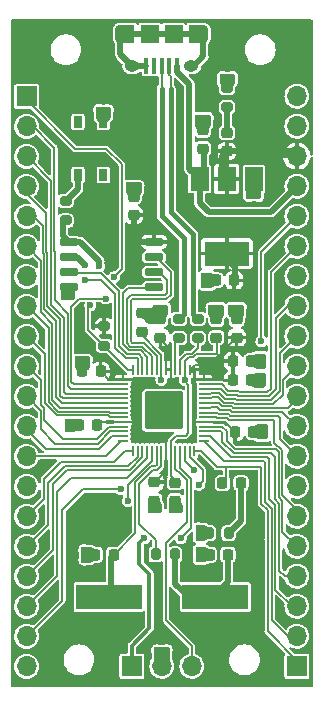
<source format=gtl>
%TF.GenerationSoftware,KiCad,Pcbnew,(6.0.8)*%
%TF.CreationDate,2023-06-24T18:13:04-06:00*%
%TF.ProjectId,RP2040_devBoard,52503230-3430-45f6-9465-76426f617264,rev?*%
%TF.SameCoordinates,Original*%
%TF.FileFunction,Copper,L1,Top*%
%TF.FilePolarity,Positive*%
%FSLAX46Y46*%
G04 Gerber Fmt 4.6, Leading zero omitted, Abs format (unit mm)*
G04 Created by KiCad (PCBNEW (6.0.8)) date 2023-06-24 18:13:04*
%MOMM*%
%LPD*%
G01*
G04 APERTURE LIST*
G04 Aperture macros list*
%AMRoundRect*
0 Rectangle with rounded corners*
0 $1 Rounding radius*
0 $2 $3 $4 $5 $6 $7 $8 $9 X,Y pos of 4 corners*
0 Add a 4 corners polygon primitive as box body*
4,1,4,$2,$3,$4,$5,$6,$7,$8,$9,$2,$3,0*
0 Add four circle primitives for the rounded corners*
1,1,$1+$1,$2,$3*
1,1,$1+$1,$4,$5*
1,1,$1+$1,$6,$7*
1,1,$1+$1,$8,$9*
0 Add four rect primitives between the rounded corners*
20,1,$1+$1,$2,$3,$4,$5,0*
20,1,$1+$1,$4,$5,$6,$7,0*
20,1,$1+$1,$6,$7,$8,$9,0*
20,1,$1+$1,$8,$9,$2,$3,0*%
G04 Aperture macros list end*
%TA.AperFunction,SMDPad,CuDef*%
%ADD10R,5.600000X2.100000*%
%TD*%
%TA.AperFunction,SMDPad,CuDef*%
%ADD11RoundRect,0.200000X0.275000X-0.200000X0.275000X0.200000X-0.275000X0.200000X-0.275000X-0.200000X0*%
%TD*%
%TA.AperFunction,SMDPad,CuDef*%
%ADD12RoundRect,0.225000X0.250000X-0.225000X0.250000X0.225000X-0.250000X0.225000X-0.250000X-0.225000X0*%
%TD*%
%TA.AperFunction,ComponentPad*%
%ADD13O,0.890000X1.550000*%
%TD*%
%TA.AperFunction,SMDPad,CuDef*%
%ADD14R,1.200000X1.550000*%
%TD*%
%TA.AperFunction,SMDPad,CuDef*%
%ADD15R,1.500000X1.550000*%
%TD*%
%TA.AperFunction,ComponentPad*%
%ADD16O,1.250000X0.950000*%
%TD*%
%TA.AperFunction,SMDPad,CuDef*%
%ADD17R,0.400000X1.350000*%
%TD*%
%TA.AperFunction,SMDPad,CuDef*%
%ADD18RoundRect,0.218750X0.218750X0.256250X-0.218750X0.256250X-0.218750X-0.256250X0.218750X-0.256250X0*%
%TD*%
%TA.AperFunction,SMDPad,CuDef*%
%ADD19R,1.500000X2.000000*%
%TD*%
%TA.AperFunction,SMDPad,CuDef*%
%ADD20R,3.800000X2.000000*%
%TD*%
%TA.AperFunction,SMDPad,CuDef*%
%ADD21RoundRect,0.225000X-0.225000X-0.250000X0.225000X-0.250000X0.225000X0.250000X-0.225000X0.250000X0*%
%TD*%
%TA.AperFunction,SMDPad,CuDef*%
%ADD22RoundRect,0.150000X-0.650000X-0.150000X0.650000X-0.150000X0.650000X0.150000X-0.650000X0.150000X0*%
%TD*%
%TA.AperFunction,ComponentPad*%
%ADD23C,0.600000*%
%TD*%
%TA.AperFunction,SMDPad,CuDef*%
%ADD24RoundRect,0.144000X-1.456000X-1.456000X1.456000X-1.456000X1.456000X1.456000X-1.456000X1.456000X0*%
%TD*%
%TA.AperFunction,SMDPad,CuDef*%
%ADD25RoundRect,0.050000X-0.050000X-0.387500X0.050000X-0.387500X0.050000X0.387500X-0.050000X0.387500X0*%
%TD*%
%TA.AperFunction,SMDPad,CuDef*%
%ADD26RoundRect,0.050000X-0.387500X-0.050000X0.387500X-0.050000X0.387500X0.050000X-0.387500X0.050000X0*%
%TD*%
%TA.AperFunction,SMDPad,CuDef*%
%ADD27RoundRect,0.200000X0.200000X0.275000X-0.200000X0.275000X-0.200000X-0.275000X0.200000X-0.275000X0*%
%TD*%
%TA.AperFunction,SMDPad,CuDef*%
%ADD28RoundRect,0.200000X-0.275000X0.200000X-0.275000X-0.200000X0.275000X-0.200000X0.275000X0.200000X0*%
%TD*%
%TA.AperFunction,SMDPad,CuDef*%
%ADD29RoundRect,0.225000X0.225000X0.250000X-0.225000X0.250000X-0.225000X-0.250000X0.225000X-0.250000X0*%
%TD*%
%TA.AperFunction,SMDPad,CuDef*%
%ADD30RoundRect,0.200000X-0.200000X-0.275000X0.200000X-0.275000X0.200000X0.275000X-0.200000X0.275000X0*%
%TD*%
%TA.AperFunction,SMDPad,CuDef*%
%ADD31R,0.711200X0.990600*%
%TD*%
%TA.AperFunction,SMDPad,CuDef*%
%ADD32RoundRect,0.225000X-0.250000X0.225000X-0.250000X-0.225000X0.250000X-0.225000X0.250000X0.225000X0*%
%TD*%
%TA.AperFunction,SMDPad,CuDef*%
%ADD33RoundRect,0.218750X-0.256250X0.218750X-0.256250X-0.218750X0.256250X-0.218750X0.256250X0.218750X0*%
%TD*%
%TA.AperFunction,ComponentPad*%
%ADD34R,1.700000X1.700000*%
%TD*%
%TA.AperFunction,ComponentPad*%
%ADD35O,1.700000X1.700000*%
%TD*%
%TA.AperFunction,ViaPad*%
%ADD36C,0.600000*%
%TD*%
%TA.AperFunction,Conductor*%
%ADD37C,0.500000*%
%TD*%
%TA.AperFunction,Conductor*%
%ADD38C,0.130000*%
%TD*%
%TA.AperFunction,Conductor*%
%ADD39C,0.450000*%
%TD*%
%TA.AperFunction,Conductor*%
%ADD40C,0.300000*%
%TD*%
G04 APERTURE END LIST*
D10*
%TO.P,Y1,1,1*%
%TO.N,/XIN*%
X64325000Y-89125000D03*
%TO.P,Y1,2,2*%
%TO.N,Net-(C15-Pad2)*%
X73325000Y-89125000D03*
%TD*%
D11*
%TO.P,R2,1*%
%TO.N,Net-(R2-Pad1)*%
X71835000Y-67200000D03*
%TO.P,R2,2*%
%TO.N,/USB_D-*%
X71835000Y-65550000D03*
%TD*%
D12*
%TO.P,C10,1*%
%TO.N,+1V1*%
X67100000Y-66650000D03*
%TO.P,C10,2*%
%TO.N,GND*%
X67100000Y-65100000D03*
%TD*%
D13*
%TO.P,J1,6,Shield*%
%TO.N,GND*%
X72287500Y-41460000D03*
D14*
X65887500Y-41460000D03*
D15*
X67787500Y-41460000D03*
D14*
X71687500Y-41460000D03*
D16*
X71287500Y-44160000D03*
D13*
X65287500Y-41460000D03*
D15*
X69787500Y-41460000D03*
D16*
X66287500Y-44160000D03*
D17*
%TO.P,J1,5,GND*%
X67487500Y-44160000D03*
%TO.P,J1,4,ID*%
%TO.N,unconnected-(J1-Pad4)*%
X68137500Y-44160000D03*
%TO.P,J1,3,D+*%
%TO.N,/USB_D+*%
X68787500Y-44160000D03*
%TO.P,J1,2,D-*%
%TO.N,/USB_D-*%
X69437500Y-44160000D03*
%TO.P,J1,1,VBUS*%
%TO.N,VBUS*%
X70087500Y-44160000D03*
%TD*%
D12*
%TO.P,C14,2*%
%TO.N,GND*%
X66410000Y-55225000D03*
%TO.P,C14,1*%
%TO.N,+3V3*%
X66410000Y-56775000D03*
%TD*%
D18*
%TO.P,D3,1,K*%
%TO.N,Net-(D3-Pad1)*%
X75497500Y-79450000D03*
%TO.P,D3,2,A*%
%TO.N,/GPIO17*%
X73922500Y-79450000D03*
%TD*%
D19*
%TO.P,U2,1,ADJ*%
%TO.N,GND*%
X76590000Y-53730000D03*
D20*
%TO.P,U2,2,VO*%
%TO.N,+3V3*%
X74290000Y-60030000D03*
D19*
X74290000Y-53730000D03*
%TO.P,U2,3,VI*%
%TO.N,VBUS*%
X71990000Y-53730000D03*
%TD*%
D12*
%TO.P,C7,1*%
%TO.N,+3V3*%
X68665000Y-67150000D03*
%TO.P,C7,2*%
%TO.N,GND*%
X68665000Y-65600000D03*
%TD*%
D21*
%TO.P,C6,1*%
%TO.N,+3V3*%
X74820000Y-69140000D03*
%TO.P,C6,2*%
%TO.N,GND*%
X76370000Y-69140000D03*
%TD*%
D22*
%TO.P,U3,1,~{CS}*%
%TO.N,/QSPI_SS*%
X60940000Y-59055000D03*
%TO.P,U3,2,DO(IO1)*%
%TO.N,/QSPI_SD1*%
X60940000Y-60325000D03*
%TO.P,U3,3,IO2*%
%TO.N,/QSPI_SD2*%
X60940000Y-61595000D03*
%TO.P,U3,4,GND*%
%TO.N,GND*%
X60940000Y-62865000D03*
%TO.P,U3,5,DI(IO0)*%
%TO.N,/QSPI_SD0*%
X68140000Y-62865000D03*
%TO.P,U3,6,CLK*%
%TO.N,/QSPI_SCLK*%
X68140000Y-61595000D03*
%TO.P,U3,7,IO3*%
%TO.N,/QSPI_SD3*%
X68140000Y-60325000D03*
%TO.P,U3,8,VCC*%
%TO.N,+3V3*%
X68140000Y-59055000D03*
%TD*%
D23*
%TO.P,U1,57,GND*%
%TO.N,GND*%
X70225000Y-74575000D03*
X68950000Y-72025000D03*
X67675000Y-74575000D03*
X67675000Y-72025000D03*
X68950000Y-74575000D03*
X68950000Y-73300000D03*
X70225000Y-72025000D03*
X70225000Y-73300000D03*
X67675000Y-73300000D03*
D24*
X68950000Y-73300000D03*
D25*
%TO.P,U1,56,QSPI_SS*%
%TO.N,/QSPI_SS*%
X66350000Y-69862500D03*
%TO.P,U1,55,QSPI_SD1*%
%TO.N,/QSPI_SD1*%
X66750000Y-69862500D03*
%TO.P,U1,54,QSPI_SD2*%
%TO.N,/QSPI_SD2*%
X67150000Y-69862500D03*
%TO.P,U1,53,QSPI_SD0*%
%TO.N,/QSPI_SD0*%
X67550000Y-69862500D03*
%TO.P,U1,52,QSPI_SCLK*%
%TO.N,/QSPI_SCLK*%
X67950000Y-69862500D03*
%TO.P,U1,51,QSPI_SD3*%
%TO.N,/QSPI_SD3*%
X68350000Y-69862500D03*
%TO.P,U1,50,DVDD*%
%TO.N,+1V1*%
X68750000Y-69862500D03*
%TO.P,U1,49,IOVDD*%
%TO.N,+3V3*%
X69150000Y-69862500D03*
%TO.P,U1,48,USB_VDD*%
X69550000Y-69862500D03*
%TO.P,U1,47,USB_DP*%
%TO.N,Net-(R1-Pad1)*%
X69950000Y-69862500D03*
%TO.P,U1,46,USB_DM*%
%TO.N,Net-(R2-Pad1)*%
X70350000Y-69862500D03*
%TO.P,U1,45,VREG_VOUT*%
%TO.N,+1V1*%
X70750000Y-69862500D03*
%TO.P,U1,44,VREG_IN*%
%TO.N,+3V3*%
X71150000Y-69862500D03*
%TO.P,U1,43,ADC_AVDD*%
X71550000Y-69862500D03*
D26*
%TO.P,U1,42,IOVDD*%
X72387500Y-70700000D03*
%TO.P,U1,41,GPIO29_ADC3*%
%TO.N,/GPIO29_ADC3*%
X72387500Y-71100000D03*
%TO.P,U1,40,GPIO28_ADC2*%
%TO.N,/GPIO28_ADC2*%
X72387500Y-71500000D03*
%TO.P,U1,39,GPIO27_ADC1*%
%TO.N,/GPIO27_ADC1*%
X72387500Y-71900000D03*
%TO.P,U1,38,GPIO26_ADC0*%
%TO.N,/GPIO26_ADC0*%
X72387500Y-72300000D03*
%TO.P,U1,37,GPIO25*%
%TO.N,/GPIO25*%
X72387500Y-72700000D03*
%TO.P,U1,36,GPIO24*%
%TO.N,/GPIO24*%
X72387500Y-73100000D03*
%TO.P,U1,35,GPIO23*%
%TO.N,/GPIO23*%
X72387500Y-73500000D03*
%TO.P,U1,34,GPIO22*%
%TO.N,/GPIO22*%
X72387500Y-73900000D03*
%TO.P,U1,33,IOVDD*%
%TO.N,+3V3*%
X72387500Y-74300000D03*
%TO.P,U1,32,GPIO21*%
%TO.N,/GPIO21*%
X72387500Y-74700000D03*
%TO.P,U1,31,GPIO20*%
%TO.N,/GPIO20*%
X72387500Y-75100000D03*
%TO.P,U1,30,GPIO19*%
%TO.N,/GPIO19*%
X72387500Y-75500000D03*
%TO.P,U1,29,GPIO18*%
%TO.N,/GPIO18*%
X72387500Y-75900000D03*
D25*
%TO.P,U1,28,GPIO17*%
%TO.N,/GPIO17*%
X71550000Y-76737500D03*
%TO.P,U1,27,GPIO16*%
%TO.N,/GPIO16*%
X71150000Y-76737500D03*
%TO.P,U1,26,RUN*%
%TO.N,/RUN*%
X70750000Y-76737500D03*
%TO.P,U1,25,SWD*%
%TO.N,/SWD*%
X70350000Y-76737500D03*
%TO.P,U1,24,SWCLK*%
%TO.N,/SWCLK*%
X69950000Y-76737500D03*
%TO.P,U1,23,DVDD*%
%TO.N,+1V1*%
X69550000Y-76737500D03*
%TO.P,U1,22,IOVDD*%
%TO.N,+3V3*%
X69150000Y-76737500D03*
%TO.P,U1,21,XOUT*%
%TO.N,/XOUT*%
X68750000Y-76737500D03*
%TO.P,U1,20,XIN*%
%TO.N,/XIN*%
X68350000Y-76737500D03*
%TO.P,U1,19,TESTEN*%
%TO.N,GND*%
X67950000Y-76737500D03*
%TO.P,U1,18,GPIO15*%
%TO.N,/GPIO15*%
X67550000Y-76737500D03*
%TO.P,U1,17,GPIO14*%
%TO.N,/GPIO14*%
X67150000Y-76737500D03*
%TO.P,U1,16,GPIO13*%
%TO.N,/GPIO13*%
X66750000Y-76737500D03*
%TO.P,U1,15,GPIO12*%
%TO.N,/GPIO12*%
X66350000Y-76737500D03*
D26*
%TO.P,U1,14,GPIO11*%
%TO.N,/GPIO11*%
X65512500Y-75900000D03*
%TO.P,U1,13,GPIO10*%
%TO.N,/GPIO10*%
X65512500Y-75500000D03*
%TO.P,U1,12,GPIO9*%
%TO.N,/GPIO9*%
X65512500Y-75100000D03*
%TO.P,U1,11,GPIO8*%
%TO.N,/GPIO8*%
X65512500Y-74700000D03*
%TO.P,U1,10,IOVDD*%
%TO.N,+3V3*%
X65512500Y-74300000D03*
%TO.P,U1,9,GPIO7*%
%TO.N,/GPIO7*%
X65512500Y-73900000D03*
%TO.P,U1,8,GPIO6*%
%TO.N,/GPIO6*%
X65512500Y-73500000D03*
%TO.P,U1,7,GPIO5*%
%TO.N,/GPIO5*%
X65512500Y-73100000D03*
%TO.P,U1,6,GPIO4*%
%TO.N,/GPIO4*%
X65512500Y-72700000D03*
%TO.P,U1,5,GPIO3*%
%TO.N,/GPIO3*%
X65512500Y-72300000D03*
%TO.P,U1,4,GPIO2*%
%TO.N,/GPIO2*%
X65512500Y-71900000D03*
%TO.P,U1,3,GPIO1*%
%TO.N,/GPIO1*%
X65512500Y-71500000D03*
%TO.P,U1,2,GPIO0*%
%TO.N,/GPIO0*%
X65512500Y-71100000D03*
%TO.P,U1,1,IOVDD*%
%TO.N,+3V3*%
X65512500Y-70700000D03*
%TD*%
D27*
%TO.P,R5,1*%
%TO.N,Net-(C15-Pad2)*%
X69920000Y-85510000D03*
%TO.P,R5,2*%
%TO.N,/XOUT*%
X68270000Y-85510000D03*
%TD*%
D28*
%TO.P,R3,1*%
%TO.N,+3V3*%
X63900000Y-66185000D03*
%TO.P,R3,2*%
%TO.N,/QSPI_SS*%
X63900000Y-67835000D03*
%TD*%
D29*
%TO.P,C1,1*%
%TO.N,+3V3*%
X63615000Y-70010000D03*
%TO.P,C1,2*%
%TO.N,GND*%
X62065000Y-70010000D03*
%TD*%
D11*
%TO.P,R1,1*%
%TO.N,Net-(R1-Pad1)*%
X70250000Y-67200000D03*
%TO.P,R1,2*%
%TO.N,/USB_D+*%
X70250000Y-65550000D03*
%TD*%
D21*
%TO.P,C15,1*%
%TO.N,GND*%
X72840000Y-85520000D03*
%TO.P,C15,2*%
%TO.N,Net-(C15-Pad2)*%
X74390000Y-85520000D03*
%TD*%
D29*
%TO.P,C12,1*%
%TO.N,+3V3*%
X74925000Y-62300000D03*
%TO.P,C12,2*%
%TO.N,GND*%
X73375000Y-62300000D03*
%TD*%
D28*
%TO.P,R6,1*%
%TO.N,GND*%
X74325000Y-46000000D03*
%TO.P,R6,2*%
%TO.N,Net-(D1-Pad1)*%
X74325000Y-47650000D03*
%TD*%
D21*
%TO.P,C16,1*%
%TO.N,GND*%
X63172500Y-85520000D03*
%TO.P,C16,2*%
%TO.N,/XIN*%
X64722500Y-85520000D03*
%TD*%
D28*
%TO.P,R4,1*%
%TO.N,/USB_BOOT*%
X60650000Y-55585000D03*
%TO.P,R4,2*%
%TO.N,/QSPI_SS*%
X60650000Y-57235000D03*
%TD*%
D30*
%TO.P,R8,1*%
%TO.N,GND*%
X72795000Y-83700000D03*
%TO.P,R8,2*%
%TO.N,Net-(D3-Pad1)*%
X74445000Y-83700000D03*
%TD*%
D12*
%TO.P,C13,1*%
%TO.N,VBUS*%
X72270000Y-51145000D03*
%TO.P,C13,2*%
%TO.N,GND*%
X72270000Y-49595000D03*
%TD*%
D21*
%TO.P,C5,1*%
%TO.N,+3V3*%
X74820000Y-70765000D03*
%TO.P,C5,2*%
%TO.N,GND*%
X76370000Y-70765000D03*
%TD*%
D31*
%TO.P,SW1,4*%
%TO.N,/USB_BOOT*%
X61693501Y-53380801D03*
%TO.P,SW1,3*%
%TO.N,N/C*%
X61693501Y-48880799D03*
%TO.P,SW1,2*%
X63843499Y-53380801D03*
%TO.P,SW1,1*%
%TO.N,GND*%
X63843499Y-48880799D03*
%TD*%
D32*
%TO.P,C3,1*%
%TO.N,+3V3*%
X68170000Y-79395000D03*
%TO.P,C3,2*%
%TO.N,GND*%
X68170000Y-80945000D03*
%TD*%
D33*
%TO.P,D1,1,K*%
%TO.N,Net-(D1-Pad1)*%
X74300000Y-49787500D03*
%TO.P,D1,2,A*%
%TO.N,+3V3*%
X74300000Y-51362500D03*
%TD*%
D32*
%TO.P,C11,1*%
%TO.N,+1V1*%
X69930000Y-79425000D03*
%TO.P,C11,2*%
%TO.N,GND*%
X69930000Y-80975000D03*
%TD*%
D12*
%TO.P,C8,1*%
%TO.N,+3V3*%
X75130000Y-67150000D03*
%TO.P,C8,2*%
%TO.N,GND*%
X75130000Y-65600000D03*
%TD*%
%TO.P,C9,1*%
%TO.N,+1V1*%
X73420000Y-67150000D03*
%TO.P,C9,2*%
%TO.N,GND*%
X73420000Y-65600000D03*
%TD*%
D21*
%TO.P,C4,1*%
%TO.N,+3V3*%
X75000000Y-75125000D03*
%TO.P,C4,2*%
%TO.N,GND*%
X76550000Y-75125000D03*
%TD*%
D29*
%TO.P,C2,1*%
%TO.N,+3V3*%
X63335000Y-74520000D03*
%TO.P,C2,2*%
%TO.N,GND*%
X61785000Y-74520000D03*
%TD*%
D34*
%TO.P,J3,1,Pin_1*%
%TO.N,/GPIO17*%
X80225000Y-94975000D03*
D35*
%TO.P,J3,2,Pin_2*%
%TO.N,/GPIO18*%
X80225000Y-92435000D03*
%TO.P,J3,3,Pin_3*%
%TO.N,/GPIO19*%
X80225000Y-89895000D03*
%TO.P,J3,4,Pin_4*%
%TO.N,/GPIO20*%
X80225000Y-87355000D03*
%TO.P,J3,5,Pin_5*%
%TO.N,/GPIO21*%
X80225000Y-84815000D03*
%TO.P,J3,6,Pin_6*%
%TO.N,/GPIO22*%
X80225000Y-82275000D03*
%TO.P,J3,7,Pin_7*%
%TO.N,GND*%
X80225000Y-79735000D03*
%TO.P,J3,8,Pin_8*%
%TO.N,/GPIO23*%
X80225000Y-77195000D03*
%TO.P,J3,9,Pin_9*%
%TO.N,/GPIO24*%
X80225000Y-74655000D03*
%TO.P,J3,10,Pin_10*%
%TO.N,/GPIO25*%
X80225000Y-72115000D03*
%TO.P,J3,11,Pin_11*%
%TO.N,/GPIO26_ADC0*%
X80225000Y-69575000D03*
%TO.P,J3,12,Pin_12*%
%TO.N,/GPIO27_ADC1*%
X80225000Y-67035000D03*
%TO.P,J3,13,Pin_13*%
%TO.N,/GPIO28_ADC2*%
X80225000Y-64495000D03*
%TO.P,J3,14,Pin_14*%
%TO.N,GND*%
X80225000Y-61955000D03*
%TO.P,J3,15,Pin_15*%
%TO.N,/GPIO29_ADC3*%
X80225000Y-59415000D03*
%TO.P,J3,16,Pin_16*%
%TO.N,/RUN*%
X80225000Y-56875000D03*
%TO.P,J3,17,Pin_17*%
%TO.N,VBUS*%
X80225000Y-54335000D03*
%TO.P,J3,18,Pin_18*%
%TO.N,+3V3*%
X80225000Y-51795000D03*
%TO.P,J3,19,Pin_19*%
%TO.N,GND*%
X80225000Y-49255000D03*
%TO.P,J3,20,Pin_20*%
X80225000Y-46715000D03*
%TD*%
D34*
%TO.P,J2,1,Pin_1*%
%TO.N,/GPIO0*%
X57350000Y-46725000D03*
D35*
%TO.P,J2,2,Pin_2*%
%TO.N,/GPIO1*%
X57350000Y-49265000D03*
%TO.P,J2,3,Pin_3*%
%TO.N,/GPIO2*%
X57350000Y-51805000D03*
%TO.P,J2,4,Pin_4*%
%TO.N,/GPIO3*%
X57350000Y-54345000D03*
%TO.P,J2,5,Pin_5*%
%TO.N,/GPIO4*%
X57350000Y-56885000D03*
%TO.P,J2,6,Pin_6*%
%TO.N,/GPIO5*%
X57350000Y-59425000D03*
%TO.P,J2,7,Pin_7*%
%TO.N,GND*%
X57350000Y-61965000D03*
%TO.P,J2,8,Pin_8*%
%TO.N,/GPIO6*%
X57350000Y-64505000D03*
%TO.P,J2,9,Pin_9*%
%TO.N,/GPIO7*%
X57350000Y-67045000D03*
%TO.P,J2,10,Pin_10*%
%TO.N,/GPIO8*%
X57350000Y-69585000D03*
%TO.P,J2,11,Pin_11*%
%TO.N,/GPIO9*%
X57350000Y-72125000D03*
%TO.P,J2,12,Pin_12*%
%TO.N,/GPIO10*%
X57350000Y-74665000D03*
%TO.P,J2,13,Pin_13*%
%TO.N,/GPIO11*%
X57350000Y-77205000D03*
%TO.P,J2,14,Pin_14*%
%TO.N,GND*%
X57350000Y-79745000D03*
%TO.P,J2,15,Pin_15*%
%TO.N,/GPIO12*%
X57350000Y-82285000D03*
%TO.P,J2,16,Pin_16*%
%TO.N,/GPIO13*%
X57350000Y-84825000D03*
%TO.P,J2,17,Pin_17*%
%TO.N,/GPIO14*%
X57350000Y-87365000D03*
%TO.P,J2,18,Pin_18*%
%TO.N,/GPIO15*%
X57350000Y-89905000D03*
%TO.P,J2,19,Pin_19*%
%TO.N,/GPIO16*%
X57350000Y-92445000D03*
%TO.P,J2,20,Pin_20*%
%TO.N,GND*%
X57350000Y-94985000D03*
%TD*%
D34*
%TO.P,J4,1,Pin_1*%
%TO.N,/SWD*%
X66250000Y-94975000D03*
D35*
%TO.P,J4,2,Pin_2*%
%TO.N,GND*%
X68790000Y-94975000D03*
%TO.P,J4,3,Pin_3*%
%TO.N,/SWCLK*%
X71330000Y-94975000D03*
%TD*%
D36*
%TO.N,+3V3*%
X61975500Y-65200000D03*
X69261132Y-68360407D03*
X71340000Y-75750000D03*
X63590000Y-65180000D03*
X68480000Y-75750000D03*
X74110000Y-68110000D03*
%TO.N,GND*%
X76150000Y-55170000D03*
X71870000Y-48540000D03*
X75480000Y-64610000D03*
X66825000Y-54265000D03*
X61160838Y-63680838D03*
X72690000Y-48540000D03*
X71900000Y-83290000D03*
X60840000Y-74920000D03*
X72375000Y-61900000D03*
X72990000Y-64610000D03*
X62225000Y-85950000D03*
X73810000Y-64610000D03*
X74755000Y-45077500D03*
X71900000Y-85100000D03*
X63490000Y-47875000D03*
X60830000Y-74304501D03*
X77370000Y-69590000D03*
X60500000Y-63680000D03*
X61722845Y-69000000D03*
X71900000Y-85920000D03*
X69670000Y-81770000D03*
X71900000Y-84110000D03*
X69100000Y-64610000D03*
X73935000Y-45077500D03*
X72375000Y-62720000D03*
X70330000Y-81770000D03*
X66005000Y-54265000D03*
X62225000Y-85130000D03*
X65910000Y-80990000D03*
X68280000Y-64610000D03*
X64225000Y-47875000D03*
X68540000Y-81770000D03*
X77560000Y-75510000D03*
X68380000Y-93600000D03*
X77550000Y-74730000D03*
X62470000Y-69000000D03*
X77370000Y-68770000D03*
X77370000Y-70360000D03*
X69200000Y-93600000D03*
X67890000Y-81780000D03*
X74660000Y-64610000D03*
X77370000Y-71110000D03*
X76970000Y-55170000D03*
%TO.N,+1V1*%
X68760000Y-70740000D03*
X70740000Y-70740000D03*
%TO.N,/GPIO0*%
X64759162Y-62020838D03*
X64060000Y-63840000D03*
%TO.N,/GPIO16*%
X71950000Y-79620000D03*
X65355500Y-80010000D03*
%TO.N,/RUN*%
X71505838Y-78384162D03*
X77220000Y-67480000D03*
%TO.N,/SWD*%
X67310000Y-84140000D03*
X70409518Y-84129518D03*
%TO.N,/QSPI_SS*%
X62740000Y-64404500D03*
X63490000Y-61110500D03*
%TO.N,/QSPI_SD1*%
X62270000Y-61000000D03*
X62270000Y-62310000D03*
%TD*%
D37*
%TO.N,/XIN*%
X64530000Y-89080000D02*
X64530000Y-85712500D01*
X64530000Y-85712500D02*
X64722500Y-85520000D01*
%TO.N,GND*%
X71687500Y-41460000D02*
X72287500Y-41460000D01*
X72300000Y-43350000D02*
X72287500Y-43337500D01*
X71490000Y-44160000D02*
X72300000Y-43350000D01*
X72287500Y-43337500D02*
X72287500Y-41460000D01*
X71287500Y-44160000D02*
X71490000Y-44160000D01*
%TO.N,VBUS*%
X71120000Y-52860000D02*
X71990000Y-53730000D01*
X70087500Y-44647500D02*
X71120000Y-45680000D01*
X71120000Y-45680000D02*
X71120000Y-52860000D01*
X70087500Y-44160000D02*
X70087500Y-44647500D01*
D38*
%TO.N,/USB_D-*%
X69530000Y-46057016D02*
X69536853Y-46063869D01*
X69530000Y-45040000D02*
X69530000Y-46057016D01*
X69437500Y-44160000D02*
X69437500Y-44947500D01*
X69437500Y-44947500D02*
X69530000Y-45040000D01*
%TO.N,/USB_D+*%
X68787500Y-45317500D02*
X68787500Y-44160000D01*
X68786853Y-45318147D02*
X68787500Y-45317500D01*
X68786853Y-46063869D02*
X68786853Y-45318147D01*
D39*
%TO.N,/USB_D-*%
X71417501Y-58387169D02*
X69536853Y-56506521D01*
X71417501Y-65132501D02*
X71417501Y-58387169D01*
X71835000Y-65550000D02*
X71417501Y-65132501D01*
%TO.N,/USB_D+*%
X68786853Y-56817185D02*
X68786853Y-46063869D01*
X70250000Y-65550000D02*
X70667499Y-65132501D01*
X70667499Y-65132501D02*
X70667499Y-58697831D01*
X70667499Y-58697831D02*
X68786853Y-56817185D01*
%TO.N,/USB_D-*%
X69536853Y-56506521D02*
X69536853Y-46063869D01*
D37*
%TO.N,+3V3*%
X68140000Y-59055000D02*
X66705000Y-59055000D01*
X66705000Y-59055000D02*
X66410000Y-58760000D01*
X66410000Y-58760000D02*
X66410000Y-56775000D01*
D38*
%TO.N,+1V1*%
X70800000Y-75460000D02*
X71050000Y-75210000D01*
X69990000Y-75460000D02*
X70800000Y-75460000D01*
X71050000Y-71130000D02*
X70740000Y-70820000D01*
X69550000Y-75900000D02*
X69990000Y-75460000D01*
X69550000Y-76737500D02*
X69550000Y-75900000D01*
X71050000Y-75210000D02*
X71050000Y-71130000D01*
%TO.N,+3V3*%
X71550000Y-69970000D02*
X71550000Y-69862500D01*
X71420000Y-70100000D02*
X71550000Y-69970000D01*
X71300000Y-70100000D02*
X71420000Y-70100000D01*
X71150000Y-69862500D02*
X71150000Y-69950000D01*
X71150000Y-69950000D02*
X71300000Y-70100000D01*
X71582500Y-69430000D02*
X71150000Y-69862500D01*
X73420000Y-68930000D02*
X72920000Y-69430000D01*
X72920000Y-69430000D02*
X71582500Y-69430000D01*
X73420000Y-68913453D02*
X73420000Y-68930000D01*
X74110000Y-68223453D02*
X73420000Y-68913453D01*
X74110000Y-68110000D02*
X74110000Y-68223453D01*
X74110000Y-68110000D02*
X74140000Y-68110000D01*
X74140000Y-68110000D02*
X75100000Y-67150000D01*
X69261132Y-68360407D02*
X69261132Y-67846132D01*
X69261132Y-68360407D02*
X69150000Y-68471539D01*
X69150000Y-68471539D02*
X69150000Y-68875000D01*
X69261132Y-67846132D02*
X68665000Y-67250000D01*
D37*
%TO.N,/QSPI_SS*%
X61845661Y-59055000D02*
X60940000Y-59055000D01*
X63490000Y-60699339D02*
X61845661Y-59055000D01*
X63490000Y-61110500D02*
X63490000Y-60699339D01*
%TO.N,/QSPI_SD1*%
X61595000Y-60325000D02*
X60940000Y-60325000D01*
X62270000Y-61000000D02*
X61595000Y-60325000D01*
D38*
X64825000Y-67991760D02*
X65737465Y-68904225D01*
X66720775Y-68904225D02*
X66750000Y-68933450D01*
X66750000Y-68933450D02*
X66750000Y-69862500D01*
X64825000Y-63460000D02*
X64825000Y-67991760D01*
X62270000Y-62310000D02*
X63675000Y-62310000D01*
X63675000Y-62310000D02*
X64825000Y-63460000D01*
X65737465Y-68904225D02*
X66720775Y-68904225D01*
%TO.N,+3V3*%
X63615000Y-70010000D02*
X64305000Y-70700000D01*
D37*
X75000000Y-62225000D02*
X74925000Y-62300000D01*
X74305000Y-51380000D02*
X79810000Y-51380000D01*
D38*
X69325000Y-68875000D02*
X69150000Y-68875000D01*
X69150000Y-68875000D02*
X69150000Y-69862500D01*
X71550000Y-69862500D02*
X71562500Y-69875000D01*
X69550000Y-69100000D02*
X69325000Y-68875000D01*
X73415000Y-69875000D02*
X74140000Y-69150000D01*
D37*
X75000000Y-61175000D02*
X75000000Y-62225000D01*
D38*
X69150000Y-78420000D02*
X68145000Y-79425000D01*
D37*
X74290000Y-51395000D02*
X73900000Y-51785000D01*
D38*
X65512500Y-74300000D02*
X63505000Y-74300000D01*
D37*
X79810000Y-51380000D02*
X80225000Y-51795000D01*
X74290000Y-60465000D02*
X75000000Y-61175000D01*
D38*
X69150000Y-76737500D02*
X69150000Y-78420000D01*
X71562500Y-69875000D02*
X73415000Y-69875000D01*
D37*
X73900000Y-51785000D02*
X73900000Y-53310000D01*
D38*
X74175000Y-74300000D02*
X75000000Y-75125000D01*
X72387500Y-74300000D02*
X74175000Y-74300000D01*
X72387500Y-70700000D02*
X74755000Y-70700000D01*
X64305000Y-70700000D02*
X65512500Y-70700000D01*
X63505000Y-74300000D02*
X63335000Y-74470000D01*
D37*
X74290000Y-60030000D02*
X74290000Y-60465000D01*
D38*
X74140000Y-69150000D02*
X74810000Y-69150000D01*
X69550000Y-69862500D02*
X69550000Y-69100000D01*
D37*
X73900000Y-53310000D02*
X74290000Y-53700000D01*
%TO.N,GND*%
X71870000Y-48540000D02*
X72690000Y-48540000D01*
D38*
X65920000Y-80980000D02*
X65910000Y-80990000D01*
D37*
X60830000Y-74304501D02*
X60830000Y-74710000D01*
X72690000Y-49175000D02*
X72270000Y-49595000D01*
X77370000Y-70995000D02*
X77370000Y-71110000D01*
X71900000Y-85100000D02*
X72420000Y-85100000D01*
X72990000Y-64610000D02*
X72990000Y-65170000D01*
X72300000Y-48970000D02*
X71870000Y-48540000D01*
X64225000Y-48499298D02*
X63843499Y-48880799D01*
X74660000Y-64610000D02*
X75060000Y-64610000D01*
X70030000Y-81770000D02*
X70330000Y-81770000D01*
X69670000Y-81235000D02*
X69930000Y-80975000D01*
X73935000Y-45610000D02*
X74325000Y-46000000D01*
X68280000Y-64610000D02*
X69100000Y-64610000D01*
X60500000Y-63680000D02*
X60680000Y-63680000D01*
X60500000Y-63305000D02*
X60940000Y-62865000D01*
X64225000Y-47875000D02*
X64225000Y-48499298D01*
X61595000Y-74710000D02*
X60830000Y-74710000D01*
X61569501Y-74304501D02*
X61785000Y-74520000D01*
X67100000Y-65100000D02*
X67275000Y-64925000D01*
X60940000Y-62865000D02*
X60680000Y-63125000D01*
X67890000Y-81225000D02*
X68170000Y-80945000D01*
X77140000Y-70765000D02*
X77370000Y-70995000D01*
X76370000Y-70765000D02*
X76775000Y-70360000D01*
X62100000Y-69975000D02*
X62100000Y-69275000D01*
X60840000Y-74920000D02*
X61385000Y-74920000D01*
X76970000Y-54110000D02*
X76590000Y-53730000D01*
X60830000Y-74710000D02*
X60830000Y-74910000D01*
X68090000Y-81780000D02*
X68530000Y-81780000D01*
X76150000Y-55170000D02*
X76150000Y-54170000D01*
X66005000Y-54265000D02*
X66005000Y-54820000D01*
X62225000Y-85130000D02*
X62225000Y-85950000D01*
X65287500Y-41460000D02*
X65287500Y-43160000D01*
X63850000Y-48874298D02*
X63850000Y-48150000D01*
X73810000Y-64610000D02*
X73385000Y-64610000D01*
X66425000Y-55210000D02*
X66410000Y-55225000D01*
X62782500Y-85130000D02*
X63172500Y-85520000D01*
X76370000Y-70765000D02*
X77140000Y-70765000D01*
X73810000Y-65210000D02*
X73420000Y-65600000D01*
X77330000Y-71150000D02*
X77370000Y-71110000D01*
X77560000Y-75510000D02*
X77560000Y-74740000D01*
X67275000Y-64925000D02*
X67965000Y-64925000D01*
X76650000Y-71150000D02*
X77330000Y-71150000D01*
X68790000Y-94975000D02*
X68380000Y-94565000D01*
X76590000Y-53730000D02*
X76550000Y-53770000D01*
X68540000Y-81770000D02*
X68540000Y-81315000D01*
X68530000Y-81780000D02*
X68540000Y-81770000D01*
X76935000Y-75510000D02*
X77560000Y-75510000D01*
X68790000Y-94975000D02*
X68790000Y-93650000D01*
X60680000Y-63680000D02*
X61160000Y-63680000D01*
X68380000Y-93600000D02*
X68740000Y-93600000D01*
X75480000Y-65250000D02*
X75130000Y-65600000D01*
X76150000Y-54170000D02*
X76590000Y-53730000D01*
X72375000Y-61900000D02*
X72975000Y-61900000D01*
X72300000Y-48970000D02*
X72300000Y-48930000D01*
X69670000Y-81770000D02*
X70030000Y-81770000D01*
X72955000Y-62720000D02*
X73375000Y-62300000D01*
X68280000Y-65215000D02*
X68665000Y-65600000D01*
X68715000Y-64995000D02*
X69100000Y-64610000D01*
X76370000Y-70870000D02*
X76650000Y-71150000D01*
X71870000Y-49195000D02*
X72270000Y-49595000D01*
X73350000Y-62325000D02*
X72650000Y-62325000D01*
X62225000Y-85950000D02*
X62742500Y-85950000D01*
X72990000Y-65170000D02*
X73420000Y-65600000D01*
X62065000Y-70010000D02*
X62100000Y-69975000D01*
X66005000Y-54820000D02*
X66410000Y-55225000D01*
X76150000Y-55170000D02*
X76970000Y-55170000D01*
X77370000Y-68770000D02*
X77370000Y-69590000D01*
X68280000Y-64610000D02*
X68280000Y-65215000D01*
X72385000Y-84110000D02*
X72795000Y-83700000D01*
X73935000Y-45077500D02*
X74755000Y-45077500D01*
X76370000Y-69140000D02*
X76380000Y-69150000D01*
X77560000Y-74740000D02*
X77550000Y-74730000D01*
X62225000Y-85130000D02*
X62782500Y-85130000D01*
X67725000Y-65725000D02*
X68540000Y-65725000D01*
X72840000Y-85520000D02*
X72835000Y-85525000D01*
X73385000Y-64610000D02*
X73385000Y-65565000D01*
X68790000Y-94975000D02*
X68400000Y-94585000D01*
X60830000Y-74304501D02*
X61569501Y-74304501D01*
X60500000Y-63680000D02*
X60500000Y-63305000D01*
X71900000Y-83290000D02*
X71900000Y-84110000D01*
X71870000Y-48540000D02*
X71870000Y-49195000D01*
X63490000Y-47875000D02*
X64225000Y-47875000D01*
X72690000Y-48540000D02*
X72690000Y-49175000D01*
X72420000Y-85100000D02*
X72840000Y-85520000D01*
X66825000Y-54810000D02*
X66410000Y-55225000D01*
X72375000Y-61900000D02*
X72375000Y-62720000D01*
X70330000Y-81770000D02*
X70330000Y-81375000D01*
X76380000Y-69150000D02*
X77125000Y-69150000D01*
X67375000Y-65375000D02*
X67950000Y-65375000D01*
X62742500Y-85950000D02*
X63172500Y-85520000D01*
X76625000Y-75200000D02*
X77250000Y-75200000D01*
X76550000Y-75125000D02*
X76950000Y-74725000D01*
X66425000Y-54265000D02*
X66425000Y-55210000D01*
X70030000Y-81075000D02*
X70030000Y-81770000D01*
X68400000Y-94585000D02*
X68400000Y-93620000D01*
X77370000Y-70360000D02*
X77370000Y-70995000D01*
X68915000Y-94975000D02*
X69200000Y-94690000D01*
X68090000Y-81025000D02*
X68090000Y-81780000D01*
X69100000Y-65165000D02*
X68665000Y-65600000D01*
X67890000Y-81780000D02*
X68090000Y-81780000D01*
X76550000Y-75125000D02*
X76935000Y-75510000D01*
X75060000Y-64610000D02*
X75060000Y-65530000D01*
X75060000Y-65530000D02*
X75130000Y-65600000D01*
X75060000Y-64610000D02*
X75480000Y-64610000D01*
X68665000Y-64995000D02*
X68715000Y-64995000D01*
X74660000Y-64610000D02*
X74660000Y-65130000D01*
X68665000Y-65600000D02*
X68665000Y-64995000D01*
X76820000Y-69590000D02*
X76370000Y-69140000D01*
X70330000Y-81375000D02*
X69930000Y-80975000D01*
X76970000Y-55170000D02*
X76970000Y-54110000D01*
X68170000Y-80945000D02*
X68090000Y-81025000D01*
X73385000Y-65565000D02*
X73420000Y-65600000D01*
X71900000Y-83290000D02*
X72385000Y-83290000D01*
X77545000Y-74725000D02*
X77550000Y-74730000D01*
X61160000Y-63680000D02*
X61160838Y-63680838D01*
X71900000Y-84110000D02*
X72385000Y-84110000D01*
X69200000Y-94690000D02*
X69200000Y-93600000D01*
X72375000Y-62720000D02*
X72955000Y-62720000D01*
X61722845Y-69667845D02*
X62065000Y-70010000D01*
X67965000Y-64925000D02*
X68280000Y-64610000D01*
X76775000Y-70360000D02*
X77370000Y-70360000D01*
X61785000Y-74520000D02*
X61595000Y-74710000D01*
X63843499Y-48880799D02*
X63850000Y-48874298D01*
X74755000Y-45077500D02*
X74755000Y-45570000D01*
X62470000Y-69000000D02*
X62470000Y-69605000D01*
X69670000Y-81770000D02*
X69670000Y-81235000D01*
X72795000Y-83700000D02*
X72175000Y-83700000D01*
X68790000Y-94975000D02*
X68915000Y-94975000D01*
X69100000Y-64610000D02*
X69100000Y-65165000D01*
X73375000Y-62300000D02*
X73350000Y-62325000D01*
X74660000Y-65130000D02*
X75130000Y-65600000D01*
X77370000Y-68770000D02*
X76740000Y-68770000D01*
D38*
X65920000Y-79590000D02*
X65920000Y-80980000D01*
D37*
X72835000Y-85525000D02*
X72200000Y-85525000D01*
X68740000Y-93600000D02*
X69200000Y-93600000D01*
X66825000Y-54265000D02*
X66825000Y-54810000D01*
X67890000Y-81780000D02*
X67890000Y-81225000D01*
X71900000Y-85920000D02*
X72440000Y-85920000D01*
X63172500Y-85520000D02*
X63117500Y-85575000D01*
X69787500Y-41460000D02*
X71687500Y-41460000D01*
X73810000Y-64610000D02*
X73810000Y-65210000D01*
X65287500Y-43160000D02*
X66287500Y-44160000D01*
X76550000Y-53770000D02*
X76550000Y-55130000D01*
X69787500Y-41460000D02*
X67787500Y-41460000D01*
X76740000Y-68770000D02*
X76370000Y-69140000D01*
X66425000Y-54265000D02*
X66825000Y-54265000D01*
X68665000Y-64995000D02*
X68280000Y-64610000D01*
X63117500Y-85575000D02*
X62525000Y-85575000D01*
X71900000Y-85100000D02*
X71900000Y-85920000D01*
X60680000Y-63125000D02*
X60680000Y-63680000D01*
X74325000Y-46000000D02*
X74375000Y-45950000D01*
X63490000Y-48527300D02*
X63843499Y-48880799D01*
X77370000Y-69590000D02*
X76820000Y-69590000D01*
X76550000Y-75125000D02*
X76625000Y-75200000D01*
X67487500Y-44160000D02*
X66287500Y-44160000D01*
X61385000Y-74920000D02*
X61785000Y-74520000D01*
D38*
X67950000Y-76737500D02*
X67950000Y-77560000D01*
D37*
X61160838Y-63085838D02*
X60940000Y-62865000D01*
X72300000Y-48930000D02*
X72690000Y-48540000D01*
X76950000Y-74725000D02*
X77545000Y-74725000D01*
X74755000Y-45570000D02*
X74325000Y-46000000D01*
X61160838Y-63680838D02*
X61160838Y-63085838D01*
X67100000Y-65100000D02*
X67375000Y-65375000D01*
X76370000Y-70765000D02*
X76370000Y-70870000D01*
X68400000Y-93620000D02*
X68380000Y-93600000D01*
X68540000Y-65725000D02*
X68665000Y-65600000D01*
X60830000Y-74910000D02*
X60840000Y-74920000D01*
X75480000Y-64610000D02*
X75480000Y-65250000D01*
X72440000Y-85920000D02*
X72840000Y-85520000D01*
X68540000Y-81315000D02*
X68170000Y-80945000D01*
X67100000Y-65100000D02*
X67725000Y-65725000D01*
X72385000Y-83290000D02*
X72795000Y-83700000D01*
D38*
X67950000Y-77560000D02*
X65920000Y-79590000D01*
D37*
X61722845Y-69000000D02*
X62470000Y-69000000D01*
X68790000Y-93650000D02*
X68740000Y-93600000D01*
X61722845Y-69000000D02*
X61722845Y-69667845D01*
X72300000Y-49595000D02*
X72300000Y-48970000D01*
X62470000Y-69605000D02*
X62065000Y-70010000D01*
X66005000Y-54265000D02*
X66425000Y-54265000D01*
X67787500Y-41460000D02*
X65287500Y-41460000D01*
X72990000Y-64610000D02*
X73385000Y-64610000D01*
X74375000Y-45950000D02*
X74375000Y-45350000D01*
X72975000Y-61900000D02*
X73375000Y-62300000D01*
X63490000Y-47875000D02*
X63490000Y-48527300D01*
X73935000Y-45077500D02*
X73935000Y-45610000D01*
D38*
%TO.N,+1V1*%
X70750000Y-69130000D02*
X71098000Y-68782000D01*
X68750000Y-70790000D02*
X68750000Y-69862500D01*
X67080000Y-66930000D02*
X67080000Y-66670000D01*
X68750000Y-69862500D02*
X68750000Y-68600000D01*
X67080000Y-66670000D02*
X67100000Y-66650000D01*
X71693452Y-68545000D02*
X73425000Y-68545000D01*
X71098000Y-68782000D02*
X71456452Y-68782000D01*
X70750000Y-69862500D02*
X70750000Y-70810000D01*
X73425000Y-67250000D02*
X73420000Y-67245000D01*
X68750000Y-68600000D02*
X67080000Y-66930000D01*
X70750000Y-69862500D02*
X70750000Y-69130000D01*
X71456452Y-68782000D02*
X71693452Y-68545000D01*
X69545000Y-76742500D02*
X69545000Y-78850000D01*
X69545000Y-78850000D02*
X70100000Y-79405000D01*
X69550000Y-76737500D02*
X69545000Y-76742500D01*
X73425000Y-68545000D02*
X73425000Y-67250000D01*
D37*
%TO.N,VBUS*%
X72760000Y-56530000D02*
X71990000Y-55760000D01*
X78030000Y-56530000D02*
X72760000Y-56530000D01*
X71990000Y-55760000D02*
X71990000Y-53730000D01*
X80225000Y-54335000D02*
X78030000Y-56530000D01*
X72350000Y-51225000D02*
X72350000Y-53370000D01*
X72270000Y-51145000D02*
X72350000Y-51225000D01*
X72350000Y-53370000D02*
X71990000Y-53730000D01*
%TO.N,Net-(C15-Pad2)*%
X74390000Y-87810000D02*
X74390000Y-85520000D01*
X71055000Y-89125000D02*
X73075000Y-89125000D01*
X69920000Y-85510000D02*
X69920000Y-87990000D01*
X69920000Y-87990000D02*
X71055000Y-89125000D01*
X73075000Y-89125000D02*
X74390000Y-87810000D01*
D38*
%TO.N,/XIN*%
X66560000Y-79370345D02*
X66560000Y-83682500D01*
X68350000Y-76737500D02*
X68350000Y-77963310D01*
X68350000Y-77963310D02*
X68253311Y-78059999D01*
X66560000Y-83682500D02*
X64722500Y-85520000D01*
X68253311Y-78059999D02*
X67870345Y-78060000D01*
X67870345Y-78060000D02*
X66560000Y-79370345D01*
D37*
%TO.N,Net-(D1-Pad1)*%
X74300000Y-47650000D02*
X74300000Y-49787500D01*
D38*
%TO.N,/GPIO0*%
X61110345Y-64529655D02*
X61110345Y-70870345D01*
X65420000Y-52480000D02*
X64110000Y-51170000D01*
X65420000Y-61360000D02*
X65420000Y-52480000D01*
X64110000Y-51170000D02*
X61470000Y-51170000D01*
X64759162Y-62020838D02*
X65420000Y-61360000D01*
X61110345Y-70870345D02*
X61340000Y-71100000D01*
X61470000Y-51170000D02*
X57350000Y-47050000D01*
X61340000Y-71100000D02*
X65512500Y-71100000D01*
X61800000Y-63840000D02*
X61110345Y-64529655D01*
X64060000Y-63840000D02*
X61800000Y-63840000D01*
X57350000Y-47050000D02*
X57350000Y-46725000D01*
%TO.N,/GPIO1*%
X60853345Y-65113345D02*
X59727000Y-63987000D01*
X59700000Y-51075000D02*
X57890000Y-49265000D01*
X65512500Y-71500000D02*
X61125000Y-71500000D01*
X59727000Y-59823477D02*
X59700000Y-59796477D01*
X61125000Y-71500000D02*
X60853345Y-71228345D01*
X59727000Y-63987000D02*
X59727000Y-59823477D01*
X60853345Y-71228345D02*
X60853345Y-65113345D01*
X59700000Y-59796477D02*
X59700000Y-51075000D01*
X57890000Y-49265000D02*
X57350000Y-49265000D01*
%TO.N,/GPIO2*%
X59397000Y-64353620D02*
X59397000Y-53852000D01*
X60523345Y-71723345D02*
X60523345Y-65479965D01*
X60700000Y-71900000D02*
X60523345Y-71723345D01*
X65512500Y-71900000D02*
X60700000Y-71900000D01*
X60523345Y-65479965D02*
X59397000Y-64353620D01*
X59397000Y-53852000D02*
X57350000Y-51805000D01*
%TO.N,/GPIO3*%
X60426690Y-72290000D02*
X65502500Y-72290000D01*
X57350000Y-54345000D02*
X57350000Y-54990000D01*
X59067000Y-64490310D02*
X60193345Y-65616655D01*
X58993000Y-56633000D02*
X58993000Y-59919620D01*
X59067000Y-59993620D02*
X59067000Y-64490310D01*
X65502500Y-72290000D02*
X65512500Y-72300000D01*
X60193345Y-65616655D02*
X60193345Y-72056655D01*
X58993000Y-59919620D02*
X59067000Y-59993620D01*
X57350000Y-54990000D02*
X58993000Y-56633000D01*
X60193345Y-72056655D02*
X60426690Y-72290000D01*
%TO.N,/GPIO4*%
X60370000Y-72700000D02*
X65512500Y-72700000D01*
X58810000Y-60100073D02*
X58810000Y-64700000D01*
X58736000Y-57696000D02*
X58736000Y-60026073D01*
X58810000Y-64700000D02*
X59860000Y-65750000D01*
X57350000Y-56885000D02*
X57925000Y-56885000D01*
X59860000Y-65750000D02*
X59860000Y-72190000D01*
X59860000Y-72190000D02*
X60370000Y-72700000D01*
X58736000Y-60026073D02*
X58810000Y-60100073D01*
X57925000Y-56885000D02*
X58736000Y-57696000D01*
%TO.N,/GPIO5*%
X58553000Y-65003000D02*
X58553000Y-60628000D01*
X59530000Y-72438240D02*
X59530000Y-65980000D01*
X59530000Y-65980000D02*
X58553000Y-65003000D01*
X65492501Y-73080001D02*
X60171761Y-73080001D01*
X58553000Y-60628000D02*
X57350000Y-59425000D01*
X60171761Y-73080001D02*
X59530000Y-72438240D01*
X65512500Y-73100000D02*
X65492501Y-73080001D01*
%TO.N,/GPIO6*%
X64446690Y-73500000D02*
X64356691Y-73410001D01*
X64356691Y-73410001D02*
X60035071Y-73410001D01*
X59200000Y-66355000D02*
X57350000Y-64505000D01*
X65512500Y-73500000D02*
X64446690Y-73500000D01*
X60035071Y-73410001D02*
X59200000Y-72574930D01*
X59200000Y-72574930D02*
X59200000Y-66355000D01*
%TO.N,/GPIO7*%
X65512500Y-73900000D02*
X64380000Y-73900000D01*
X58870000Y-72711620D02*
X58870000Y-68565000D01*
X64220001Y-73740001D02*
X59898381Y-73740001D01*
X64380000Y-73900000D02*
X64220001Y-73740001D01*
X59898381Y-73740001D02*
X58870000Y-72711620D01*
X58870000Y-68565000D02*
X57350000Y-67045000D01*
%TO.N,/GPIO8*%
X58540000Y-70775000D02*
X57350000Y-69585000D01*
X65512500Y-74700000D02*
X64363310Y-74700000D01*
X58540000Y-72848310D02*
X58540000Y-70775000D01*
X64363310Y-74700000D02*
X63311655Y-75751655D01*
X58832000Y-73140310D02*
X58540000Y-72848310D01*
X60451655Y-75751655D02*
X58832000Y-74132000D01*
X58832000Y-74132000D02*
X58832000Y-73140310D01*
X63311655Y-75751655D02*
X60451655Y-75751655D01*
%TO.N,/GPIO9*%
X64430000Y-75100000D02*
X63400000Y-76130000D01*
X65512500Y-75100000D02*
X64430000Y-75100000D01*
X58575000Y-74925000D02*
X58575000Y-73350000D01*
X63400000Y-76130000D02*
X59780000Y-76130000D01*
X58575000Y-73350000D02*
X57350000Y-72125000D01*
X59780000Y-76130000D02*
X58575000Y-74925000D01*
%TO.N,/GPIO10*%
X65512500Y-75500000D02*
X64550000Y-75500000D01*
X64550000Y-75500000D02*
X63490000Y-76560000D01*
X63490000Y-76560000D02*
X58960000Y-76560000D01*
X57350000Y-74950000D02*
X57350000Y-74665000D01*
X58960000Y-76560000D02*
X57350000Y-74950000D01*
%TO.N,/GPIO11*%
X64045000Y-77205000D02*
X57350000Y-77205000D01*
X65350000Y-75900000D02*
X64045000Y-77205000D01*
X65512500Y-75900000D02*
X65350000Y-75900000D01*
%TO.N,/GPIO12*%
X60225000Y-77700000D02*
X58800000Y-79125000D01*
X66350000Y-76737500D02*
X65682500Y-76737500D01*
X58800000Y-79125000D02*
X58800000Y-80835000D01*
X58800000Y-80835000D02*
X57350000Y-82285000D01*
X64720000Y-77700000D02*
X60225000Y-77700000D01*
X65682500Y-76737500D02*
X64720000Y-77700000D01*
%TO.N,/GPIO13*%
X65950477Y-78020000D02*
X60580000Y-78020000D01*
X66750000Y-76737500D02*
X66750000Y-77220477D01*
X59175000Y-83000000D02*
X57350000Y-84825000D01*
X66750000Y-77220477D02*
X65950477Y-78020000D01*
X59175000Y-79425000D02*
X59175000Y-83000000D01*
X60580000Y-78020000D02*
X59175000Y-79425000D01*
%TO.N,/GPIO14*%
X59600000Y-79575000D02*
X59600000Y-85115000D01*
X67150000Y-76737500D02*
X67150000Y-77287167D01*
X67150000Y-77287167D02*
X66067167Y-78370000D01*
X59600000Y-85115000D02*
X57350000Y-87365000D01*
X60805000Y-78370000D02*
X59600000Y-79575000D01*
X66067167Y-78370000D02*
X60805000Y-78370000D01*
%TO.N,/GPIO15*%
X61075000Y-79075000D02*
X59950000Y-80200000D01*
X65828857Y-79075000D02*
X61075000Y-79075000D01*
X59950000Y-87305000D02*
X57350000Y-89905000D01*
X67550000Y-77353857D02*
X65828857Y-79075000D01*
X59950000Y-80200000D02*
X59950000Y-87305000D01*
X67550000Y-76737500D02*
X67550000Y-77353857D01*
%TO.N,/GPIO16*%
X62140000Y-80010000D02*
X60380000Y-81770000D01*
X71150000Y-77230000D02*
X71150000Y-76737500D01*
X71950000Y-79620000D02*
X72240000Y-79330000D01*
X72240000Y-79330000D02*
X72240000Y-78320000D01*
X72240000Y-78320000D02*
X71150000Y-77230000D01*
X65355500Y-80010000D02*
X62140000Y-80010000D01*
X60380000Y-81770000D02*
X60380000Y-89415000D01*
X60380000Y-89415000D02*
X57350000Y-92445000D01*
%TO.N,/GPIO17*%
X77755002Y-84243382D02*
X77755000Y-84243384D01*
X77755000Y-92030000D02*
X80225000Y-94500000D01*
X77215000Y-81221690D02*
X77755000Y-81761690D01*
X74075000Y-78075000D02*
X77125000Y-78075000D01*
X77125000Y-78075000D02*
X77215000Y-78165000D01*
X77755000Y-84243384D02*
X77755000Y-92030000D01*
X74225000Y-78225000D02*
X74075000Y-78075000D01*
X80225000Y-94500000D02*
X80225000Y-94975000D01*
X77755000Y-81761690D02*
X77755002Y-84243382D01*
X74225000Y-78950000D02*
X74225000Y-78225000D01*
X77215000Y-78165000D02*
X77215000Y-81221690D01*
X73725000Y-79450000D02*
X74225000Y-78950000D01*
X73425000Y-78075000D02*
X74075000Y-78075000D01*
X71550000Y-76737500D02*
X72087500Y-76737500D01*
X72087500Y-76737500D02*
X73425000Y-78075000D01*
%TO.N,/GPIO18*%
X74097500Y-77610000D02*
X77425000Y-77610000D01*
X79435000Y-92435000D02*
X80225000Y-92435000D01*
X72387500Y-75900000D02*
X74097500Y-77610000D01*
X78085000Y-84106694D02*
X78085000Y-91085000D01*
X78085002Y-84106692D02*
X78085000Y-84106694D01*
X77545000Y-77730000D02*
X77545000Y-81085000D01*
X77425000Y-77610000D02*
X77545000Y-77730000D01*
X78085000Y-81625000D02*
X78085002Y-84106692D01*
X78085000Y-91085000D02*
X79435000Y-92435000D01*
X77545000Y-81085000D02*
X78085000Y-81625000D01*
%TO.N,/GPIO19*%
X72387500Y-75500000D02*
X72870477Y-75500000D01*
X78415000Y-88490000D02*
X79820000Y-89895000D01*
X77875000Y-80800070D02*
X78415000Y-81340070D01*
X79820000Y-89895000D02*
X80225000Y-89895000D01*
X77875000Y-77450000D02*
X77875000Y-80800070D01*
X78415000Y-81340070D02*
X78415000Y-88490000D01*
X74650477Y-77280000D02*
X77705000Y-77280000D01*
X72870477Y-75500000D02*
X74650477Y-77280000D01*
X77705000Y-77280000D02*
X77875000Y-77450000D01*
%TO.N,/GPIO20*%
X78365000Y-77265000D02*
X78365002Y-80823382D01*
X73929155Y-75995845D02*
X74883310Y-76950000D01*
X78745000Y-81203380D02*
X78745000Y-86870000D01*
X79230000Y-87355000D02*
X80225000Y-87355000D01*
X73833310Y-75100000D02*
X73929155Y-75195845D01*
X78050000Y-76950000D02*
X78365000Y-77265000D01*
X78745000Y-86870000D02*
X79230000Y-87355000D01*
X78365002Y-80823382D02*
X78745000Y-81203380D01*
X73929155Y-75195845D02*
X73929155Y-75995845D01*
X72387500Y-75100000D02*
X73833310Y-75100000D01*
X74883310Y-76950000D02*
X78050000Y-76950000D01*
%TO.N,/GPIO21*%
X73900000Y-74700000D02*
X74275000Y-75075000D01*
X79002000Y-83592000D02*
X80225000Y-84815000D01*
X78475000Y-76600000D02*
X78695001Y-76820001D01*
X78695001Y-76820001D02*
X78695001Y-80686691D01*
X75000000Y-76600000D02*
X78475000Y-76600000D01*
X78695001Y-80686691D02*
X79002000Y-80993690D01*
X74275000Y-75075000D02*
X74275000Y-75875000D01*
X79002000Y-80993690D02*
X79002000Y-83592000D01*
X72387500Y-74700000D02*
X73900000Y-74700000D01*
X74275000Y-75875000D02*
X75000000Y-76600000D01*
%TO.N,/GPIO22*%
X73375000Y-73900000D02*
X73445000Y-73970000D01*
X72387500Y-73900000D02*
X73375000Y-73900000D01*
X74311690Y-73970000D02*
X74441690Y-74100000D01*
X78952001Y-76702001D02*
X78952001Y-80477001D01*
X78952001Y-80477001D02*
X80225000Y-81750000D01*
X80225000Y-81750000D02*
X80225000Y-82275000D01*
X78325000Y-74225000D02*
X78325000Y-76075000D01*
X78200000Y-74100000D02*
X78325000Y-74225000D01*
X73445000Y-73970000D02*
X74311690Y-73970000D01*
X78325000Y-76075000D02*
X78952001Y-76702001D01*
X74441690Y-74100000D02*
X78200000Y-74100000D01*
%TO.N,/GPIO23*%
X78800000Y-73925000D02*
X78800000Y-75770000D01*
X74578380Y-73770000D02*
X78645000Y-73770000D01*
X74448381Y-73640001D02*
X74578380Y-73770000D01*
X72387500Y-73500000D02*
X73474860Y-73500000D01*
X78800000Y-75770000D02*
X80225000Y-77195000D01*
X78645000Y-73770000D02*
X78800000Y-73925000D01*
X73474860Y-73500000D02*
X73614860Y-73640000D01*
X73614860Y-73640000D02*
X74448381Y-73640001D01*
%TO.N,/GPIO24*%
X79010000Y-73440000D02*
X80225000Y-74655000D01*
X72387500Y-73100000D02*
X72870477Y-73100000D01*
X74585072Y-73310002D02*
X74715070Y-73440000D01*
X73471550Y-73030000D02*
X73751550Y-73310000D01*
X72870477Y-73100000D02*
X72940477Y-73030000D01*
X73751550Y-73310000D02*
X74585072Y-73310002D01*
X74715070Y-73440000D02*
X79010000Y-73440000D01*
X72940477Y-73030000D02*
X73471550Y-73030000D01*
%TO.N,/GPIO25*%
X72387500Y-72700000D02*
X73608240Y-72700000D01*
X80225000Y-72355000D02*
X80225000Y-72115000D01*
X73608240Y-72700000D02*
X73888240Y-72980000D01*
X73888240Y-72980000D02*
X74721763Y-72980003D01*
X74851760Y-73110000D02*
X79470000Y-73110000D01*
X79470000Y-73110000D02*
X80225000Y-72355000D01*
X74721763Y-72980003D02*
X74851760Y-73110000D01*
%TO.N,/GPIO26_ADC0*%
X74024931Y-72650001D02*
X74858454Y-72650004D01*
X74988450Y-72780000D02*
X78245000Y-72780000D01*
X73077167Y-72160000D02*
X73534930Y-72160000D01*
X73534930Y-72160000D02*
X74024931Y-72650001D01*
X74858454Y-72650004D02*
X74988450Y-72780000D01*
X72387500Y-72300000D02*
X72937167Y-72300000D01*
X78245000Y-72780000D02*
X79036999Y-71988001D01*
X72937167Y-72300000D02*
X73077167Y-72160000D01*
X79036999Y-71988001D02*
X79036999Y-70763001D01*
X79036999Y-70763001D02*
X80225000Y-69575000D01*
%TO.N,/GPIO27_ADC1*%
X74161622Y-72320002D02*
X73671620Y-71830000D01*
X72870477Y-71900000D02*
X72387500Y-71900000D01*
X78003380Y-72450000D02*
X75125140Y-72450000D01*
X72940477Y-71830000D02*
X72870477Y-71900000D01*
X73671620Y-71830000D02*
X72940477Y-71830000D01*
X80225000Y-67035000D02*
X78780000Y-68480000D01*
X78779999Y-71673381D02*
X78003380Y-72450000D01*
X78780000Y-68480000D02*
X78779999Y-71673381D01*
X75125140Y-72450000D02*
X74995145Y-72320005D01*
X74995145Y-72320005D02*
X74161622Y-72320002D01*
%TO.N,/GPIO28_ADC2*%
X77866691Y-72119999D02*
X75261830Y-72120000D01*
X74298313Y-71990003D02*
X73808310Y-71500000D01*
X78450000Y-71536690D02*
X77866691Y-72119999D01*
X79455000Y-64495000D02*
X78450000Y-65500000D01*
X75261830Y-72120000D02*
X75131836Y-71990006D01*
X75131836Y-71990006D02*
X74298313Y-71990003D01*
X80225000Y-64495000D02*
X79455000Y-64495000D01*
X73808310Y-71500000D02*
X72387500Y-71500000D01*
X78450000Y-65500000D02*
X78450000Y-71536690D01*
%TO.N,/GPIO29_ADC3*%
X73875000Y-71100000D02*
X74435004Y-71660004D01*
X75268527Y-71660007D02*
X75398520Y-71790000D01*
X72387500Y-71100000D02*
X73875000Y-71100000D01*
X74435004Y-71660004D02*
X75268527Y-71660007D01*
X75398520Y-71790000D02*
X77730000Y-71790000D01*
X78025000Y-61615000D02*
X80225000Y-59415000D01*
X77730000Y-71790000D02*
X78025000Y-71495000D01*
X78025000Y-71495000D02*
X78025000Y-61615000D01*
%TO.N,/RUN*%
X77220000Y-59880000D02*
X80225000Y-56875000D01*
X70750000Y-77628324D02*
X70750000Y-76737500D01*
X71505838Y-78384162D02*
X70750000Y-77628324D01*
X77220000Y-67480000D02*
X77220000Y-59880000D01*
%TO.N,/SWCLK*%
X69140000Y-84530000D02*
X69140000Y-91080000D01*
X70380000Y-78710000D02*
X70382965Y-78710000D01*
X70920000Y-82750000D02*
X69140000Y-84530000D01*
X69950000Y-78280000D02*
X70380000Y-78710000D01*
X69950000Y-76737500D02*
X69950000Y-78280000D01*
X69140000Y-91080000D02*
X71330000Y-93270000D01*
X71330000Y-93270000D02*
X71330000Y-94975000D01*
X70382965Y-78710000D02*
X70920000Y-79247035D01*
X70920000Y-79247035D02*
X70920000Y-82750000D01*
D40*
%TO.N,/SWD*%
X66250000Y-93260000D02*
X66250000Y-94975000D01*
D38*
X70519656Y-78380001D02*
X71250000Y-79110345D01*
D40*
X66900000Y-84550000D02*
X66900000Y-86300000D01*
X67750000Y-87150000D02*
X67750000Y-91760000D01*
D38*
X71250000Y-83289036D02*
X70409518Y-84129518D01*
X70350000Y-78213310D02*
X70516690Y-78380000D01*
D40*
X67310000Y-84140000D02*
X66900000Y-84550000D01*
X67750000Y-91760000D02*
X66250000Y-93260000D01*
D38*
X70350000Y-76737500D02*
X70350000Y-78213310D01*
X70516690Y-78380000D02*
X70519656Y-78380001D01*
X71250000Y-79110345D02*
X71250000Y-83289036D01*
D40*
X66900000Y-86300000D02*
X67750000Y-87150000D01*
D38*
%TO.N,Net-(R1-Pad1)*%
X69950000Y-67600000D02*
X70250000Y-67300000D01*
X69950000Y-69862500D02*
X69950000Y-67600000D01*
%TO.N,Net-(R2-Pad1)*%
X71835000Y-68040000D02*
X71835000Y-67300000D01*
X70350000Y-69050000D02*
X70875000Y-68525000D01*
X70875000Y-68525000D02*
X71350000Y-68525000D01*
X71350000Y-68525000D02*
X71835000Y-68040000D01*
X70350000Y-69862500D02*
X70350000Y-69050000D01*
%TO.N,/QSPI_SS*%
X66350000Y-69862500D02*
X65927500Y-69862500D01*
X62740000Y-64404500D02*
X62540000Y-64604500D01*
D37*
X60650000Y-57235000D02*
X60410000Y-57475000D01*
X60410000Y-58525000D02*
X60940000Y-59055000D01*
D38*
X62540000Y-64604500D02*
X62540000Y-66475000D01*
X65927500Y-69862500D02*
X63900000Y-67835000D01*
X62540000Y-66475000D02*
X63900000Y-67835000D01*
D37*
X60410000Y-57475000D02*
X60410000Y-58525000D01*
%TO.N,/USB_BOOT*%
X61703501Y-54531499D02*
X61703501Y-53390801D01*
X60650000Y-55585000D02*
X61703501Y-54531499D01*
D38*
%TO.N,/XOUT*%
X68007036Y-78389999D02*
X66890000Y-79507035D01*
X66890000Y-82900000D02*
X68270000Y-84280000D01*
X68390001Y-78389999D02*
X68007036Y-78389999D01*
X68270000Y-84280000D02*
X68270000Y-85510000D01*
X68750000Y-76737500D02*
X68750000Y-78030000D01*
X68750000Y-78030000D02*
X68390001Y-78389999D01*
X66890000Y-79507035D02*
X66890000Y-82900000D01*
%TO.N,/QSPI_SD2*%
X67150000Y-69862500D02*
X67150000Y-68866760D01*
X66853240Y-68570000D02*
X65869929Y-68569999D01*
X65869929Y-68569999D02*
X65155000Y-67855070D01*
X67150000Y-68866760D02*
X66853240Y-68570000D01*
X63615000Y-61675000D02*
X60370000Y-61675000D01*
X65155000Y-67855070D02*
X65155000Y-63215000D01*
X65155000Y-63215000D02*
X63615000Y-61675000D01*
%TO.N,/QSPI_SD0*%
X65945000Y-62945000D02*
X67570000Y-62945000D01*
X67550000Y-68800070D02*
X66989930Y-68240000D01*
X66989930Y-68240000D02*
X66006620Y-68240000D01*
X66006620Y-68240000D02*
X65485000Y-67718380D01*
X65485000Y-63405000D02*
X65945000Y-62945000D01*
X67550000Y-69862500D02*
X67550000Y-68800070D01*
X65485000Y-67718380D02*
X65485000Y-63405000D01*
%TO.N,/QSPI_SCLK*%
X66150000Y-63560000D02*
X65815000Y-63895000D01*
X65815000Y-67581690D02*
X66138309Y-67904999D01*
X65815000Y-63895000D02*
X65815000Y-67581690D01*
X66138309Y-67904999D02*
X66801620Y-67905000D01*
X68535000Y-61595000D02*
X69210000Y-62270000D01*
X68140000Y-61595000D02*
X68535000Y-61595000D01*
X69210000Y-62270000D02*
X69210000Y-63380000D01*
X69030000Y-63560000D02*
X66150000Y-63560000D01*
X67121619Y-67904999D02*
X66811621Y-67904999D01*
X67950000Y-68733380D02*
X67121619Y-67904999D01*
X69210000Y-63380000D02*
X69030000Y-63560000D01*
X67950000Y-69862500D02*
X67950000Y-68733380D01*
%TO.N,/QSPI_SD3*%
X69540000Y-63516690D02*
X69166691Y-63889999D01*
X68266899Y-60335000D02*
X69540000Y-61608101D01*
X68116899Y-60335000D02*
X68266899Y-60335000D01*
X68350000Y-68666690D02*
X68350000Y-69862500D01*
X67258309Y-67574999D02*
X68350000Y-68666690D01*
X69166691Y-63889999D02*
X66286690Y-63890000D01*
X66145000Y-67445000D02*
X66274999Y-67574999D01*
X66145000Y-64031690D02*
X66145000Y-67445000D01*
X66286690Y-63890000D02*
X66145000Y-64031690D01*
X69540000Y-61608101D02*
X69540000Y-63516690D01*
X66274999Y-67574999D02*
X67258309Y-67574999D01*
D37*
%TO.N,Net-(D3-Pad1)*%
X75497500Y-79450000D02*
X75497500Y-82647500D01*
X75497500Y-82647500D02*
X74445000Y-83700000D01*
%TD*%
%TA.AperFunction,Conductor*%
%TO.N,+3V3*%
G36*
X81523691Y-40234407D02*
G01*
X81559655Y-40283907D01*
X81564500Y-40314500D01*
X81564500Y-51644331D01*
X81545593Y-51702522D01*
X81496093Y-51738486D01*
X81434907Y-51738486D01*
X81385407Y-51702522D01*
X81366915Y-51653389D01*
X81361003Y-51589048D01*
X81359356Y-51580164D01*
X81304449Y-51385481D01*
X81301208Y-51377037D01*
X81211745Y-51195624D01*
X81207020Y-51187914D01*
X81085994Y-51025840D01*
X81079945Y-51019122D01*
X80931405Y-50881814D01*
X80924240Y-50876315D01*
X80753163Y-50768374D01*
X80745110Y-50764271D01*
X80557229Y-50689314D01*
X80548571Y-50686749D01*
X80390379Y-50655283D01*
X80377132Y-50656851D01*
X80377100Y-50656881D01*
X80375000Y-50664928D01*
X80375000Y-52919679D01*
X80379122Y-52932364D01*
X80380292Y-52933215D01*
X80386272Y-52933725D01*
X80490115Y-52918668D01*
X80498914Y-52916556D01*
X80690450Y-52851538D01*
X80698714Y-52847858D01*
X80875194Y-52749026D01*
X80882652Y-52743900D01*
X81038157Y-52614568D01*
X81044568Y-52608157D01*
X81173900Y-52452652D01*
X81179026Y-52445194D01*
X81277858Y-52268714D01*
X81281538Y-52260450D01*
X81346556Y-52068914D01*
X81348668Y-52060115D01*
X81367525Y-51930061D01*
X81394586Y-51875186D01*
X81448734Y-51846697D01*
X81509287Y-51855477D01*
X81553114Y-51898171D01*
X81564500Y-51944267D01*
X81564500Y-96650500D01*
X81545593Y-96708691D01*
X81496093Y-96744655D01*
X81465500Y-96749500D01*
X56094500Y-96749500D01*
X56036309Y-96730593D01*
X56000345Y-96681093D01*
X55995500Y-96650500D01*
X55995500Y-94970262D01*
X56294520Y-94970262D01*
X56294925Y-94975082D01*
X56311310Y-95170202D01*
X56311759Y-95175553D01*
X56313092Y-95180201D01*
X56313092Y-95180202D01*
X56365677Y-95363586D01*
X56368544Y-95373586D01*
X56462712Y-95556818D01*
X56590677Y-95718270D01*
X56594357Y-95721402D01*
X56594359Y-95721404D01*
X56707017Y-95817283D01*
X56747564Y-95851791D01*
X56751787Y-95854151D01*
X56751791Y-95854154D01*
X56791342Y-95876258D01*
X56927398Y-95952297D01*
X56931996Y-95953791D01*
X57118724Y-96014463D01*
X57118726Y-96014464D01*
X57123329Y-96015959D01*
X57327894Y-96040351D01*
X57332716Y-96039980D01*
X57332719Y-96039980D01*
X57400541Y-96034761D01*
X57533300Y-96024546D01*
X57731725Y-95969145D01*
X57736038Y-95966966D01*
X57736044Y-95966964D01*
X57911289Y-95878441D01*
X57911291Y-95878440D01*
X57915610Y-95876258D01*
X57919427Y-95873276D01*
X58074135Y-95752406D01*
X58074139Y-95752402D01*
X58077951Y-95749424D01*
X58089747Y-95735759D01*
X58137313Y-95680651D01*
X58212564Y-95593472D01*
X58233057Y-95557398D01*
X58311934Y-95418550D01*
X58311935Y-95418547D01*
X58314323Y-95414344D01*
X58316251Y-95408550D01*
X58377824Y-95223454D01*
X58377824Y-95223452D01*
X58379351Y-95218863D01*
X58380035Y-95213454D01*
X58404823Y-95017228D01*
X58405171Y-95014474D01*
X58405583Y-94985000D01*
X58404603Y-94975000D01*
X58385952Y-94784780D01*
X58385951Y-94784776D01*
X58385480Y-94779970D01*
X58376709Y-94750917D01*
X58327333Y-94587380D01*
X58325935Y-94582749D01*
X58242059Y-94425000D01*
X60469532Y-94425000D01*
X60489365Y-94651692D01*
X60548261Y-94871496D01*
X60644432Y-95077734D01*
X60646913Y-95081277D01*
X60646914Y-95081279D01*
X60743251Y-95218863D01*
X60774953Y-95264139D01*
X60935861Y-95425047D01*
X60939399Y-95427524D01*
X60939401Y-95427526D01*
X61115189Y-95550613D01*
X61122266Y-95555568D01*
X61328504Y-95651739D01*
X61417563Y-95675602D01*
X61544131Y-95709516D01*
X61544133Y-95709516D01*
X61548308Y-95710635D01*
X61592291Y-95714483D01*
X61716050Y-95725311D01*
X61716061Y-95725311D01*
X61718216Y-95725500D01*
X61831784Y-95725500D01*
X61833939Y-95725311D01*
X61833950Y-95725311D01*
X61957709Y-95714483D01*
X62001692Y-95710635D01*
X62005867Y-95709516D01*
X62005869Y-95709516D01*
X62132437Y-95675602D01*
X62221496Y-95651739D01*
X62427734Y-95555568D01*
X62434811Y-95550613D01*
X62610599Y-95427526D01*
X62610601Y-95427524D01*
X62614139Y-95425047D01*
X62775047Y-95264139D01*
X62806750Y-95218863D01*
X62903086Y-95081279D01*
X62903087Y-95081277D01*
X62905568Y-95077734D01*
X63001739Y-94871496D01*
X63060635Y-94651692D01*
X63080468Y-94425000D01*
X63060635Y-94198308D01*
X63036942Y-94109882D01*
X63011303Y-94014197D01*
X63001739Y-93978504D01*
X62905568Y-93772266D01*
X62880160Y-93735979D01*
X62777526Y-93589401D01*
X62777524Y-93589399D01*
X62775047Y-93585861D01*
X62614139Y-93424953D01*
X62607703Y-93420446D01*
X62431279Y-93296914D01*
X62431277Y-93296913D01*
X62427734Y-93294432D01*
X62221496Y-93198261D01*
X62132437Y-93174398D01*
X62005869Y-93140484D01*
X62005867Y-93140484D01*
X62001692Y-93139365D01*
X61957205Y-93135473D01*
X61833950Y-93124689D01*
X61833939Y-93124689D01*
X61831784Y-93124500D01*
X61718216Y-93124500D01*
X61716061Y-93124689D01*
X61716050Y-93124689D01*
X61592795Y-93135473D01*
X61548308Y-93139365D01*
X61544133Y-93140484D01*
X61544131Y-93140484D01*
X61417563Y-93174398D01*
X61328504Y-93198261D01*
X61122266Y-93294432D01*
X61118723Y-93296913D01*
X61118721Y-93296914D01*
X60942298Y-93420446D01*
X60935861Y-93424953D01*
X60774953Y-93585861D01*
X60772476Y-93589399D01*
X60772474Y-93589401D01*
X60669840Y-93735979D01*
X60644432Y-93772266D01*
X60548261Y-93978504D01*
X60538697Y-94014197D01*
X60513059Y-94109882D01*
X60489365Y-94198308D01*
X60469532Y-94425000D01*
X58242059Y-94425000D01*
X58229218Y-94400849D01*
X58099011Y-94241200D01*
X58095282Y-94238115D01*
X57944002Y-94112965D01*
X57944000Y-94112964D01*
X57940275Y-94109882D01*
X57759055Y-94011897D01*
X57682964Y-93988343D01*
X57566875Y-93952407D01*
X57566871Y-93952406D01*
X57562254Y-93950977D01*
X57557446Y-93950472D01*
X57557443Y-93950471D01*
X57362185Y-93929949D01*
X57362183Y-93929949D01*
X57357369Y-93929443D01*
X57304767Y-93934230D01*
X57157022Y-93947675D01*
X57157017Y-93947676D01*
X57152203Y-93948114D01*
X56954572Y-94006280D01*
X56950288Y-94008519D01*
X56950287Y-94008520D01*
X56939428Y-94014197D01*
X56772002Y-94101726D01*
X56768231Y-94104758D01*
X56615220Y-94227781D01*
X56615217Y-94227783D01*
X56611447Y-94230815D01*
X56608333Y-94234526D01*
X56608332Y-94234527D01*
X56483850Y-94382879D01*
X56479024Y-94388630D01*
X56476689Y-94392878D01*
X56476688Y-94392879D01*
X56469955Y-94405126D01*
X56379776Y-94569162D01*
X56378313Y-94573775D01*
X56378311Y-94573779D01*
X56353596Y-94651692D01*
X56317484Y-94765532D01*
X56316944Y-94770344D01*
X56316944Y-94770345D01*
X56295642Y-94960262D01*
X56294520Y-94970262D01*
X55995500Y-94970262D01*
X55995500Y-92430262D01*
X56294520Y-92430262D01*
X56294925Y-92435082D01*
X56311310Y-92630203D01*
X56311759Y-92635553D01*
X56313092Y-92640201D01*
X56313092Y-92640202D01*
X56365677Y-92823586D01*
X56368544Y-92833586D01*
X56462712Y-93016818D01*
X56590677Y-93178270D01*
X56594357Y-93181402D01*
X56594359Y-93181404D01*
X56634380Y-93215464D01*
X56747564Y-93311791D01*
X56751787Y-93314151D01*
X56751791Y-93314154D01*
X56832721Y-93359384D01*
X56927398Y-93412297D01*
X56931996Y-93413791D01*
X57118724Y-93474463D01*
X57118726Y-93474464D01*
X57123329Y-93475959D01*
X57327894Y-93500351D01*
X57332716Y-93499980D01*
X57332719Y-93499980D01*
X57400541Y-93494761D01*
X57533300Y-93484546D01*
X57731725Y-93429145D01*
X57736038Y-93426966D01*
X57736044Y-93426964D01*
X57911289Y-93338441D01*
X57911291Y-93338440D01*
X57915610Y-93336258D01*
X57925193Y-93328771D01*
X58074135Y-93212406D01*
X58074139Y-93212402D01*
X58077951Y-93209424D01*
X58089747Y-93195759D01*
X58171567Y-93100968D01*
X58212564Y-93053472D01*
X58223721Y-93033832D01*
X58311934Y-92878550D01*
X58311935Y-92878547D01*
X58314323Y-92874344D01*
X58316251Y-92868550D01*
X58377824Y-92683454D01*
X58377824Y-92683452D01*
X58379351Y-92678863D01*
X58380035Y-92673454D01*
X58404823Y-92477228D01*
X58405171Y-92474474D01*
X58405583Y-92445000D01*
X58404603Y-92435000D01*
X58385952Y-92244780D01*
X58385951Y-92244776D01*
X58385480Y-92239970D01*
X58381515Y-92226835D01*
X58327333Y-92047380D01*
X58325935Y-92042749D01*
X58291520Y-91978024D01*
X58280896Y-91917771D01*
X58308929Y-91861545D01*
X60542354Y-89628120D01*
X60557358Y-89615808D01*
X60563304Y-89611835D01*
X60563305Y-89611834D01*
X60571415Y-89606415D01*
X60630095Y-89518593D01*
X60635950Y-89489162D01*
X60648800Y-89424562D01*
X60650702Y-89415000D01*
X60648800Y-89405438D01*
X60648800Y-89405434D01*
X60647403Y-89398411D01*
X60645500Y-89379096D01*
X60645500Y-85943823D01*
X61719391Y-85943823D01*
X61737980Y-86085979D01*
X61740821Y-86092435D01*
X61740821Y-86092436D01*
X61786815Y-86196964D01*
X61795720Y-86217203D01*
X61819322Y-86245281D01*
X61883431Y-86321549D01*
X61883434Y-86321551D01*
X61887970Y-86326948D01*
X61893841Y-86330856D01*
X61893842Y-86330857D01*
X61896171Y-86332407D01*
X62007313Y-86406390D01*
X62094646Y-86433674D01*
X62137425Y-86447039D01*
X62137426Y-86447039D01*
X62144157Y-86449142D01*
X62215828Y-86450456D01*
X62280445Y-86451641D01*
X62280447Y-86451641D01*
X62287499Y-86451770D01*
X62294302Y-86449915D01*
X62294304Y-86449915D01*
X62419013Y-86415915D01*
X62425817Y-86414060D01*
X62431827Y-86410370D01*
X62435820Y-86408642D01*
X62475137Y-86400500D01*
X62709873Y-86400500D01*
X62721509Y-86401186D01*
X62756810Y-86405364D01*
X62764086Y-86404035D01*
X62764089Y-86404035D01*
X62794788Y-86398428D01*
X62814930Y-86394749D01*
X62817976Y-86394242D01*
X62876462Y-86385449D01*
X62882975Y-86382321D01*
X62890073Y-86381025D01*
X62942482Y-86353801D01*
X62945262Y-86352412D01*
X62991908Y-86330013D01*
X62991911Y-86330011D01*
X62998579Y-86326809D01*
X63003021Y-86322703D01*
X63005281Y-86321180D01*
X63010288Y-86318579D01*
X63015328Y-86314275D01*
X63052960Y-86276643D01*
X63055763Y-86273949D01*
X63092621Y-86239878D01*
X63098056Y-86234854D01*
X63099929Y-86231630D01*
X63149592Y-86199008D01*
X63175714Y-86195500D01*
X63430988Y-86195500D01*
X63434832Y-86194891D01*
X63434834Y-86194891D01*
X63522931Y-86180938D01*
X63522932Y-86180938D01*
X63530626Y-86179719D01*
X63537566Y-86176183D01*
X63643781Y-86122064D01*
X63643783Y-86122063D01*
X63650720Y-86118528D01*
X63746028Y-86023220D01*
X63807219Y-85903126D01*
X63813330Y-85864546D01*
X63822391Y-85807334D01*
X63822391Y-85807332D01*
X63823000Y-85803488D01*
X63823000Y-85236512D01*
X63822391Y-85232666D01*
X63808438Y-85144569D01*
X63808438Y-85144568D01*
X63807219Y-85136874D01*
X63797292Y-85117391D01*
X63749564Y-85023719D01*
X63749563Y-85023717D01*
X63746028Y-85016780D01*
X63650720Y-84921472D01*
X63643783Y-84917937D01*
X63643781Y-84917936D01*
X63537566Y-84863817D01*
X63537565Y-84863817D01*
X63530626Y-84860281D01*
X63522932Y-84859062D01*
X63522931Y-84859062D01*
X63434834Y-84845109D01*
X63434832Y-84845109D01*
X63430988Y-84844500D01*
X63179135Y-84844500D01*
X63120944Y-84825593D01*
X63101389Y-84806790D01*
X63098956Y-84803703D01*
X63098951Y-84803698D01*
X63094372Y-84797890D01*
X63045751Y-84764286D01*
X63043228Y-84762483D01*
X63001639Y-84731764D01*
X63001637Y-84731763D01*
X62995684Y-84727366D01*
X62988868Y-84724973D01*
X62982931Y-84720869D01*
X62975872Y-84718636D01*
X62975871Y-84718636D01*
X62952254Y-84711167D01*
X62926571Y-84703044D01*
X62923686Y-84702082D01*
X62867869Y-84682481D01*
X62861827Y-84682244D01*
X62859153Y-84681723D01*
X62853770Y-84680020D01*
X62847163Y-84679500D01*
X62793959Y-84679500D01*
X62790072Y-84679424D01*
X62739897Y-84677452D01*
X62739894Y-84677452D01*
X62732506Y-84677162D01*
X62725728Y-84678959D01*
X62715903Y-84679500D01*
X62474905Y-84679500D01*
X62437565Y-84671290D01*
X62437095Y-84670985D01*
X62430337Y-84668964D01*
X62430335Y-84668963D01*
X62306500Y-84631929D01*
X62299739Y-84629907D01*
X62216497Y-84629398D01*
X62163427Y-84629074D01*
X62163426Y-84629074D01*
X62156376Y-84629031D01*
X62149599Y-84630968D01*
X62149598Y-84630968D01*
X62025309Y-84666490D01*
X62025307Y-84666491D01*
X62018529Y-84668428D01*
X61897280Y-84744930D01*
X61892613Y-84750214D01*
X61892611Y-84750216D01*
X61807044Y-84847103D01*
X61807042Y-84847105D01*
X61802377Y-84852388D01*
X61799381Y-84858770D01*
X61799380Y-84858771D01*
X61788482Y-84881982D01*
X61741447Y-84982163D01*
X61740362Y-84989132D01*
X61740361Y-84989135D01*
X61732894Y-85037096D01*
X61719391Y-85123823D01*
X61720306Y-85130820D01*
X61720306Y-85130821D01*
X61735151Y-85244344D01*
X61737980Y-85265979D01*
X61740820Y-85272433D01*
X61740821Y-85272437D01*
X61766116Y-85329923D01*
X61774500Y-85369795D01*
X61774500Y-85709680D01*
X61765116Y-85751751D01*
X61741447Y-85802163D01*
X61740362Y-85809132D01*
X61740361Y-85809135D01*
X61729331Y-85879980D01*
X61719391Y-85943823D01*
X60645500Y-85943823D01*
X60645500Y-81920982D01*
X60664407Y-81862791D01*
X60674496Y-81850978D01*
X62220978Y-80304496D01*
X62275495Y-80276719D01*
X62290982Y-80275500D01*
X64878676Y-80275500D01*
X64936867Y-80294407D01*
X64954459Y-80310798D01*
X64993412Y-80357138D01*
X65018470Y-80386948D01*
X65137813Y-80466390D01*
X65217464Y-80491274D01*
X65267925Y-80507039D01*
X65267926Y-80507039D01*
X65274657Y-80509142D01*
X65346328Y-80510456D01*
X65410945Y-80511641D01*
X65410947Y-80511641D01*
X65417999Y-80511770D01*
X65424803Y-80509915D01*
X65431804Y-80509043D01*
X65432013Y-80510718D01*
X65484495Y-80513243D01*
X65532210Y-80551544D01*
X65548300Y-80610576D01*
X65523619Y-80671351D01*
X65487377Y-80712388D01*
X65484381Y-80718770D01*
X65484380Y-80718771D01*
X65478899Y-80730446D01*
X65426447Y-80842163D01*
X65404391Y-80983823D01*
X65405306Y-80990820D01*
X65405306Y-80990821D01*
X65415565Y-81069274D01*
X65422980Y-81125979D01*
X65425821Y-81132435D01*
X65425821Y-81132436D01*
X65476721Y-81248114D01*
X65480720Y-81257203D01*
X65520826Y-81304915D01*
X65568431Y-81361549D01*
X65568434Y-81361551D01*
X65572970Y-81366948D01*
X65578841Y-81370856D01*
X65578842Y-81370857D01*
X65607633Y-81390022D01*
X65692313Y-81446390D01*
X65792920Y-81477821D01*
X65822425Y-81487039D01*
X65822426Y-81487039D01*
X65829157Y-81489142D01*
X65900828Y-81490456D01*
X65965445Y-81491641D01*
X65965447Y-81491641D01*
X65972499Y-81491770D01*
X65979302Y-81489915D01*
X65979304Y-81489915D01*
X66084844Y-81461141D01*
X66110817Y-81454060D01*
X66143701Y-81433869D01*
X66203180Y-81419534D01*
X66259729Y-81442899D01*
X66291744Y-81495040D01*
X66294500Y-81518236D01*
X66294500Y-83531519D01*
X66275593Y-83589710D01*
X66265504Y-83601523D01*
X65051483Y-84815543D01*
X64996966Y-84843320D01*
X64980988Y-84843942D01*
X64980988Y-84844500D01*
X64464012Y-84844500D01*
X64460168Y-84845109D01*
X64460166Y-84845109D01*
X64372069Y-84859062D01*
X64372068Y-84859062D01*
X64364374Y-84860281D01*
X64357435Y-84863817D01*
X64357434Y-84863817D01*
X64251219Y-84917936D01*
X64251217Y-84917937D01*
X64244280Y-84921472D01*
X64148972Y-85016780D01*
X64145437Y-85023717D01*
X64145436Y-85023719D01*
X64097708Y-85117391D01*
X64087781Y-85136874D01*
X64086562Y-85144568D01*
X64086562Y-85144569D01*
X64072609Y-85232666D01*
X64072000Y-85236512D01*
X64072000Y-85803488D01*
X64072609Y-85807332D01*
X64072609Y-85807334D01*
X64078281Y-85843145D01*
X64079500Y-85858632D01*
X64079500Y-87775500D01*
X64060593Y-87833691D01*
X64011093Y-87869655D01*
X63980500Y-87874500D01*
X61505252Y-87874500D01*
X61479005Y-87879721D01*
X61456334Y-87884230D01*
X61456332Y-87884231D01*
X61446769Y-87886133D01*
X61380448Y-87930448D01*
X61336133Y-87996769D01*
X61324500Y-88055252D01*
X61324500Y-90194748D01*
X61336133Y-90253231D01*
X61380448Y-90319552D01*
X61446769Y-90363867D01*
X61456332Y-90365769D01*
X61456334Y-90365770D01*
X61479005Y-90370279D01*
X61505252Y-90375500D01*
X67144748Y-90375500D01*
X67170995Y-90370279D01*
X67193666Y-90365770D01*
X67193668Y-90365769D01*
X67203231Y-90363867D01*
X67241120Y-90338550D01*
X67245498Y-90335625D01*
X67304387Y-90319016D01*
X67361790Y-90340194D01*
X67395783Y-90391067D01*
X67399500Y-90417940D01*
X67399500Y-91573810D01*
X67380593Y-91632001D01*
X67370504Y-91643814D01*
X66036063Y-92978255D01*
X66019760Y-92991420D01*
X66017726Y-92992733D01*
X66017722Y-92992736D01*
X66010848Y-92997175D01*
X65991015Y-93022332D01*
X65987101Y-93026737D01*
X65987102Y-93026738D01*
X65984449Y-93029869D01*
X65981572Y-93032746D01*
X65970956Y-93047601D01*
X65968170Y-93051312D01*
X65938608Y-93088811D01*
X65936042Y-93096118D01*
X65935395Y-93097363D01*
X65930889Y-93103669D01*
X65928545Y-93111508D01*
X65917208Y-93149415D01*
X65915767Y-93153851D01*
X65907192Y-93178270D01*
X65899945Y-93198906D01*
X65899500Y-93204044D01*
X65899500Y-93206182D01*
X65899426Y-93207901D01*
X65899311Y-93209262D01*
X65897456Y-93215464D01*
X65897777Y-93223635D01*
X65899424Y-93265554D01*
X65899500Y-93269441D01*
X65899500Y-93825500D01*
X65880593Y-93883691D01*
X65831093Y-93919655D01*
X65800500Y-93924500D01*
X65380252Y-93924500D01*
X65355402Y-93929443D01*
X65331334Y-93934230D01*
X65331332Y-93934231D01*
X65321769Y-93936133D01*
X65255448Y-93980448D01*
X65211133Y-94046769D01*
X65199500Y-94105252D01*
X65199500Y-95844748D01*
X65211133Y-95903231D01*
X65255448Y-95969552D01*
X65321769Y-96013867D01*
X65331332Y-96015769D01*
X65331334Y-96015770D01*
X65354005Y-96020279D01*
X65380252Y-96025500D01*
X67119748Y-96025500D01*
X67145995Y-96020279D01*
X67168666Y-96015770D01*
X67168668Y-96015769D01*
X67178231Y-96013867D01*
X67244552Y-95969552D01*
X67288867Y-95903231D01*
X67300500Y-95844748D01*
X67300500Y-94960262D01*
X67734520Y-94960262D01*
X67738000Y-95001699D01*
X67744385Y-95077734D01*
X67751759Y-95165553D01*
X67753092Y-95170201D01*
X67753092Y-95170202D01*
X67755960Y-95180202D01*
X67808544Y-95363586D01*
X67902712Y-95546818D01*
X68030677Y-95708270D01*
X68034357Y-95711402D01*
X68034359Y-95711404D01*
X68147017Y-95807283D01*
X68187564Y-95841791D01*
X68191787Y-95844151D01*
X68191791Y-95844154D01*
X68249235Y-95876258D01*
X68367398Y-95942297D01*
X68371996Y-95943791D01*
X68558724Y-96004463D01*
X68558726Y-96004464D01*
X68563329Y-96005959D01*
X68767894Y-96030351D01*
X68772716Y-96029980D01*
X68772719Y-96029980D01*
X68843337Y-96024546D01*
X68973300Y-96014546D01*
X69171725Y-95959145D01*
X69176038Y-95956966D01*
X69176044Y-95956964D01*
X69351289Y-95868441D01*
X69351291Y-95868440D01*
X69355610Y-95866258D01*
X69359427Y-95863276D01*
X69514135Y-95742406D01*
X69514139Y-95742402D01*
X69517951Y-95739424D01*
X69533506Y-95721404D01*
X69595216Y-95649911D01*
X69652564Y-95583472D01*
X69671231Y-95550613D01*
X69751934Y-95408550D01*
X69751935Y-95408547D01*
X69754323Y-95404344D01*
X69763122Y-95377896D01*
X69817824Y-95213454D01*
X69817824Y-95213452D01*
X69819351Y-95208863D01*
X69845171Y-95004474D01*
X69845583Y-94975000D01*
X69845313Y-94972244D01*
X69825952Y-94774780D01*
X69825951Y-94774776D01*
X69825480Y-94769970D01*
X69765935Y-94572749D01*
X69669218Y-94390849D01*
X69666922Y-94388034D01*
X69650500Y-94333640D01*
X69650500Y-93840870D01*
X69660406Y-93797705D01*
X69678635Y-93760079D01*
X69681710Y-93753733D01*
X69705496Y-93612354D01*
X69705647Y-93600000D01*
X69685323Y-93458082D01*
X69625984Y-93327572D01*
X69532400Y-93218963D01*
X69412095Y-93140985D01*
X69274739Y-93099907D01*
X69191497Y-93099398D01*
X69138427Y-93099074D01*
X69138426Y-93099074D01*
X69131376Y-93099031D01*
X69124599Y-93100968D01*
X69124598Y-93100968D01*
X69000306Y-93136491D01*
X68993529Y-93138428D01*
X68989220Y-93141147D01*
X68950092Y-93149500D01*
X68751459Y-93149500D01*
X68747572Y-93149424D01*
X68697397Y-93147452D01*
X68697394Y-93147452D01*
X68690006Y-93147162D01*
X68683228Y-93148959D01*
X68673403Y-93149500D01*
X68629905Y-93149500D01*
X68592565Y-93141290D01*
X68592095Y-93140985D01*
X68585337Y-93138964D01*
X68585335Y-93138963D01*
X68461500Y-93101929D01*
X68454739Y-93099907D01*
X68371497Y-93099398D01*
X68318427Y-93099074D01*
X68318426Y-93099074D01*
X68311376Y-93099031D01*
X68304599Y-93100968D01*
X68304598Y-93100968D01*
X68180309Y-93136490D01*
X68180307Y-93136491D01*
X68173529Y-93138428D01*
X68052280Y-93214930D01*
X68047613Y-93220214D01*
X68047611Y-93220216D01*
X67962044Y-93317103D01*
X67962042Y-93317105D01*
X67957377Y-93322388D01*
X67896447Y-93452163D01*
X67895362Y-93459132D01*
X67895361Y-93459135D01*
X67891405Y-93484546D01*
X67874391Y-93593823D01*
X67875306Y-93600820D01*
X67875306Y-93600821D01*
X67876814Y-93612354D01*
X67892980Y-93735979D01*
X67895821Y-93742435D01*
X67895821Y-93742436D01*
X67941116Y-93845376D01*
X67949500Y-93885248D01*
X67949500Y-94306276D01*
X67930593Y-94364467D01*
X67926340Y-94369911D01*
X67919024Y-94378630D01*
X67819776Y-94559162D01*
X67818313Y-94563775D01*
X67818311Y-94563779D01*
X67791791Y-94647381D01*
X67757484Y-94755532D01*
X67756944Y-94760344D01*
X67756944Y-94760345D01*
X67744477Y-94871496D01*
X67734520Y-94960262D01*
X67300500Y-94960262D01*
X67300500Y-94105252D01*
X67288867Y-94046769D01*
X67244552Y-93980448D01*
X67178231Y-93936133D01*
X67168668Y-93934231D01*
X67168666Y-93934230D01*
X67144598Y-93929443D01*
X67119748Y-93924500D01*
X66699500Y-93924500D01*
X66641309Y-93905593D01*
X66605345Y-93856093D01*
X66600500Y-93825500D01*
X66600500Y-93446190D01*
X66619407Y-93387999D01*
X66629496Y-93376186D01*
X67963937Y-92041745D01*
X67980240Y-92028580D01*
X67982274Y-92027267D01*
X67982278Y-92027264D01*
X67989152Y-92022825D01*
X68008985Y-91997668D01*
X68012899Y-91993263D01*
X68012898Y-91993262D01*
X68015551Y-91990131D01*
X68018428Y-91987254D01*
X68029044Y-91972399D01*
X68031835Y-91968681D01*
X68056327Y-91937614D01*
X68056327Y-91937613D01*
X68061392Y-91931189D01*
X68063958Y-91923882D01*
X68064605Y-91922636D01*
X68069111Y-91916331D01*
X68082788Y-91870596D01*
X68084229Y-91866161D01*
X68097993Y-91826967D01*
X68097994Y-91826964D01*
X68100055Y-91821094D01*
X68100500Y-91815956D01*
X68100500Y-91813820D01*
X68100575Y-91812081D01*
X68100689Y-91810738D01*
X68102543Y-91804537D01*
X68100576Y-91754462D01*
X68100500Y-91750576D01*
X68100500Y-87197953D01*
X68102718Y-87177115D01*
X68103230Y-87174739D01*
X68103230Y-87174738D01*
X68104952Y-87166740D01*
X68101186Y-87134921D01*
X68100839Y-87129043D01*
X68100837Y-87129043D01*
X68100500Y-87124965D01*
X68100500Y-87120885D01*
X68097507Y-87102904D01*
X68096851Y-87098297D01*
X68092199Y-87058991D01*
X68091237Y-87050862D01*
X68087882Y-87043877D01*
X68087460Y-87042543D01*
X68086188Y-87034897D01*
X68063505Y-86992859D01*
X68061400Y-86988726D01*
X68043424Y-86951291D01*
X68040727Y-86945674D01*
X68037408Y-86941726D01*
X68035903Y-86940221D01*
X68034719Y-86938930D01*
X68033852Y-86937902D01*
X68030778Y-86932206D01*
X68024773Y-86926655D01*
X68024769Y-86926650D01*
X67993982Y-86898191D01*
X67991179Y-86895497D01*
X67279496Y-86183814D01*
X67251719Y-86129297D01*
X67250500Y-86113810D01*
X67250500Y-84740365D01*
X67269407Y-84682174D01*
X67318907Y-84646210D01*
X67351313Y-84641382D01*
X67365444Y-84641641D01*
X67365447Y-84641641D01*
X67372499Y-84641770D01*
X67379302Y-84639915D01*
X67379304Y-84639915D01*
X67469435Y-84615342D01*
X67510817Y-84604060D01*
X67632991Y-84529045D01*
X67654268Y-84505539D01*
X67724468Y-84427982D01*
X67729200Y-84422754D01*
X67733549Y-84413779D01*
X67769064Y-84340475D01*
X67811451Y-84296350D01*
X67871679Y-84285568D01*
X67928162Y-84313636D01*
X67975504Y-84360978D01*
X68003281Y-84415495D01*
X68004500Y-84430982D01*
X68004500Y-84759276D01*
X67985593Y-84817467D01*
X67943887Y-84847767D01*
X67944696Y-84849354D01*
X67838597Y-84903414D01*
X67838595Y-84903415D01*
X67831658Y-84906950D01*
X67741950Y-84996658D01*
X67738415Y-85003595D01*
X67738414Y-85003597D01*
X67705600Y-85067999D01*
X67684354Y-85109696D01*
X67683135Y-85117390D01*
X67683135Y-85117391D01*
X67670221Y-85198928D01*
X67669500Y-85203481D01*
X67669501Y-85816518D01*
X67670110Y-85820361D01*
X67670110Y-85820366D01*
X67674254Y-85846532D01*
X67684354Y-85910304D01*
X67741950Y-86023342D01*
X67831658Y-86113050D01*
X67838595Y-86116585D01*
X67838597Y-86116586D01*
X67913632Y-86154818D01*
X67944696Y-86170646D01*
X67952390Y-86171865D01*
X67952391Y-86171865D01*
X68034635Y-86184891D01*
X68034637Y-86184891D01*
X68038481Y-86185500D01*
X68269970Y-86185500D01*
X68501518Y-86185499D01*
X68505361Y-86184890D01*
X68505366Y-86184890D01*
X68542217Y-86179053D01*
X68595304Y-86170646D01*
X68708342Y-86113050D01*
X68713848Y-86107544D01*
X68717311Y-86105028D01*
X68775502Y-86086122D01*
X68833692Y-86105030D01*
X68869655Y-86154531D01*
X68874500Y-86185122D01*
X68874500Y-91044096D01*
X68872597Y-91063411D01*
X68871200Y-91070434D01*
X68871200Y-91070438D01*
X68869298Y-91080000D01*
X68889905Y-91183593D01*
X68948585Y-91271415D01*
X68956695Y-91276834D01*
X68956696Y-91276835D01*
X68962642Y-91280808D01*
X68977646Y-91293120D01*
X71035504Y-93350978D01*
X71063281Y-93405495D01*
X71064500Y-93420982D01*
X71064500Y-93883979D01*
X71045593Y-93942170D01*
X70993451Y-93978951D01*
X70980791Y-93982677D01*
X70961540Y-93988343D01*
X70934572Y-93996280D01*
X70930288Y-93998519D01*
X70930287Y-93998520D01*
X70900300Y-94014197D01*
X70752002Y-94091726D01*
X70748231Y-94094758D01*
X70595220Y-94217781D01*
X70595217Y-94217783D01*
X70591447Y-94220815D01*
X70588333Y-94224526D01*
X70588332Y-94224527D01*
X70571194Y-94244952D01*
X70459024Y-94378630D01*
X70456689Y-94382878D01*
X70456688Y-94382879D01*
X70449957Y-94395122D01*
X70359776Y-94559162D01*
X70358313Y-94563775D01*
X70358311Y-94563779D01*
X70331791Y-94647381D01*
X70297484Y-94755532D01*
X70296944Y-94760344D01*
X70296944Y-94760345D01*
X70284477Y-94871496D01*
X70274520Y-94960262D01*
X70278000Y-95001699D01*
X70284385Y-95077734D01*
X70291759Y-95165553D01*
X70293092Y-95170201D01*
X70293092Y-95170202D01*
X70295960Y-95180202D01*
X70348544Y-95363586D01*
X70442712Y-95546818D01*
X70570677Y-95708270D01*
X70574357Y-95711402D01*
X70574359Y-95711404D01*
X70687017Y-95807283D01*
X70727564Y-95841791D01*
X70731787Y-95844151D01*
X70731791Y-95844154D01*
X70789235Y-95876258D01*
X70907398Y-95942297D01*
X70911996Y-95943791D01*
X71098724Y-96004463D01*
X71098726Y-96004464D01*
X71103329Y-96005959D01*
X71307894Y-96030351D01*
X71312716Y-96029980D01*
X71312719Y-96029980D01*
X71383337Y-96024546D01*
X71513300Y-96014546D01*
X71711725Y-95959145D01*
X71716038Y-95956966D01*
X71716044Y-95956964D01*
X71891289Y-95868441D01*
X71891291Y-95868440D01*
X71895610Y-95866258D01*
X71899427Y-95863276D01*
X72054135Y-95742406D01*
X72054139Y-95742402D01*
X72057951Y-95739424D01*
X72073506Y-95721404D01*
X72135216Y-95649911D01*
X72192564Y-95583472D01*
X72211231Y-95550613D01*
X72291934Y-95408550D01*
X72291935Y-95408547D01*
X72294323Y-95404344D01*
X72303122Y-95377896D01*
X72357824Y-95213454D01*
X72357824Y-95213452D01*
X72359351Y-95208863D01*
X72385171Y-95004474D01*
X72385583Y-94975000D01*
X72385313Y-94972244D01*
X72365952Y-94774780D01*
X72365951Y-94774776D01*
X72365480Y-94769970D01*
X72305935Y-94572749D01*
X72227376Y-94425000D01*
X74494532Y-94425000D01*
X74514365Y-94651692D01*
X74573261Y-94871496D01*
X74669432Y-95077734D01*
X74671913Y-95081277D01*
X74671914Y-95081279D01*
X74768251Y-95218863D01*
X74799953Y-95264139D01*
X74960861Y-95425047D01*
X74964399Y-95427524D01*
X74964401Y-95427526D01*
X75140189Y-95550613D01*
X75147266Y-95555568D01*
X75353504Y-95651739D01*
X75442563Y-95675602D01*
X75569131Y-95709516D01*
X75569133Y-95709516D01*
X75573308Y-95710635D01*
X75617291Y-95714483D01*
X75741050Y-95725311D01*
X75741061Y-95725311D01*
X75743216Y-95725500D01*
X75856784Y-95725500D01*
X75858939Y-95725311D01*
X75858950Y-95725311D01*
X75982709Y-95714483D01*
X76026692Y-95710635D01*
X76030867Y-95709516D01*
X76030869Y-95709516D01*
X76157437Y-95675602D01*
X76246496Y-95651739D01*
X76452734Y-95555568D01*
X76459811Y-95550613D01*
X76635599Y-95427526D01*
X76635601Y-95427524D01*
X76639139Y-95425047D01*
X76800047Y-95264139D01*
X76831750Y-95218863D01*
X76928086Y-95081279D01*
X76928087Y-95081277D01*
X76930568Y-95077734D01*
X77026739Y-94871496D01*
X77085635Y-94651692D01*
X77105468Y-94425000D01*
X77085635Y-94198308D01*
X77061942Y-94109882D01*
X77036303Y-94014197D01*
X77026739Y-93978504D01*
X76930568Y-93772266D01*
X76905160Y-93735979D01*
X76802526Y-93589401D01*
X76802524Y-93589399D01*
X76800047Y-93585861D01*
X76639139Y-93424953D01*
X76632703Y-93420446D01*
X76456279Y-93296914D01*
X76456277Y-93296913D01*
X76452734Y-93294432D01*
X76246496Y-93198261D01*
X76157437Y-93174398D01*
X76030869Y-93140484D01*
X76030867Y-93140484D01*
X76026692Y-93139365D01*
X75982205Y-93135473D01*
X75858950Y-93124689D01*
X75858939Y-93124689D01*
X75856784Y-93124500D01*
X75743216Y-93124500D01*
X75741061Y-93124689D01*
X75741050Y-93124689D01*
X75617795Y-93135473D01*
X75573308Y-93139365D01*
X75569133Y-93140484D01*
X75569131Y-93140484D01*
X75442563Y-93174398D01*
X75353504Y-93198261D01*
X75147266Y-93294432D01*
X75143723Y-93296913D01*
X75143721Y-93296914D01*
X74967298Y-93420446D01*
X74960861Y-93424953D01*
X74799953Y-93585861D01*
X74797476Y-93589399D01*
X74797474Y-93589401D01*
X74694840Y-93735979D01*
X74669432Y-93772266D01*
X74573261Y-93978504D01*
X74563697Y-94014197D01*
X74538059Y-94109882D01*
X74514365Y-94198308D01*
X74494532Y-94425000D01*
X72227376Y-94425000D01*
X72209218Y-94390849D01*
X72079011Y-94231200D01*
X72044463Y-94202619D01*
X71924002Y-94102965D01*
X71924000Y-94102964D01*
X71920275Y-94099882D01*
X71807047Y-94038660D01*
X71743309Y-94004197D01*
X71743308Y-94004197D01*
X71739055Y-94001897D01*
X71665224Y-93979042D01*
X71615228Y-93943774D01*
X71595500Y-93884470D01*
X71595500Y-93305904D01*
X71597403Y-93286589D01*
X71598800Y-93279566D01*
X71598800Y-93279562D01*
X71600702Y-93270000D01*
X71589968Y-93216036D01*
X71582355Y-93177767D01*
X71581997Y-93175970D01*
X71580095Y-93166407D01*
X71571706Y-93153851D01*
X71526834Y-93086695D01*
X71521415Y-93078585D01*
X71513305Y-93073166D01*
X71513304Y-93073165D01*
X71507358Y-93069192D01*
X71492354Y-93056880D01*
X69434496Y-90999022D01*
X69406719Y-90944505D01*
X69405500Y-90929018D01*
X69405500Y-88351611D01*
X69424407Y-88293420D01*
X69473907Y-88257456D01*
X69535093Y-88257456D01*
X69574504Y-88281607D01*
X69593357Y-88300460D01*
X69596051Y-88303263D01*
X69630124Y-88340124D01*
X69630127Y-88340126D01*
X69635146Y-88345556D01*
X69641210Y-88349078D01*
X69648535Y-88355638D01*
X70295504Y-89002607D01*
X70323281Y-89057124D01*
X70324500Y-89072611D01*
X70324500Y-90194748D01*
X70336133Y-90253231D01*
X70380448Y-90319552D01*
X70446769Y-90363867D01*
X70456332Y-90365769D01*
X70456334Y-90365770D01*
X70479005Y-90370279D01*
X70505252Y-90375500D01*
X76144748Y-90375500D01*
X76170995Y-90370279D01*
X76193666Y-90365770D01*
X76193668Y-90365769D01*
X76203231Y-90363867D01*
X76269552Y-90319552D01*
X76313867Y-90253231D01*
X76325500Y-90194748D01*
X76325500Y-88055252D01*
X76313867Y-87996769D01*
X76269552Y-87930448D01*
X76203231Y-87886133D01*
X76193668Y-87884231D01*
X76193666Y-87884230D01*
X76170995Y-87879721D01*
X76144748Y-87874500D01*
X74941306Y-87874500D01*
X74883115Y-87855593D01*
X74847151Y-87806093D01*
X74842382Y-87771614D01*
X74842548Y-87767397D01*
X74842548Y-87767395D01*
X74842838Y-87760006D01*
X74841041Y-87753228D01*
X74840500Y-87743402D01*
X74840500Y-86187256D01*
X74859407Y-86129065D01*
X74869496Y-86117252D01*
X74963528Y-86023220D01*
X75024719Y-85903126D01*
X75030830Y-85864546D01*
X75039891Y-85807334D01*
X75039891Y-85807332D01*
X75040500Y-85803488D01*
X75040500Y-85236512D01*
X75039891Y-85232666D01*
X75025938Y-85144569D01*
X75025938Y-85144568D01*
X75024719Y-85136874D01*
X75014792Y-85117391D01*
X74967064Y-85023719D01*
X74967063Y-85023717D01*
X74963528Y-85016780D01*
X74868220Y-84921472D01*
X74861283Y-84917937D01*
X74861281Y-84917936D01*
X74755066Y-84863817D01*
X74755065Y-84863817D01*
X74748126Y-84860281D01*
X74740432Y-84859062D01*
X74740431Y-84859062D01*
X74652334Y-84845109D01*
X74652332Y-84845109D01*
X74648488Y-84844500D01*
X74131512Y-84844500D01*
X74127668Y-84845109D01*
X74127666Y-84845109D01*
X74039569Y-84859062D01*
X74039568Y-84859062D01*
X74031874Y-84860281D01*
X74024935Y-84863817D01*
X74024934Y-84863817D01*
X73918719Y-84917936D01*
X73918717Y-84917937D01*
X73911780Y-84921472D01*
X73816472Y-85016780D01*
X73812937Y-85023717D01*
X73812936Y-85023719D01*
X73765208Y-85117391D01*
X73755281Y-85136874D01*
X73754062Y-85144568D01*
X73754062Y-85144569D01*
X73740109Y-85232666D01*
X73739500Y-85236512D01*
X73739500Y-85803488D01*
X73740109Y-85807332D01*
X73740109Y-85807334D01*
X73749171Y-85864546D01*
X73755281Y-85903126D01*
X73816472Y-86023220D01*
X73910504Y-86117252D01*
X73938281Y-86171769D01*
X73939500Y-86187256D01*
X73939500Y-87582389D01*
X73920593Y-87640580D01*
X73910504Y-87652393D01*
X73717393Y-87845504D01*
X73662876Y-87873281D01*
X73647389Y-87874500D01*
X70505252Y-87874500D01*
X70500488Y-87875448D01*
X70495640Y-87875925D01*
X70495423Y-87873722D01*
X70443265Y-87867527D01*
X70414745Y-87847642D01*
X70399496Y-87832393D01*
X70371719Y-87777876D01*
X70370500Y-87762389D01*
X70370500Y-86141900D01*
X70389407Y-86083709D01*
X70399496Y-86071896D01*
X70448050Y-86023342D01*
X70485002Y-85950821D01*
X70502110Y-85917244D01*
X70502110Y-85917243D01*
X70505646Y-85910304D01*
X70512894Y-85864546D01*
X70519891Y-85820365D01*
X70519891Y-85820363D01*
X70520500Y-85816519D01*
X70520499Y-85203482D01*
X70505646Y-85109696D01*
X70467088Y-85034022D01*
X70451586Y-85003597D01*
X70451585Y-85003595D01*
X70448050Y-84996658D01*
X70358342Y-84906950D01*
X70351405Y-84903415D01*
X70351403Y-84903414D01*
X70252244Y-84852890D01*
X70252243Y-84852890D01*
X70245304Y-84849354D01*
X70237610Y-84848135D01*
X70237609Y-84848135D01*
X70155365Y-84835109D01*
X70155363Y-84835109D01*
X70151519Y-84834500D01*
X69920030Y-84834500D01*
X69688482Y-84834501D01*
X69684639Y-84835110D01*
X69684634Y-84835110D01*
X69647783Y-84840947D01*
X69594696Y-84849354D01*
X69587758Y-84852889D01*
X69587755Y-84852890D01*
X69549446Y-84872410D01*
X69489014Y-84881982D01*
X69434497Y-84854205D01*
X69406719Y-84799689D01*
X69405500Y-84784201D01*
X69405500Y-84680982D01*
X69424407Y-84622791D01*
X69434496Y-84610979D01*
X69776615Y-84268859D01*
X69831132Y-84241081D01*
X69891564Y-84250652D01*
X69937235Y-84298990D01*
X69977033Y-84389436D01*
X69980238Y-84396721D01*
X70013796Y-84436643D01*
X70067949Y-84501067D01*
X70067952Y-84501069D01*
X70072488Y-84506466D01*
X70078359Y-84510374D01*
X70078360Y-84510375D01*
X70098549Y-84523814D01*
X70191831Y-84585908D01*
X70284247Y-84614780D01*
X70321943Y-84626557D01*
X70321944Y-84626557D01*
X70328675Y-84628660D01*
X70400346Y-84629974D01*
X70464963Y-84631159D01*
X70464965Y-84631159D01*
X70472017Y-84631288D01*
X70478820Y-84629433D01*
X70478822Y-84629433D01*
X70567185Y-84605342D01*
X70610335Y-84593578D01*
X70732509Y-84518563D01*
X70739921Y-84510375D01*
X70823986Y-84417500D01*
X70828718Y-84412272D01*
X70880133Y-84306151D01*
X70888152Y-84289600D01*
X70891228Y-84283251D01*
X70893650Y-84268859D01*
X70914380Y-84145642D01*
X70914380Y-84145638D01*
X70915014Y-84141872D01*
X70915165Y-84129518D01*
X70913920Y-84120825D01*
X70905879Y-84064673D01*
X70916346Y-84004390D01*
X70933875Y-83980635D01*
X71280496Y-83634014D01*
X71335013Y-83606237D01*
X71395445Y-83615808D01*
X71438710Y-83659073D01*
X71449500Y-83704018D01*
X71449500Y-83869680D01*
X71440116Y-83911751D01*
X71416447Y-83962163D01*
X71415362Y-83969132D01*
X71415361Y-83969135D01*
X71413571Y-83980635D01*
X71394391Y-84103823D01*
X71395306Y-84110820D01*
X71395306Y-84110821D01*
X71411042Y-84231157D01*
X71412980Y-84245979D01*
X71415821Y-84252435D01*
X71415821Y-84252436D01*
X71463971Y-84361864D01*
X71470720Y-84377203D01*
X71512080Y-84426407D01*
X71558431Y-84481549D01*
X71558434Y-84481551D01*
X71562970Y-84486948D01*
X71616011Y-84522255D01*
X71616185Y-84522371D01*
X71654148Y-84570354D01*
X71656657Y-84631488D01*
X71622753Y-84682421D01*
X71614155Y-84688509D01*
X71572280Y-84714930D01*
X71567613Y-84720214D01*
X71567611Y-84720216D01*
X71482044Y-84817103D01*
X71482042Y-84817105D01*
X71477377Y-84822388D01*
X71474381Y-84828770D01*
X71474380Y-84828771D01*
X71466995Y-84844500D01*
X71416447Y-84952163D01*
X71415362Y-84959132D01*
X71415361Y-84959135D01*
X71405541Y-85022209D01*
X71394391Y-85093823D01*
X71395306Y-85100820D01*
X71395306Y-85100821D01*
X71408744Y-85203586D01*
X71412980Y-85235979D01*
X71415820Y-85242433D01*
X71415821Y-85242437D01*
X71441116Y-85299923D01*
X71449500Y-85339795D01*
X71449500Y-85679680D01*
X71440116Y-85721751D01*
X71416447Y-85772163D01*
X71415362Y-85779132D01*
X71415361Y-85779135D01*
X71401249Y-85869778D01*
X71394391Y-85913823D01*
X71412980Y-86055979D01*
X71415821Y-86062435D01*
X71415821Y-86062436D01*
X71463971Y-86171864D01*
X71470720Y-86187203D01*
X71508880Y-86232600D01*
X71558431Y-86291549D01*
X71558434Y-86291551D01*
X71562970Y-86296948D01*
X71568841Y-86300856D01*
X71568842Y-86300857D01*
X71596821Y-86319481D01*
X71682313Y-86376390D01*
X71772271Y-86404494D01*
X71812425Y-86417039D01*
X71812426Y-86417039D01*
X71819157Y-86419142D01*
X71890828Y-86420456D01*
X71955445Y-86421641D01*
X71955447Y-86421641D01*
X71962499Y-86421770D01*
X71969302Y-86419915D01*
X71969304Y-86419915D01*
X72094013Y-86385915D01*
X72100817Y-86384060D01*
X72106827Y-86380370D01*
X72110820Y-86378642D01*
X72150137Y-86370500D01*
X72407373Y-86370500D01*
X72419009Y-86371186D01*
X72454310Y-86375364D01*
X72461586Y-86374035D01*
X72461589Y-86374035D01*
X72492288Y-86368428D01*
X72512430Y-86364749D01*
X72515476Y-86364242D01*
X72573962Y-86355449D01*
X72580475Y-86352321D01*
X72587573Y-86351025D01*
X72639982Y-86323801D01*
X72642762Y-86322412D01*
X72689408Y-86300013D01*
X72689411Y-86300011D01*
X72696079Y-86296809D01*
X72700521Y-86292703D01*
X72702781Y-86291180D01*
X72707788Y-86288579D01*
X72712828Y-86284275D01*
X72750460Y-86246643D01*
X72753237Y-86243973D01*
X72777223Y-86221800D01*
X72832788Y-86196186D01*
X72844423Y-86195500D01*
X73098488Y-86195500D01*
X73102332Y-86194891D01*
X73102334Y-86194891D01*
X73190431Y-86180938D01*
X73190432Y-86180938D01*
X73198126Y-86179719D01*
X73205066Y-86176183D01*
X73311281Y-86122064D01*
X73311283Y-86122063D01*
X73318220Y-86118528D01*
X73413528Y-86023220D01*
X73474719Y-85903126D01*
X73480830Y-85864546D01*
X73489891Y-85807334D01*
X73489891Y-85807332D01*
X73490500Y-85803488D01*
X73490500Y-85236512D01*
X73489891Y-85232666D01*
X73475938Y-85144569D01*
X73475938Y-85144568D01*
X73474719Y-85136874D01*
X73464792Y-85117391D01*
X73417064Y-85023719D01*
X73417063Y-85023717D01*
X73413528Y-85016780D01*
X73318220Y-84921472D01*
X73311283Y-84917937D01*
X73311281Y-84917936D01*
X73205066Y-84863817D01*
X73205065Y-84863817D01*
X73198126Y-84860281D01*
X73190432Y-84859062D01*
X73190431Y-84859062D01*
X73102334Y-84845109D01*
X73102332Y-84845109D01*
X73098488Y-84844500D01*
X72842611Y-84844500D01*
X72784420Y-84825593D01*
X72772607Y-84815504D01*
X72761619Y-84804516D01*
X72753877Y-84795803D01*
X72736453Y-84773701D01*
X72731872Y-84767890D01*
X72683251Y-84734286D01*
X72680728Y-84732483D01*
X72639139Y-84701764D01*
X72639137Y-84701763D01*
X72633184Y-84697366D01*
X72626368Y-84694973D01*
X72620431Y-84690869D01*
X72613372Y-84688637D01*
X72606724Y-84685379D01*
X72607512Y-84683771D01*
X72565291Y-84653595D01*
X72545932Y-84595553D01*
X72564386Y-84537217D01*
X72602074Y-84505539D01*
X72617980Y-84497901D01*
X72641079Y-84486809D01*
X72645521Y-84482703D01*
X72647781Y-84481180D01*
X72652788Y-84478579D01*
X72657828Y-84474275D01*
X72695460Y-84436643D01*
X72698263Y-84433949D01*
X72733040Y-84401802D01*
X72788606Y-84376186D01*
X72800241Y-84375500D01*
X73004400Y-84375499D01*
X73026518Y-84375499D01*
X73030361Y-84374890D01*
X73030366Y-84374890D01*
X73067217Y-84369053D01*
X73120304Y-84360646D01*
X73182036Y-84329192D01*
X73226403Y-84306586D01*
X73226405Y-84306585D01*
X73233342Y-84303050D01*
X73323050Y-84213342D01*
X73341870Y-84176407D01*
X73377110Y-84107244D01*
X73377110Y-84107243D01*
X73380646Y-84100304D01*
X73384662Y-84074952D01*
X73394891Y-84010365D01*
X73394891Y-84010363D01*
X73395500Y-84006519D01*
X73395499Y-83393482D01*
X73395499Y-83393481D01*
X73844500Y-83393481D01*
X73844501Y-84006518D01*
X73845110Y-84010361D01*
X73845110Y-84010366D01*
X73850947Y-84047217D01*
X73859354Y-84100304D01*
X73876189Y-84133344D01*
X73898131Y-84176407D01*
X73916950Y-84213342D01*
X74006658Y-84303050D01*
X74013595Y-84306585D01*
X74013597Y-84306586D01*
X74096553Y-84348854D01*
X74119696Y-84360646D01*
X74127390Y-84361865D01*
X74127391Y-84361865D01*
X74209635Y-84374891D01*
X74209637Y-84374891D01*
X74213481Y-84375500D01*
X74444970Y-84375500D01*
X74676518Y-84375499D01*
X74680361Y-84374890D01*
X74680366Y-84374890D01*
X74717217Y-84369053D01*
X74770304Y-84360646D01*
X74832036Y-84329192D01*
X74876403Y-84306586D01*
X74876405Y-84306585D01*
X74883342Y-84303050D01*
X74973050Y-84213342D01*
X74991870Y-84176407D01*
X75027110Y-84107244D01*
X75027110Y-84107243D01*
X75030646Y-84100304D01*
X75034662Y-84074952D01*
X75044891Y-84010365D01*
X75044891Y-84010363D01*
X75045500Y-84006519D01*
X75045500Y-83777611D01*
X75064407Y-83719420D01*
X75074496Y-83707607D01*
X75792984Y-82989119D01*
X75801697Y-82981377D01*
X75802139Y-82981029D01*
X75829610Y-82959372D01*
X75837216Y-82948368D01*
X75863203Y-82910767D01*
X75865011Y-82908237D01*
X75895739Y-82866635D01*
X75895740Y-82866634D01*
X75900135Y-82860683D01*
X75902529Y-82853866D01*
X75906631Y-82847931D01*
X75909298Y-82839500D01*
X75924443Y-82791610D01*
X75925428Y-82788659D01*
X75942568Y-82739852D01*
X75942568Y-82739850D01*
X75945020Y-82732869D01*
X75945258Y-82726827D01*
X75945780Y-82724147D01*
X75947480Y-82718770D01*
X75948000Y-82712163D01*
X75948000Y-82658969D01*
X75948076Y-82655083D01*
X75950048Y-82604896D01*
X75950048Y-82604894D01*
X75950338Y-82597506D01*
X75948541Y-82590728D01*
X75948000Y-82580902D01*
X75948000Y-80108417D01*
X75966907Y-80050226D01*
X75976996Y-80038413D01*
X76059658Y-79955751D01*
X76069950Y-79935553D01*
X76116415Y-79844360D01*
X76116415Y-79844359D01*
X76119951Y-79837420D01*
X76121650Y-79826696D01*
X76134891Y-79743092D01*
X76134891Y-79743090D01*
X76135500Y-79739246D01*
X76135500Y-79160754D01*
X76133015Y-79145066D01*
X76121170Y-79070275D01*
X76121170Y-79070273D01*
X76119951Y-79062580D01*
X76088676Y-79001200D01*
X76063194Y-78951188D01*
X76063193Y-78951186D01*
X76059658Y-78944249D01*
X75965751Y-78850342D01*
X75958814Y-78846807D01*
X75958812Y-78846806D01*
X75854360Y-78793585D01*
X75854359Y-78793585D01*
X75847420Y-78790049D01*
X75839727Y-78788830D01*
X75839725Y-78788830D01*
X75753092Y-78775109D01*
X75753090Y-78775109D01*
X75749246Y-78774500D01*
X75245754Y-78774500D01*
X75241910Y-78775109D01*
X75241908Y-78775109D01*
X75155275Y-78788830D01*
X75155273Y-78788830D01*
X75147580Y-78790049D01*
X75140641Y-78793585D01*
X75140640Y-78793585D01*
X75036188Y-78846806D01*
X75036186Y-78846807D01*
X75029249Y-78850342D01*
X74935342Y-78944249D01*
X74931807Y-78951186D01*
X74931806Y-78951188D01*
X74906324Y-79001200D01*
X74875049Y-79062580D01*
X74873830Y-79070273D01*
X74873830Y-79070275D01*
X74861985Y-79145066D01*
X74859500Y-79160754D01*
X74859500Y-79739246D01*
X74860109Y-79743090D01*
X74860109Y-79743092D01*
X74873351Y-79826696D01*
X74875049Y-79837420D01*
X74878585Y-79844359D01*
X74878585Y-79844360D01*
X74925051Y-79935553D01*
X74935342Y-79955751D01*
X75018004Y-80038413D01*
X75045781Y-80092930D01*
X75047000Y-80108417D01*
X75047000Y-82419889D01*
X75028093Y-82478080D01*
X75018004Y-82489893D01*
X74512393Y-82995504D01*
X74457876Y-83023281D01*
X74442389Y-83024500D01*
X74236895Y-83024501D01*
X74213482Y-83024501D01*
X74209639Y-83025110D01*
X74209634Y-83025110D01*
X74172783Y-83030947D01*
X74119696Y-83039354D01*
X74077267Y-83060973D01*
X74013597Y-83093414D01*
X74013595Y-83093415D01*
X74006658Y-83096950D01*
X73916950Y-83186658D01*
X73913415Y-83193595D01*
X73913414Y-83193597D01*
X73874258Y-83270446D01*
X73859354Y-83299696D01*
X73858135Y-83307390D01*
X73858135Y-83307391D01*
X73845847Y-83384978D01*
X73844500Y-83393481D01*
X73395499Y-83393481D01*
X73394153Y-83384978D01*
X73389053Y-83352783D01*
X73380646Y-83299696D01*
X73350197Y-83239936D01*
X73326586Y-83193597D01*
X73326585Y-83193595D01*
X73323050Y-83186658D01*
X73233342Y-83096950D01*
X73226405Y-83093415D01*
X73226403Y-83093414D01*
X73127244Y-83042890D01*
X73127243Y-83042890D01*
X73120304Y-83039354D01*
X73112610Y-83038135D01*
X73112609Y-83038135D01*
X73030365Y-83025109D01*
X73030363Y-83025109D01*
X73026519Y-83024500D01*
X73003117Y-83024500D01*
X72797612Y-83024501D01*
X72739422Y-83005594D01*
X72727608Y-82995505D01*
X72726615Y-82994512D01*
X72718873Y-82985798D01*
X72701455Y-82963703D01*
X72701454Y-82963702D01*
X72696872Y-82957890D01*
X72648251Y-82924286D01*
X72645728Y-82922483D01*
X72604139Y-82891764D01*
X72604137Y-82891763D01*
X72598184Y-82887366D01*
X72591368Y-82884973D01*
X72585431Y-82880869D01*
X72578372Y-82878636D01*
X72578371Y-82878636D01*
X72540424Y-82866635D01*
X72529071Y-82863044D01*
X72526186Y-82862082D01*
X72470369Y-82842481D01*
X72464327Y-82842244D01*
X72461653Y-82841723D01*
X72456270Y-82840020D01*
X72449663Y-82839500D01*
X72396459Y-82839500D01*
X72392572Y-82839424D01*
X72342397Y-82837452D01*
X72342394Y-82837452D01*
X72335006Y-82837162D01*
X72328228Y-82838959D01*
X72318403Y-82839500D01*
X72149905Y-82839500D01*
X72112565Y-82831290D01*
X72112095Y-82830985D01*
X72105337Y-82828964D01*
X72105335Y-82828963D01*
X71981500Y-82791929D01*
X71974739Y-82789907D01*
X71891497Y-82789398D01*
X71838427Y-82789074D01*
X71838426Y-82789074D01*
X71831376Y-82789031D01*
X71824599Y-82790968D01*
X71824598Y-82790968D01*
X71700309Y-82826490D01*
X71700307Y-82826491D01*
X71693529Y-82828428D01*
X71687564Y-82832191D01*
X71687563Y-82832192D01*
X71667329Y-82844959D01*
X71608026Y-82860021D01*
X71551196Y-82837349D01*
X71518546Y-82785603D01*
X71515500Y-82761233D01*
X71515500Y-80116894D01*
X71534407Y-80058703D01*
X71583907Y-80022739D01*
X71645093Y-80022739D01*
X71669356Y-80034482D01*
X71732313Y-80076390D01*
X71828419Y-80106415D01*
X71862425Y-80117039D01*
X71862426Y-80117039D01*
X71869157Y-80119142D01*
X71940828Y-80120456D01*
X72005445Y-80121641D01*
X72005447Y-80121641D01*
X72012499Y-80121770D01*
X72019302Y-80119915D01*
X72019304Y-80119915D01*
X72118282Y-80092930D01*
X72150817Y-80084060D01*
X72272991Y-80009045D01*
X72282511Y-79998528D01*
X72364468Y-79907982D01*
X72369200Y-79902754D01*
X72431710Y-79773733D01*
X72433126Y-79765321D01*
X72454862Y-79636124D01*
X72454862Y-79636120D01*
X72455496Y-79632354D01*
X72455647Y-79620000D01*
X72445117Y-79546470D01*
X72455584Y-79486187D01*
X72460801Y-79477435D01*
X72465707Y-79470093D01*
X72490095Y-79433593D01*
X72495810Y-79404861D01*
X72510702Y-79330000D01*
X72508800Y-79320438D01*
X72508800Y-79320432D01*
X72507403Y-79313411D01*
X72505500Y-79294096D01*
X72505500Y-78355904D01*
X72507403Y-78336589D01*
X72508800Y-78329566D01*
X72508800Y-78329562D01*
X72510702Y-78320000D01*
X72490095Y-78216408D01*
X72490095Y-78216407D01*
X72431415Y-78128585D01*
X72423305Y-78123166D01*
X72423304Y-78123165D01*
X72417358Y-78119192D01*
X72402354Y-78106880D01*
X71758283Y-77462809D01*
X71730506Y-77408292D01*
X71740077Y-77347860D01*
X71766175Y-77318490D01*
X71765598Y-77317913D01*
X71772491Y-77311020D01*
X71780601Y-77305601D01*
X71835966Y-77222740D01*
X71850500Y-77149674D01*
X71850500Y-77114982D01*
X71869407Y-77056791D01*
X71918907Y-77020827D01*
X71980093Y-77020827D01*
X72019504Y-77044978D01*
X73211880Y-78237354D01*
X73224192Y-78252358D01*
X73228165Y-78258304D01*
X73233585Y-78266415D01*
X73321407Y-78325095D01*
X73338213Y-78328438D01*
X73425000Y-78345702D01*
X73434562Y-78343800D01*
X73434566Y-78343800D01*
X73441589Y-78342403D01*
X73460904Y-78340500D01*
X73860500Y-78340500D01*
X73918691Y-78359407D01*
X73954655Y-78408907D01*
X73959500Y-78439500D01*
X73959500Y-78675500D01*
X73940593Y-78733691D01*
X73891093Y-78769655D01*
X73860500Y-78774500D01*
X73670754Y-78774500D01*
X73666910Y-78775109D01*
X73666908Y-78775109D01*
X73580275Y-78788830D01*
X73580273Y-78788830D01*
X73572580Y-78790049D01*
X73565641Y-78793585D01*
X73565640Y-78793585D01*
X73461188Y-78846806D01*
X73461186Y-78846807D01*
X73454249Y-78850342D01*
X73360342Y-78944249D01*
X73356807Y-78951186D01*
X73356806Y-78951188D01*
X73331324Y-79001200D01*
X73300049Y-79062580D01*
X73298830Y-79070273D01*
X73298830Y-79070275D01*
X73286985Y-79145066D01*
X73284500Y-79160754D01*
X73284500Y-79739246D01*
X73285109Y-79743090D01*
X73285109Y-79743092D01*
X73298351Y-79826696D01*
X73300049Y-79837420D01*
X73303585Y-79844359D01*
X73303585Y-79844360D01*
X73350051Y-79935553D01*
X73360342Y-79955751D01*
X73454249Y-80049658D01*
X73461186Y-80053193D01*
X73461188Y-80053194D01*
X73565640Y-80106415D01*
X73572580Y-80109951D01*
X73580273Y-80111170D01*
X73580275Y-80111170D01*
X73666908Y-80124891D01*
X73666910Y-80124891D01*
X73670754Y-80125500D01*
X74174246Y-80125500D01*
X74178090Y-80124891D01*
X74178092Y-80124891D01*
X74264725Y-80111170D01*
X74264727Y-80111170D01*
X74272420Y-80109951D01*
X74279360Y-80106415D01*
X74383812Y-80053194D01*
X74383814Y-80053193D01*
X74390751Y-80049658D01*
X74484658Y-79955751D01*
X74494950Y-79935553D01*
X74541415Y-79844360D01*
X74541415Y-79844359D01*
X74544951Y-79837420D01*
X74546650Y-79826696D01*
X74559891Y-79743092D01*
X74559891Y-79743090D01*
X74560500Y-79739246D01*
X74560500Y-79160754D01*
X74558015Y-79145066D01*
X74546170Y-79070275D01*
X74546170Y-79070273D01*
X74544951Y-79062580D01*
X74512104Y-78998115D01*
X74504590Y-78983367D01*
X74496540Y-78949834D01*
X74495703Y-78950000D01*
X74492403Y-78933411D01*
X74490500Y-78914096D01*
X74490500Y-78439500D01*
X74509407Y-78381309D01*
X74558907Y-78345345D01*
X74589500Y-78340500D01*
X76850500Y-78340500D01*
X76908691Y-78359407D01*
X76944655Y-78408907D01*
X76949500Y-78439500D01*
X76949500Y-81185786D01*
X76947597Y-81205101D01*
X76946200Y-81212122D01*
X76946200Y-81212128D01*
X76944298Y-81221690D01*
X76960618Y-81303730D01*
X76964905Y-81325283D01*
X77023585Y-81413105D01*
X77031695Y-81418524D01*
X77031696Y-81418525D01*
X77037645Y-81422500D01*
X77052648Y-81434812D01*
X77256972Y-81639135D01*
X77460503Y-81842666D01*
X77488281Y-81897183D01*
X77489500Y-81912670D01*
X77489502Y-84207470D01*
X77487599Y-84226785D01*
X77486200Y-84233818D01*
X77486200Y-84233822D01*
X77484298Y-84243384D01*
X77486200Y-84252946D01*
X77486200Y-84252950D01*
X77487597Y-84259973D01*
X77489500Y-84279288D01*
X77489500Y-91994096D01*
X77487597Y-92013411D01*
X77486200Y-92020434D01*
X77486200Y-92020438D01*
X77484298Y-92030000D01*
X77486200Y-92039561D01*
X77486200Y-92039566D01*
X77501178Y-92114860D01*
X77501179Y-92114861D01*
X77504905Y-92133593D01*
X77563585Y-92221415D01*
X77571695Y-92226834D01*
X77571696Y-92226835D01*
X77577642Y-92230808D01*
X77592646Y-92243120D01*
X78436222Y-93086695D01*
X79212863Y-93863336D01*
X79240640Y-93917853D01*
X79231069Y-93978285D01*
X79225184Y-93988326D01*
X79186133Y-94046769D01*
X79174500Y-94105252D01*
X79174500Y-95844748D01*
X79186133Y-95903231D01*
X79230448Y-95969552D01*
X79296769Y-96013867D01*
X79306332Y-96015769D01*
X79306334Y-96015770D01*
X79329005Y-96020279D01*
X79355252Y-96025500D01*
X81094748Y-96025500D01*
X81120995Y-96020279D01*
X81143666Y-96015770D01*
X81143668Y-96015769D01*
X81153231Y-96013867D01*
X81219552Y-95969552D01*
X81263867Y-95903231D01*
X81275500Y-95844748D01*
X81275500Y-94105252D01*
X81263867Y-94046769D01*
X81219552Y-93980448D01*
X81153231Y-93936133D01*
X81143668Y-93934231D01*
X81143666Y-93934230D01*
X81119598Y-93929443D01*
X81094748Y-93924500D01*
X80065981Y-93924500D01*
X80007790Y-93905593D01*
X79995977Y-93895504D01*
X79627642Y-93527169D01*
X79599865Y-93472652D01*
X79609436Y-93412220D01*
X79652701Y-93368955D01*
X79713133Y-93359384D01*
X79745945Y-93370746D01*
X79802398Y-93402297D01*
X79806996Y-93403791D01*
X79993724Y-93464463D01*
X79993726Y-93464464D01*
X79998329Y-93465959D01*
X80202894Y-93490351D01*
X80207716Y-93489980D01*
X80207719Y-93489980D01*
X80278337Y-93484546D01*
X80408300Y-93474546D01*
X80606725Y-93419145D01*
X80611038Y-93416966D01*
X80611044Y-93416964D01*
X80786289Y-93328441D01*
X80786291Y-93328440D01*
X80790610Y-93326258D01*
X80794427Y-93323276D01*
X80949135Y-93202406D01*
X80949139Y-93202402D01*
X80952951Y-93199424D01*
X80968506Y-93181404D01*
X81035604Y-93103669D01*
X81087564Y-93043472D01*
X81091776Y-93036058D01*
X81186934Y-92868550D01*
X81186935Y-92868547D01*
X81189323Y-92864344D01*
X81198122Y-92837896D01*
X81252824Y-92673454D01*
X81252824Y-92673452D01*
X81254351Y-92668863D01*
X81280171Y-92464474D01*
X81280583Y-92435000D01*
X81280313Y-92432244D01*
X81260952Y-92234780D01*
X81260951Y-92234776D01*
X81260480Y-92229970D01*
X81200935Y-92032749D01*
X81104218Y-91850849D01*
X80974011Y-91691200D01*
X80881681Y-91614818D01*
X80819002Y-91562965D01*
X80819000Y-91562964D01*
X80815275Y-91559882D01*
X80678442Y-91485897D01*
X80638309Y-91464197D01*
X80638308Y-91464197D01*
X80634055Y-91461897D01*
X80570855Y-91442333D01*
X80441875Y-91402407D01*
X80441871Y-91402406D01*
X80437254Y-91400977D01*
X80432446Y-91400472D01*
X80432443Y-91400471D01*
X80237185Y-91379949D01*
X80237183Y-91379949D01*
X80232369Y-91379443D01*
X80172354Y-91384905D01*
X80032022Y-91397675D01*
X80032017Y-91397676D01*
X80027203Y-91398114D01*
X79829572Y-91456280D01*
X79825288Y-91458519D01*
X79825287Y-91458520D01*
X79795300Y-91474197D01*
X79647002Y-91551726D01*
X79643231Y-91554758D01*
X79490220Y-91677781D01*
X79490217Y-91677783D01*
X79486447Y-91680815D01*
X79483333Y-91684526D01*
X79483332Y-91684527D01*
X79427910Y-91750576D01*
X79363811Y-91826967D01*
X79359631Y-91831948D01*
X79307743Y-91864371D01*
X79246707Y-91860103D01*
X79213789Y-91838316D01*
X78379496Y-91004022D01*
X78351719Y-90949505D01*
X78350500Y-90934018D01*
X78350500Y-89039982D01*
X78369407Y-88981791D01*
X78418907Y-88945827D01*
X78480093Y-88945827D01*
X78519504Y-88969978D01*
X79162079Y-89612553D01*
X79189856Y-89667070D01*
X79190458Y-89693592D01*
X79169520Y-89880262D01*
X79186759Y-90085553D01*
X79188092Y-90090201D01*
X79188092Y-90090202D01*
X79190960Y-90100202D01*
X79243544Y-90283586D01*
X79337712Y-90466818D01*
X79465677Y-90628270D01*
X79469357Y-90631402D01*
X79469359Y-90631404D01*
X79582017Y-90727283D01*
X79622564Y-90761791D01*
X79626787Y-90764151D01*
X79626791Y-90764154D01*
X79684235Y-90796258D01*
X79802398Y-90862297D01*
X79806996Y-90863791D01*
X79993724Y-90924463D01*
X79993726Y-90924464D01*
X79998329Y-90925959D01*
X80202894Y-90950351D01*
X80207716Y-90949980D01*
X80207719Y-90949980D01*
X80278870Y-90944505D01*
X80408300Y-90934546D01*
X80606725Y-90879145D01*
X80611038Y-90876966D01*
X80611044Y-90876964D01*
X80786289Y-90788441D01*
X80786291Y-90788440D01*
X80790610Y-90786258D01*
X80794427Y-90783276D01*
X80949135Y-90662406D01*
X80949139Y-90662402D01*
X80952951Y-90659424D01*
X80968506Y-90641404D01*
X81012313Y-90590651D01*
X81087564Y-90503472D01*
X81106231Y-90470613D01*
X81186934Y-90328550D01*
X81186935Y-90328547D01*
X81189323Y-90324344D01*
X81190918Y-90319552D01*
X81252824Y-90133454D01*
X81252824Y-90133452D01*
X81254351Y-90128863D01*
X81280171Y-89924474D01*
X81280583Y-89895000D01*
X81280313Y-89892244D01*
X81260952Y-89694780D01*
X81260951Y-89694776D01*
X81260480Y-89689970D01*
X81236890Y-89611835D01*
X81202333Y-89497380D01*
X81200935Y-89492749D01*
X81104218Y-89310849D01*
X80974011Y-89151200D01*
X80918505Y-89105281D01*
X80819002Y-89022965D01*
X80819000Y-89022964D01*
X80815275Y-89019882D01*
X80678313Y-88945827D01*
X80638309Y-88924197D01*
X80638308Y-88924197D01*
X80634055Y-88921897D01*
X80570855Y-88902333D01*
X80441875Y-88862407D01*
X80441871Y-88862406D01*
X80437254Y-88860977D01*
X80432446Y-88860472D01*
X80432443Y-88860471D01*
X80237185Y-88839949D01*
X80237183Y-88839949D01*
X80232369Y-88839443D01*
X80172354Y-88844905D01*
X80032022Y-88857675D01*
X80032017Y-88857676D01*
X80027203Y-88858114D01*
X79829572Y-88916280D01*
X79825288Y-88918519D01*
X79825287Y-88918520D01*
X79795300Y-88934197D01*
X79647002Y-89011726D01*
X79643232Y-89014757D01*
X79643226Y-89014761D01*
X79530641Y-89105281D01*
X79473444Y-89127008D01*
X79414399Y-89110965D01*
X79398604Y-89098130D01*
X78709496Y-88409022D01*
X78681719Y-88354505D01*
X78680500Y-88339018D01*
X78680500Y-87419982D01*
X78699407Y-87361791D01*
X78748907Y-87325827D01*
X78810093Y-87325827D01*
X78849504Y-87349978D01*
X79016880Y-87517354D01*
X79029192Y-87532358D01*
X79033165Y-87538304D01*
X79038585Y-87546415D01*
X79126407Y-87605095D01*
X79135969Y-87606997D01*
X79143213Y-87608438D01*
X79143216Y-87608439D01*
X79149308Y-87609651D01*
X79202691Y-87639549D01*
X79225156Y-87679460D01*
X79233924Y-87710036D01*
X79243544Y-87743586D01*
X79337712Y-87926818D01*
X79465677Y-88088270D01*
X79469357Y-88091402D01*
X79469359Y-88091404D01*
X79523608Y-88137573D01*
X79622564Y-88221791D01*
X79626787Y-88224151D01*
X79626791Y-88224154D01*
X79729592Y-88281607D01*
X79802398Y-88322297D01*
X79806996Y-88323791D01*
X79993724Y-88384463D01*
X79993726Y-88384464D01*
X79998329Y-88385959D01*
X80202894Y-88410351D01*
X80207716Y-88409980D01*
X80207719Y-88409980D01*
X80278337Y-88404546D01*
X80408300Y-88394546D01*
X80606725Y-88339145D01*
X80611038Y-88336966D01*
X80611044Y-88336964D01*
X80786289Y-88248441D01*
X80786291Y-88248440D01*
X80790610Y-88246258D01*
X80794427Y-88243276D01*
X80949135Y-88122406D01*
X80949139Y-88122402D01*
X80952951Y-88119424D01*
X80968506Y-88101404D01*
X81065822Y-87988660D01*
X81087564Y-87963472D01*
X81106231Y-87930613D01*
X81186934Y-87788550D01*
X81186935Y-87788547D01*
X81189323Y-87784344D01*
X81196627Y-87762389D01*
X81252824Y-87593454D01*
X81252824Y-87593452D01*
X81254351Y-87588863D01*
X81259714Y-87546415D01*
X81279823Y-87387228D01*
X81280171Y-87384474D01*
X81280583Y-87355000D01*
X81280313Y-87352244D01*
X81260952Y-87154780D01*
X81260951Y-87154776D01*
X81260480Y-87149970D01*
X81255937Y-87134921D01*
X81223563Y-87027696D01*
X81200935Y-86952749D01*
X81104218Y-86770849D01*
X80974011Y-86611200D01*
X80815275Y-86479882D01*
X80678442Y-86405897D01*
X80638309Y-86384197D01*
X80638308Y-86384197D01*
X80634055Y-86381897D01*
X80542587Y-86353583D01*
X80441875Y-86322407D01*
X80441871Y-86322406D01*
X80437254Y-86320977D01*
X80432446Y-86320472D01*
X80432443Y-86320471D01*
X80237185Y-86299949D01*
X80237183Y-86299949D01*
X80232369Y-86299443D01*
X80172354Y-86304905D01*
X80032022Y-86317675D01*
X80032017Y-86317676D01*
X80027203Y-86318114D01*
X79829572Y-86376280D01*
X79825288Y-86378519D01*
X79825287Y-86378520D01*
X79776734Y-86403903D01*
X79647002Y-86471726D01*
X79643231Y-86474758D01*
X79490220Y-86597781D01*
X79490217Y-86597783D01*
X79486447Y-86600815D01*
X79483333Y-86604526D01*
X79483332Y-86604527D01*
X79387263Y-86719018D01*
X79354024Y-86758630D01*
X79351689Y-86762878D01*
X79351688Y-86762879D01*
X79295190Y-86865648D01*
X79250588Y-86907532D01*
X79189885Y-86915200D01*
X79138432Y-86887958D01*
X79039496Y-86789022D01*
X79011719Y-86734505D01*
X79010500Y-86719018D01*
X79010500Y-85095287D01*
X79029407Y-85037096D01*
X79078907Y-85001132D01*
X79140093Y-85001132D01*
X79189593Y-85037096D01*
X79204665Y-85067999D01*
X79224415Y-85136874D01*
X79243544Y-85203586D01*
X79337712Y-85386818D01*
X79465677Y-85548270D01*
X79469357Y-85551402D01*
X79469359Y-85551404D01*
X79526503Y-85600037D01*
X79622564Y-85681791D01*
X79626787Y-85684151D01*
X79626791Y-85684154D01*
X79684235Y-85716258D01*
X79802398Y-85782297D01*
X79806996Y-85783791D01*
X79993724Y-85844463D01*
X79993726Y-85844464D01*
X79998329Y-85845959D01*
X80202894Y-85870351D01*
X80207716Y-85869980D01*
X80207719Y-85869980D01*
X80278337Y-85864546D01*
X80408300Y-85854546D01*
X80606725Y-85799145D01*
X80611038Y-85796966D01*
X80611044Y-85796964D01*
X80786289Y-85708441D01*
X80786291Y-85708440D01*
X80790610Y-85706258D01*
X80794427Y-85703276D01*
X80949135Y-85582406D01*
X80949139Y-85582402D01*
X80952951Y-85579424D01*
X80968506Y-85561404D01*
X81012313Y-85510651D01*
X81087564Y-85423472D01*
X81089957Y-85419260D01*
X81186934Y-85248550D01*
X81186935Y-85248547D01*
X81189323Y-85244344D01*
X81191929Y-85236512D01*
X81252824Y-85053454D01*
X81252824Y-85053452D01*
X81254351Y-85048863D01*
X81255838Y-85037096D01*
X81279450Y-84850179D01*
X81280171Y-84844474D01*
X81280311Y-84834500D01*
X81280383Y-84829325D01*
X81280583Y-84815000D01*
X81280313Y-84812244D01*
X81260952Y-84614780D01*
X81260951Y-84614776D01*
X81260480Y-84609970D01*
X81258789Y-84604367D01*
X81220810Y-84478579D01*
X81200935Y-84412749D01*
X81104218Y-84230849D01*
X80974011Y-84071200D01*
X80906865Y-84015652D01*
X80819002Y-83942965D01*
X80819000Y-83942964D01*
X80815275Y-83939882D01*
X80678442Y-83865897D01*
X80638309Y-83844197D01*
X80638308Y-83844197D01*
X80634055Y-83841897D01*
X80570855Y-83822333D01*
X80441875Y-83782407D01*
X80441871Y-83782406D01*
X80437254Y-83780977D01*
X80432446Y-83780472D01*
X80432443Y-83780471D01*
X80237185Y-83759949D01*
X80237183Y-83759949D01*
X80232369Y-83759443D01*
X80172354Y-83764905D01*
X80032022Y-83777675D01*
X80032017Y-83777676D01*
X80027203Y-83778114D01*
X79978640Y-83792407D01*
X79834219Y-83834912D01*
X79834216Y-83834913D01*
X79829572Y-83836280D01*
X79757546Y-83873935D01*
X79697221Y-83884138D01*
X79641678Y-83856204D01*
X79296496Y-83511022D01*
X79268719Y-83456505D01*
X79267500Y-83441018D01*
X79267500Y-83042523D01*
X79286407Y-82984332D01*
X79335907Y-82948368D01*
X79397093Y-82948368D01*
X79444086Y-82981029D01*
X79465677Y-83008270D01*
X79469357Y-83011402D01*
X79469359Y-83011404D01*
X79527603Y-83060973D01*
X79622564Y-83141791D01*
X79626787Y-83144151D01*
X79626791Y-83144154D01*
X79743702Y-83209493D01*
X79802398Y-83242297D01*
X79806996Y-83243791D01*
X79993724Y-83304463D01*
X79993726Y-83304464D01*
X79998329Y-83305959D01*
X80202894Y-83330351D01*
X80207716Y-83329980D01*
X80207719Y-83329980D01*
X80278337Y-83324546D01*
X80408300Y-83314546D01*
X80606725Y-83259145D01*
X80611038Y-83256966D01*
X80611044Y-83256964D01*
X80786289Y-83168441D01*
X80786291Y-83168440D01*
X80790610Y-83166258D01*
X80794427Y-83163276D01*
X80949135Y-83042406D01*
X80949139Y-83042402D01*
X80952951Y-83039424D01*
X80965307Y-83025110D01*
X81056878Y-82919022D01*
X81087564Y-82883472D01*
X81101350Y-82859205D01*
X81186934Y-82708550D01*
X81186935Y-82708547D01*
X81189323Y-82704344D01*
X81198122Y-82677896D01*
X81252824Y-82513454D01*
X81252824Y-82513452D01*
X81254351Y-82508863D01*
X81256748Y-82489893D01*
X81279823Y-82307228D01*
X81280171Y-82304474D01*
X81280583Y-82275000D01*
X81280313Y-82272244D01*
X81260952Y-82074780D01*
X81260951Y-82074776D01*
X81260480Y-82069970D01*
X81255237Y-82052602D01*
X81216328Y-81923733D01*
X81200935Y-81872749D01*
X81104218Y-81690849D01*
X80974011Y-81531200D01*
X80930301Y-81495040D01*
X80819002Y-81402965D01*
X80819000Y-81402964D01*
X80815275Y-81399882D01*
X80659624Y-81315722D01*
X80638309Y-81304197D01*
X80638308Y-81304197D01*
X80634055Y-81301897D01*
X80555574Y-81277603D01*
X80441875Y-81242407D01*
X80441871Y-81242406D01*
X80437254Y-81240977D01*
X80432446Y-81240472D01*
X80432443Y-81240471D01*
X80237185Y-81219949D01*
X80237183Y-81219949D01*
X80232369Y-81219443D01*
X80129652Y-81228791D01*
X80069987Y-81215235D01*
X80050675Y-81200201D01*
X79724211Y-80873736D01*
X79696434Y-80819220D01*
X79706005Y-80758788D01*
X79749270Y-80715523D01*
X79809702Y-80705952D01*
X79824808Y-80709579D01*
X79993714Y-80764461D01*
X79993728Y-80764464D01*
X79998329Y-80765959D01*
X80202894Y-80790351D01*
X80207716Y-80789980D01*
X80207719Y-80789980D01*
X80278337Y-80784546D01*
X80408300Y-80774546D01*
X80606725Y-80719145D01*
X80611038Y-80716966D01*
X80611044Y-80716964D01*
X80786289Y-80628441D01*
X80786291Y-80628440D01*
X80790610Y-80626258D01*
X80802621Y-80616874D01*
X80949135Y-80502406D01*
X80949139Y-80502402D01*
X80952951Y-80499424D01*
X80968506Y-80481404D01*
X81026880Y-80413776D01*
X81087564Y-80343472D01*
X81105154Y-80312508D01*
X81186934Y-80168550D01*
X81186935Y-80168547D01*
X81189323Y-80164344D01*
X81198122Y-80137896D01*
X81252824Y-79973454D01*
X81252824Y-79973452D01*
X81254351Y-79968863D01*
X81256008Y-79955751D01*
X81279823Y-79767228D01*
X81280171Y-79764474D01*
X81280262Y-79758003D01*
X81280523Y-79739298D01*
X81280583Y-79735000D01*
X81280313Y-79732244D01*
X81260952Y-79534780D01*
X81260951Y-79534776D01*
X81260480Y-79529970D01*
X81247328Y-79486407D01*
X81210105Y-79363121D01*
X81200935Y-79332749D01*
X81104218Y-79150849D01*
X80974011Y-78991200D01*
X80964543Y-78983367D01*
X80819002Y-78862965D01*
X80819000Y-78862964D01*
X80815275Y-78859882D01*
X80657364Y-78774500D01*
X80638309Y-78764197D01*
X80638308Y-78764197D01*
X80634055Y-78761897D01*
X80542936Y-78733691D01*
X80441875Y-78702407D01*
X80441871Y-78702406D01*
X80437254Y-78700977D01*
X80432446Y-78700472D01*
X80432443Y-78700471D01*
X80237185Y-78679949D01*
X80237183Y-78679949D01*
X80232369Y-78679443D01*
X80172354Y-78684905D01*
X80032022Y-78697675D01*
X80032017Y-78697676D01*
X80027203Y-78698114D01*
X79829572Y-78756280D01*
X79825288Y-78758519D01*
X79825287Y-78758520D01*
X79773896Y-78785387D01*
X79647002Y-78851726D01*
X79643231Y-78854758D01*
X79490220Y-78977781D01*
X79490217Y-78977783D01*
X79486447Y-78980815D01*
X79483333Y-78984526D01*
X79483332Y-78984527D01*
X79392339Y-79092968D01*
X79340451Y-79125391D01*
X79279415Y-79121123D01*
X79232544Y-79081794D01*
X79217501Y-79029332D01*
X79217501Y-77899440D01*
X79236408Y-77841249D01*
X79285908Y-77805285D01*
X79347094Y-77805285D01*
X79394088Y-77837946D01*
X79465677Y-77928270D01*
X79469357Y-77931402D01*
X79469359Y-77931404D01*
X79543028Y-77994101D01*
X79622564Y-78061791D01*
X79626787Y-78064151D01*
X79626791Y-78064154D01*
X79725271Y-78119192D01*
X79802398Y-78162297D01*
X79806996Y-78163791D01*
X79993724Y-78224463D01*
X79993726Y-78224464D01*
X79998329Y-78225959D01*
X80202894Y-78250351D01*
X80207716Y-78249980D01*
X80207719Y-78249980D01*
X80282223Y-78244247D01*
X80408300Y-78234546D01*
X80606725Y-78179145D01*
X80611038Y-78176966D01*
X80611044Y-78176964D01*
X80786289Y-78088441D01*
X80786291Y-78088440D01*
X80790610Y-78086258D01*
X80794427Y-78083276D01*
X80949135Y-77962406D01*
X80949139Y-77962402D01*
X80952951Y-77959424D01*
X80968506Y-77941404D01*
X81057807Y-77837946D01*
X81087564Y-77803472D01*
X81090269Y-77798710D01*
X81186934Y-77628550D01*
X81186935Y-77628547D01*
X81189323Y-77624344D01*
X81197391Y-77600093D01*
X81252824Y-77433454D01*
X81252824Y-77433452D01*
X81254351Y-77428863D01*
X81255998Y-77415831D01*
X81279823Y-77227228D01*
X81280171Y-77224474D01*
X81280583Y-77195000D01*
X81280313Y-77192244D01*
X81260952Y-76994780D01*
X81260951Y-76994776D01*
X81260480Y-76989970D01*
X81249629Y-76954028D01*
X81202333Y-76797380D01*
X81200935Y-76792749D01*
X81104218Y-76610849D01*
X80974011Y-76451200D01*
X80828447Y-76330779D01*
X80819002Y-76322965D01*
X80819000Y-76322964D01*
X80815275Y-76319882D01*
X80660515Y-76236204D01*
X80638309Y-76224197D01*
X80638308Y-76224197D01*
X80634055Y-76221897D01*
X80517981Y-76185966D01*
X80441875Y-76162407D01*
X80441871Y-76162406D01*
X80437254Y-76160977D01*
X80432446Y-76160472D01*
X80432443Y-76160471D01*
X80237185Y-76139949D01*
X80237183Y-76139949D01*
X80232369Y-76139443D01*
X80172354Y-76144905D01*
X80032022Y-76157675D01*
X80032017Y-76157676D01*
X80027203Y-76158114D01*
X79978640Y-76172407D01*
X79834219Y-76214912D01*
X79834216Y-76214913D01*
X79829572Y-76216280D01*
X79757546Y-76253935D01*
X79697221Y-76264138D01*
X79641678Y-76236204D01*
X79094496Y-75689022D01*
X79066719Y-75634505D01*
X79065500Y-75619018D01*
X79065500Y-75106367D01*
X79084407Y-75048176D01*
X79133907Y-75012212D01*
X79195093Y-75012212D01*
X79244593Y-75048176D01*
X79252552Y-75061114D01*
X79275809Y-75106367D01*
X79337712Y-75226818D01*
X79465677Y-75388270D01*
X79469357Y-75391402D01*
X79469359Y-75391404D01*
X79510409Y-75426340D01*
X79622564Y-75521791D01*
X79626787Y-75524151D01*
X79626791Y-75524154D01*
X79708494Y-75569816D01*
X79802398Y-75622297D01*
X79806996Y-75623791D01*
X79993724Y-75684463D01*
X79993726Y-75684464D01*
X79998329Y-75685959D01*
X80202894Y-75710351D01*
X80207716Y-75709980D01*
X80207719Y-75709980D01*
X80278337Y-75704546D01*
X80408300Y-75694546D01*
X80606725Y-75639145D01*
X80611038Y-75636966D01*
X80611044Y-75636964D01*
X80786289Y-75548441D01*
X80786291Y-75548440D01*
X80790610Y-75546258D01*
X80805655Y-75534504D01*
X80949135Y-75422406D01*
X80949139Y-75422402D01*
X80952951Y-75419424D01*
X80963818Y-75406835D01*
X81044301Y-75313593D01*
X81087564Y-75263472D01*
X81107938Y-75227607D01*
X81186934Y-75088550D01*
X81186935Y-75088547D01*
X81189323Y-75084344D01*
X81192432Y-75075000D01*
X81252824Y-74893454D01*
X81252824Y-74893452D01*
X81254351Y-74888863D01*
X81258831Y-74853404D01*
X81279823Y-74687228D01*
X81280171Y-74684474D01*
X81280583Y-74655000D01*
X81280313Y-74652244D01*
X81260952Y-74454780D01*
X81260951Y-74454776D01*
X81260480Y-74449970D01*
X81258610Y-74443774D01*
X81202333Y-74257380D01*
X81200935Y-74252749D01*
X81104218Y-74070849D01*
X80974011Y-73911200D01*
X80876080Y-73830184D01*
X80819002Y-73782965D01*
X80819000Y-73782964D01*
X80815275Y-73779882D01*
X80660515Y-73696204D01*
X80638309Y-73684197D01*
X80638308Y-73684197D01*
X80634055Y-73681897D01*
X80570146Y-73662114D01*
X80441875Y-73622407D01*
X80441871Y-73622406D01*
X80437254Y-73620977D01*
X80432446Y-73620472D01*
X80432443Y-73620471D01*
X80237185Y-73599949D01*
X80237183Y-73599949D01*
X80232369Y-73599443D01*
X80172354Y-73604905D01*
X80032022Y-73617675D01*
X80032017Y-73617676D01*
X80027203Y-73618114D01*
X79978640Y-73632407D01*
X79834219Y-73674912D01*
X79834216Y-73674913D01*
X79829572Y-73676280D01*
X79757546Y-73713935D01*
X79697221Y-73724138D01*
X79641678Y-73696204D01*
X79481006Y-73535532D01*
X79453229Y-73481015D01*
X79462800Y-73420583D01*
X79506065Y-73377318D01*
X79531694Y-73368431D01*
X79564027Y-73361999D01*
X79564032Y-73361997D01*
X79573593Y-73360095D01*
X79610630Y-73335348D01*
X79661415Y-73301415D01*
X79666835Y-73293304D01*
X79670808Y-73287358D01*
X79683120Y-73272354D01*
X79812921Y-73142553D01*
X79867438Y-73114776D01*
X79913516Y-73118402D01*
X79998329Y-73145959D01*
X80202894Y-73170351D01*
X80207716Y-73169980D01*
X80207719Y-73169980D01*
X80278337Y-73164546D01*
X80408300Y-73154546D01*
X80606725Y-73099145D01*
X80611038Y-73096966D01*
X80611044Y-73096964D01*
X80786289Y-73008441D01*
X80786291Y-73008440D01*
X80790610Y-73006258D01*
X80794427Y-73003276D01*
X80949135Y-72882406D01*
X80949139Y-72882402D01*
X80952951Y-72879424D01*
X80967893Y-72862114D01*
X81032531Y-72787229D01*
X81087564Y-72723472D01*
X81105515Y-72691873D01*
X81186934Y-72548550D01*
X81186935Y-72548547D01*
X81189323Y-72544344D01*
X81191472Y-72537886D01*
X81252824Y-72353454D01*
X81252824Y-72353452D01*
X81254351Y-72348863D01*
X81256126Y-72334817D01*
X81279823Y-72147228D01*
X81280171Y-72144474D01*
X81280583Y-72115000D01*
X81280313Y-72112244D01*
X81260952Y-71914780D01*
X81260951Y-71914776D01*
X81260480Y-71909970D01*
X81200935Y-71712749D01*
X81104218Y-71530849D01*
X80974011Y-71371200D01*
X80934654Y-71338641D01*
X80819002Y-71242965D01*
X80819000Y-71242964D01*
X80815275Y-71239882D01*
X80657680Y-71154671D01*
X80638309Y-71144197D01*
X80638308Y-71144197D01*
X80634055Y-71141897D01*
X80553458Y-71116948D01*
X80441875Y-71082407D01*
X80441871Y-71082406D01*
X80437254Y-71080977D01*
X80432446Y-71080472D01*
X80432443Y-71080471D01*
X80237185Y-71059949D01*
X80237183Y-71059949D01*
X80232369Y-71059443D01*
X80172354Y-71064905D01*
X80032022Y-71077675D01*
X80032017Y-71077676D01*
X80027203Y-71078114D01*
X79829572Y-71136280D01*
X79825288Y-71138519D01*
X79825287Y-71138520D01*
X79772907Y-71165904D01*
X79647002Y-71231726D01*
X79643231Y-71234758D01*
X79490220Y-71357781D01*
X79490217Y-71357783D01*
X79486447Y-71360815D01*
X79477336Y-71371673D01*
X79425450Y-71404095D01*
X79364413Y-71399827D01*
X79317543Y-71360498D01*
X79302499Y-71308036D01*
X79302499Y-70913983D01*
X79321406Y-70855792D01*
X79331495Y-70843979D01*
X79640902Y-70534572D01*
X79695419Y-70506795D01*
X79759202Y-70518156D01*
X79802398Y-70542297D01*
X79806996Y-70543791D01*
X79993724Y-70604463D01*
X79993726Y-70604464D01*
X79998329Y-70605959D01*
X80202894Y-70630351D01*
X80207716Y-70629980D01*
X80207719Y-70629980D01*
X80278337Y-70624546D01*
X80408300Y-70614546D01*
X80606725Y-70559145D01*
X80611038Y-70556966D01*
X80611044Y-70556964D01*
X80786289Y-70468441D01*
X80786291Y-70468440D01*
X80790610Y-70466258D01*
X80794427Y-70463276D01*
X80949135Y-70342406D01*
X80949139Y-70342402D01*
X80952951Y-70339424D01*
X80968506Y-70321404D01*
X81020534Y-70261128D01*
X81087564Y-70183472D01*
X81089957Y-70179260D01*
X81186934Y-70008550D01*
X81186935Y-70008547D01*
X81189323Y-70004344D01*
X81191438Y-69997988D01*
X81252824Y-69813454D01*
X81252824Y-69813452D01*
X81254351Y-69808863D01*
X81262090Y-69747606D01*
X81279823Y-69607228D01*
X81280171Y-69604474D01*
X81280276Y-69597000D01*
X81280544Y-69577776D01*
X81280583Y-69575000D01*
X81280313Y-69572244D01*
X81260952Y-69374780D01*
X81260951Y-69374776D01*
X81260480Y-69369970D01*
X81251154Y-69339079D01*
X81220634Y-69237996D01*
X81200935Y-69172749D01*
X81104218Y-68990849D01*
X80974011Y-68831200D01*
X80899921Y-68769907D01*
X80819002Y-68702965D01*
X80819000Y-68702964D01*
X80815275Y-68699882D01*
X80665618Y-68618963D01*
X80638309Y-68604197D01*
X80638308Y-68604197D01*
X80634055Y-68601897D01*
X80531074Y-68570019D01*
X80441875Y-68542407D01*
X80441871Y-68542406D01*
X80437254Y-68540977D01*
X80432446Y-68540472D01*
X80432443Y-68540471D01*
X80237185Y-68519949D01*
X80237183Y-68519949D01*
X80232369Y-68519443D01*
X80172354Y-68524905D01*
X80032022Y-68537675D01*
X80032017Y-68537676D01*
X80027203Y-68538114D01*
X79829572Y-68596280D01*
X79825288Y-68598519D01*
X79825287Y-68598520D01*
X79795300Y-68614197D01*
X79647002Y-68691726D01*
X79643231Y-68694758D01*
X79490220Y-68817781D01*
X79490217Y-68817783D01*
X79486447Y-68820815D01*
X79483333Y-68824526D01*
X79483332Y-68824527D01*
X79357641Y-68974320D01*
X79354024Y-68978630D01*
X79351689Y-68982878D01*
X79351688Y-68982879D01*
X79344955Y-68995126D01*
X79254776Y-69159162D01*
X79253313Y-69163774D01*
X79253310Y-69163781D01*
X79238866Y-69209317D01*
X79203249Y-69259067D01*
X79145192Y-69278381D01*
X79086870Y-69259880D01*
X79050562Y-69210633D01*
X79045500Y-69179383D01*
X79045500Y-68630982D01*
X79064407Y-68572791D01*
X79074496Y-68560978D01*
X79640902Y-67994572D01*
X79695419Y-67966795D01*
X79759202Y-67978156D01*
X79802398Y-68002297D01*
X79806996Y-68003791D01*
X79993724Y-68064463D01*
X79993726Y-68064464D01*
X79998329Y-68065959D01*
X80202894Y-68090351D01*
X80207716Y-68089980D01*
X80207719Y-68089980D01*
X80282353Y-68084237D01*
X80408300Y-68074546D01*
X80606725Y-68019145D01*
X80611038Y-68016966D01*
X80611044Y-68016964D01*
X80786289Y-67928441D01*
X80786291Y-67928440D01*
X80790610Y-67926258D01*
X80804883Y-67915107D01*
X80949135Y-67802406D01*
X80949139Y-67802402D01*
X80952951Y-67799424D01*
X80957833Y-67793769D01*
X81059580Y-67675892D01*
X81087564Y-67643472D01*
X81095858Y-67628872D01*
X81186934Y-67468550D01*
X81186935Y-67468547D01*
X81189323Y-67464344D01*
X81198122Y-67437896D01*
X81252824Y-67273454D01*
X81252824Y-67273452D01*
X81254351Y-67268863D01*
X81261081Y-67215594D01*
X81279823Y-67067228D01*
X81280171Y-67064474D01*
X81280583Y-67035000D01*
X81280313Y-67032244D01*
X81260952Y-66834780D01*
X81260951Y-66834776D01*
X81260480Y-66829970D01*
X81251302Y-66799569D01*
X81213935Y-66675808D01*
X81200935Y-66632749D01*
X81104218Y-66450849D01*
X80974011Y-66291200D01*
X80836980Y-66177838D01*
X80819002Y-66162965D01*
X80819000Y-66162964D01*
X80815275Y-66159882D01*
X80664244Y-66078220D01*
X80638309Y-66064197D01*
X80638308Y-66064197D01*
X80634055Y-66061897D01*
X80547165Y-66035000D01*
X80441875Y-66002407D01*
X80441871Y-66002406D01*
X80437254Y-66000977D01*
X80432446Y-66000472D01*
X80432443Y-66000471D01*
X80237185Y-65979949D01*
X80237183Y-65979949D01*
X80232369Y-65979443D01*
X80172354Y-65984905D01*
X80032022Y-65997675D01*
X80032017Y-65997676D01*
X80027203Y-65998114D01*
X79829572Y-66056280D01*
X79825288Y-66058519D01*
X79825287Y-66058520D01*
X79787930Y-66078050D01*
X79647002Y-66151726D01*
X79643231Y-66154758D01*
X79490220Y-66277781D01*
X79490217Y-66277783D01*
X79486447Y-66280815D01*
X79483333Y-66284526D01*
X79483332Y-66284527D01*
X79373338Y-66415613D01*
X79354024Y-66438630D01*
X79351689Y-66442878D01*
X79351688Y-66442879D01*
X79344955Y-66455126D01*
X79254776Y-66619162D01*
X79253313Y-66623775D01*
X79253311Y-66623779D01*
X79236807Y-66675808D01*
X79192484Y-66815532D01*
X79191944Y-66820344D01*
X79191944Y-66820345D01*
X79171592Y-67001792D01*
X79169520Y-67020262D01*
X79173000Y-67061699D01*
X79185923Y-67215594D01*
X79186759Y-67225553D01*
X79188092Y-67230201D01*
X79188092Y-67230202D01*
X79242159Y-67418755D01*
X79243544Y-67423586D01*
X79245759Y-67427896D01*
X79247621Y-67431519D01*
X79284344Y-67502975D01*
X79294127Y-67563371D01*
X79266296Y-67618230D01*
X78884504Y-68000022D01*
X78829987Y-68027799D01*
X78769555Y-68018228D01*
X78726290Y-67974963D01*
X78715500Y-67930018D01*
X78715500Y-65650982D01*
X78734407Y-65592791D01*
X78744496Y-65580978D01*
X79224187Y-65101287D01*
X79278704Y-65073510D01*
X79339136Y-65083081D01*
X79371777Y-65109798D01*
X79462671Y-65224479D01*
X79462678Y-65224486D01*
X79465677Y-65228270D01*
X79469357Y-65231402D01*
X79469359Y-65231404D01*
X79531190Y-65284026D01*
X79622564Y-65361791D01*
X79626787Y-65364151D01*
X79626791Y-65364154D01*
X79729039Y-65421298D01*
X79802398Y-65462297D01*
X79806996Y-65463791D01*
X79993724Y-65524463D01*
X79993726Y-65524464D01*
X79998329Y-65525959D01*
X80202894Y-65550351D01*
X80207716Y-65549980D01*
X80207719Y-65549980D01*
X80279975Y-65544420D01*
X80408300Y-65534546D01*
X80606725Y-65479145D01*
X80611038Y-65476966D01*
X80611044Y-65476964D01*
X80786289Y-65388441D01*
X80786291Y-65388440D01*
X80790610Y-65386258D01*
X80800946Y-65378183D01*
X80949135Y-65262406D01*
X80949139Y-65262402D01*
X80952951Y-65259424D01*
X80966305Y-65243954D01*
X81026250Y-65174506D01*
X81087564Y-65103472D01*
X81102706Y-65076818D01*
X81186934Y-64928550D01*
X81186935Y-64928547D01*
X81189323Y-64924344D01*
X81198122Y-64897896D01*
X81252824Y-64733454D01*
X81252824Y-64733452D01*
X81254351Y-64728863D01*
X81259608Y-64687254D01*
X81279823Y-64527228D01*
X81280171Y-64524474D01*
X81280583Y-64495000D01*
X81280313Y-64492244D01*
X81260952Y-64294780D01*
X81260951Y-64294776D01*
X81260480Y-64289970D01*
X81259008Y-64285092D01*
X81214111Y-64136390D01*
X81200935Y-64092749D01*
X81104218Y-63910849D01*
X80974011Y-63751200D01*
X80912115Y-63699995D01*
X80819002Y-63622965D01*
X80819000Y-63622964D01*
X80815275Y-63619882D01*
X80669448Y-63541034D01*
X80638309Y-63524197D01*
X80638308Y-63524197D01*
X80634055Y-63521897D01*
X80563643Y-63500101D01*
X80441875Y-63462407D01*
X80441871Y-63462406D01*
X80437254Y-63460977D01*
X80432446Y-63460472D01*
X80432443Y-63460471D01*
X80237185Y-63439949D01*
X80237183Y-63439949D01*
X80232369Y-63439443D01*
X80172354Y-63444905D01*
X80032022Y-63457675D01*
X80032017Y-63457676D01*
X80027203Y-63458114D01*
X79829572Y-63516280D01*
X79825288Y-63518519D01*
X79825287Y-63518520D01*
X79799191Y-63532163D01*
X79647002Y-63611726D01*
X79643231Y-63614758D01*
X79490220Y-63737781D01*
X79490217Y-63737783D01*
X79486447Y-63740815D01*
X79483333Y-63744526D01*
X79483332Y-63744527D01*
X79362950Y-63887993D01*
X79354024Y-63898630D01*
X79351689Y-63902878D01*
X79351688Y-63902879D01*
X79344955Y-63915126D01*
X79254776Y-64079162D01*
X79253313Y-64083775D01*
X79253311Y-64083779D01*
X79207230Y-64229045D01*
X79192484Y-64275532D01*
X79191944Y-64280344D01*
X79191944Y-64280345D01*
X79190144Y-64296390D01*
X79185055Y-64341770D01*
X79182893Y-64361043D01*
X79154514Y-64420012D01*
X78459504Y-65115022D01*
X78404987Y-65142799D01*
X78344555Y-65133228D01*
X78301290Y-65089963D01*
X78290500Y-65045018D01*
X78290500Y-61940262D01*
X79169520Y-61940262D01*
X79170841Y-61955993D01*
X79184991Y-62124496D01*
X79186759Y-62145553D01*
X79188092Y-62150201D01*
X79188092Y-62150202D01*
X79230257Y-62297247D01*
X79243544Y-62343586D01*
X79245759Y-62347896D01*
X79277274Y-62409218D01*
X79337712Y-62526818D01*
X79465677Y-62688270D01*
X79469357Y-62691402D01*
X79469359Y-62691404D01*
X79563601Y-62771610D01*
X79622564Y-62821791D01*
X79626787Y-62824151D01*
X79626791Y-62824154D01*
X79683736Y-62855979D01*
X79802398Y-62922297D01*
X79806996Y-62923791D01*
X79993724Y-62984463D01*
X79993726Y-62984464D01*
X79998329Y-62985959D01*
X80202894Y-63010351D01*
X80207716Y-63009980D01*
X80207719Y-63009980D01*
X80278337Y-63004546D01*
X80408300Y-62994546D01*
X80606725Y-62939145D01*
X80611038Y-62936966D01*
X80611044Y-62936964D01*
X80786289Y-62848441D01*
X80786291Y-62848440D01*
X80790610Y-62846258D01*
X80794427Y-62843276D01*
X80949135Y-62722406D01*
X80949139Y-62722402D01*
X80952951Y-62719424D01*
X80968506Y-62701404D01*
X81044397Y-62613482D01*
X81087564Y-62563472D01*
X81106231Y-62530613D01*
X81186934Y-62388550D01*
X81186935Y-62388547D01*
X81189323Y-62384344D01*
X81191423Y-62378033D01*
X81252824Y-62193454D01*
X81252824Y-62193452D01*
X81254351Y-62188863D01*
X81255355Y-62180920D01*
X81279823Y-61987228D01*
X81280171Y-61984474D01*
X81280583Y-61955000D01*
X81280225Y-61951350D01*
X81260952Y-61754780D01*
X81260951Y-61754776D01*
X81260480Y-61749970D01*
X81245838Y-61701472D01*
X81209530Y-61581216D01*
X81200935Y-61552749D01*
X81104218Y-61370849D01*
X80974011Y-61211200D01*
X80907368Y-61156068D01*
X80819002Y-61082965D01*
X80819000Y-61082964D01*
X80815275Y-61079882D01*
X80660525Y-60996209D01*
X80638309Y-60984197D01*
X80638308Y-60984197D01*
X80634055Y-60981897D01*
X80570285Y-60962157D01*
X80441875Y-60922407D01*
X80441871Y-60922406D01*
X80437254Y-60920977D01*
X80432446Y-60920472D01*
X80432443Y-60920471D01*
X80237185Y-60899949D01*
X80237183Y-60899949D01*
X80232369Y-60899443D01*
X80172354Y-60904905D01*
X80032022Y-60917675D01*
X80032017Y-60917676D01*
X80027203Y-60918114D01*
X79829572Y-60976280D01*
X79825288Y-60978519D01*
X79825287Y-60978520D01*
X79784200Y-61000000D01*
X79647002Y-61071726D01*
X79643231Y-61074758D01*
X79490220Y-61197781D01*
X79490217Y-61197783D01*
X79486447Y-61200815D01*
X79483333Y-61204526D01*
X79483332Y-61204527D01*
X79362183Y-61348907D01*
X79354024Y-61358630D01*
X79351689Y-61362878D01*
X79351688Y-61362879D01*
X79338253Y-61387317D01*
X79254776Y-61539162D01*
X79253313Y-61543775D01*
X79253311Y-61543779D01*
X79209891Y-61680658D01*
X79192484Y-61735532D01*
X79191944Y-61740344D01*
X79191944Y-61740345D01*
X79170682Y-61929906D01*
X79169520Y-61940262D01*
X78290500Y-61940262D01*
X78290500Y-61765982D01*
X78309407Y-61707791D01*
X78319496Y-61695978D01*
X79640902Y-60374572D01*
X79695419Y-60346795D01*
X79759202Y-60358156D01*
X79802398Y-60382297D01*
X79806996Y-60383791D01*
X79993724Y-60444463D01*
X79993726Y-60444464D01*
X79998329Y-60445959D01*
X80202894Y-60470351D01*
X80207716Y-60469980D01*
X80207719Y-60469980D01*
X80278337Y-60464546D01*
X80408300Y-60454546D01*
X80606725Y-60399145D01*
X80611038Y-60396966D01*
X80611044Y-60396964D01*
X80786289Y-60308441D01*
X80786291Y-60308440D01*
X80790610Y-60306258D01*
X80794427Y-60303276D01*
X80949135Y-60182406D01*
X80949139Y-60182402D01*
X80952951Y-60179424D01*
X80968506Y-60161404D01*
X81044397Y-60073482D01*
X81087564Y-60023472D01*
X81100550Y-60000613D01*
X81186934Y-59848550D01*
X81186935Y-59848547D01*
X81189323Y-59844344D01*
X81191488Y-59837838D01*
X81252824Y-59653454D01*
X81252824Y-59653452D01*
X81254351Y-59648863D01*
X81261140Y-59595127D01*
X81279823Y-59447228D01*
X81280171Y-59444474D01*
X81280583Y-59415000D01*
X81280275Y-59411855D01*
X81260952Y-59214780D01*
X81260951Y-59214776D01*
X81260480Y-59209970D01*
X81258980Y-59205000D01*
X81202333Y-59017380D01*
X81200935Y-59012749D01*
X81104218Y-58830849D01*
X80974011Y-58671200D01*
X80940692Y-58643636D01*
X80819002Y-58542965D01*
X80819000Y-58542964D01*
X80815275Y-58539882D01*
X80662746Y-58457410D01*
X80638309Y-58444197D01*
X80638308Y-58444197D01*
X80634055Y-58441897D01*
X80570855Y-58422333D01*
X80441875Y-58382407D01*
X80441871Y-58382406D01*
X80437254Y-58380977D01*
X80432446Y-58380472D01*
X80432443Y-58380471D01*
X80237185Y-58359949D01*
X80237183Y-58359949D01*
X80232369Y-58359443D01*
X80172354Y-58364905D01*
X80032022Y-58377675D01*
X80032017Y-58377676D01*
X80027203Y-58378114D01*
X79829572Y-58436280D01*
X79825288Y-58438519D01*
X79825287Y-58438520D01*
X79784246Y-58459976D01*
X79647002Y-58531726D01*
X79643231Y-58534758D01*
X79490220Y-58657781D01*
X79490217Y-58657783D01*
X79486447Y-58660815D01*
X79483333Y-58664526D01*
X79483332Y-58664527D01*
X79357880Y-58814035D01*
X79354024Y-58818630D01*
X79351689Y-58822878D01*
X79351688Y-58822879D01*
X79344955Y-58835126D01*
X79254776Y-58999162D01*
X79253313Y-59003775D01*
X79253311Y-59003779D01*
X79199413Y-59173689D01*
X79192484Y-59195532D01*
X79191944Y-59200344D01*
X79191944Y-59200345D01*
X79181219Y-59295965D01*
X79169520Y-59400262D01*
X79173000Y-59441699D01*
X79184586Y-59579673D01*
X79186759Y-59605553D01*
X79188092Y-59610201D01*
X79188092Y-59610202D01*
X79235751Y-59776407D01*
X79243544Y-59803586D01*
X79284344Y-59882975D01*
X79294127Y-59943371D01*
X79266296Y-59998230D01*
X77862646Y-61401880D01*
X77847642Y-61414192D01*
X77841696Y-61418165D01*
X77841695Y-61418166D01*
X77833585Y-61423585D01*
X77828166Y-61431695D01*
X77816269Y-61449500D01*
X77788628Y-61490869D01*
X77774905Y-61511407D01*
X77773003Y-61520968D01*
X77766681Y-61552749D01*
X77754298Y-61615000D01*
X77756200Y-61624562D01*
X77756200Y-61624566D01*
X77757597Y-61631589D01*
X77759500Y-61650904D01*
X77759500Y-67072755D01*
X77740593Y-67130946D01*
X77691093Y-67166910D01*
X77629907Y-67166910D01*
X77585502Y-67137379D01*
X77557006Y-67104308D01*
X77557004Y-67104306D01*
X77552400Y-67098963D01*
X77530651Y-67084866D01*
X77492106Y-67037350D01*
X77485500Y-67001792D01*
X77485500Y-60030982D01*
X77504407Y-59972791D01*
X77514496Y-59960978D01*
X79640902Y-57834572D01*
X79695419Y-57806795D01*
X79759202Y-57818156D01*
X79802398Y-57842297D01*
X79806996Y-57843791D01*
X79993724Y-57904463D01*
X79993726Y-57904464D01*
X79998329Y-57905959D01*
X80202894Y-57930351D01*
X80207716Y-57929980D01*
X80207719Y-57929980D01*
X80278337Y-57924546D01*
X80408300Y-57914546D01*
X80606725Y-57859145D01*
X80611038Y-57856966D01*
X80611044Y-57856964D01*
X80786289Y-57768441D01*
X80786291Y-57768440D01*
X80790610Y-57766258D01*
X80794716Y-57763050D01*
X80949135Y-57642406D01*
X80949139Y-57642402D01*
X80952951Y-57639424D01*
X80968506Y-57621404D01*
X81052029Y-57524640D01*
X81087564Y-57483472D01*
X81097195Y-57466519D01*
X81186934Y-57308550D01*
X81186935Y-57308547D01*
X81189323Y-57304344D01*
X81198122Y-57277896D01*
X81252824Y-57113454D01*
X81252824Y-57113452D01*
X81254351Y-57108863D01*
X81258514Y-57075913D01*
X81273542Y-56956951D01*
X81280171Y-56904474D01*
X81280254Y-56898579D01*
X81280544Y-56877776D01*
X81280583Y-56875000D01*
X81280313Y-56872244D01*
X81260952Y-56674780D01*
X81260951Y-56674776D01*
X81260480Y-56669970D01*
X81248366Y-56629845D01*
X81212846Y-56512201D01*
X81200935Y-56472749D01*
X81104218Y-56290849D01*
X80974011Y-56131200D01*
X80955101Y-56115556D01*
X80819002Y-56002965D01*
X80819000Y-56002964D01*
X80815275Y-55999882D01*
X80652550Y-55911897D01*
X80638309Y-55904197D01*
X80638308Y-55904197D01*
X80634055Y-55901897D01*
X80548780Y-55875500D01*
X80441875Y-55842407D01*
X80441871Y-55842406D01*
X80437254Y-55840977D01*
X80432446Y-55840472D01*
X80432443Y-55840471D01*
X80237185Y-55819949D01*
X80237183Y-55819949D01*
X80232369Y-55819443D01*
X80172354Y-55824905D01*
X80032022Y-55837675D01*
X80032017Y-55837676D01*
X80027203Y-55838114D01*
X79829572Y-55896280D01*
X79825288Y-55898519D01*
X79825287Y-55898520D01*
X79795411Y-55914139D01*
X79647002Y-55991726D01*
X79643231Y-55994758D01*
X79490220Y-56117781D01*
X79490217Y-56117783D01*
X79486447Y-56120815D01*
X79483333Y-56124526D01*
X79483332Y-56124527D01*
X79407241Y-56215209D01*
X79354024Y-56278630D01*
X79351689Y-56282878D01*
X79351688Y-56282879D01*
X79344955Y-56295126D01*
X79254776Y-56459162D01*
X79253313Y-56463775D01*
X79253311Y-56463779D01*
X79211234Y-56596424D01*
X79192484Y-56655532D01*
X79191944Y-56660344D01*
X79191944Y-56660345D01*
X79170079Y-56855281D01*
X79169520Y-56860262D01*
X79175695Y-56933802D01*
X79185213Y-57047137D01*
X79186759Y-57065553D01*
X79188092Y-57070201D01*
X79188092Y-57070202D01*
X79240759Y-57253872D01*
X79243544Y-57263586D01*
X79284344Y-57342975D01*
X79294127Y-57403371D01*
X79266296Y-57458230D01*
X77057646Y-59666880D01*
X77042642Y-59679192D01*
X77036696Y-59683165D01*
X77036695Y-59683166D01*
X77028585Y-59688585D01*
X77023166Y-59696695D01*
X77007672Y-59719884D01*
X77005644Y-59722919D01*
X76969905Y-59776407D01*
X76968003Y-59785968D01*
X76952887Y-59861959D01*
X76949298Y-59880000D01*
X76951200Y-59889562D01*
X76951200Y-59889566D01*
X76952597Y-59896589D01*
X76954500Y-59915904D01*
X76954500Y-67001077D01*
X76935593Y-67059268D01*
X76908330Y-67084803D01*
X76892280Y-67094930D01*
X76887613Y-67100214D01*
X76887611Y-67100216D01*
X76802044Y-67197103D01*
X76802042Y-67197105D01*
X76797377Y-67202388D01*
X76736447Y-67332163D01*
X76735362Y-67339132D01*
X76735361Y-67339135D01*
X76724563Y-67408488D01*
X76714391Y-67473823D01*
X76715306Y-67480820D01*
X76715306Y-67480821D01*
X76730127Y-67594165D01*
X76732980Y-67615979D01*
X76735821Y-67622435D01*
X76735821Y-67622436D01*
X76781859Y-67727064D01*
X76790720Y-67747203D01*
X76832084Y-67796411D01*
X76878431Y-67851549D01*
X76878434Y-67851551D01*
X76882970Y-67856948D01*
X76888841Y-67860856D01*
X76888842Y-67860857D01*
X76920544Y-67881960D01*
X77002313Y-67936390D01*
X77099636Y-67966795D01*
X77132425Y-67977039D01*
X77132426Y-67977039D01*
X77139157Y-67979142D01*
X77210828Y-67980456D01*
X77275445Y-67981641D01*
X77275447Y-67981641D01*
X77282499Y-67981770D01*
X77289302Y-67979915D01*
X77289304Y-67979915D01*
X77388099Y-67952980D01*
X77420817Y-67944060D01*
X77542991Y-67869045D01*
X77587103Y-67820310D01*
X77640169Y-67789857D01*
X77701003Y-67796411D01*
X77746365Y-67837471D01*
X77759500Y-67886747D01*
X77759500Y-68243828D01*
X77740593Y-68302019D01*
X77691093Y-68337983D01*
X77629907Y-68337983D01*
X77606657Y-68326906D01*
X77582095Y-68310985D01*
X77444739Y-68269907D01*
X77361497Y-68269398D01*
X77308427Y-68269074D01*
X77308426Y-68269074D01*
X77301376Y-68269031D01*
X77294599Y-68270968D01*
X77294598Y-68270968D01*
X77170306Y-68306491D01*
X77163529Y-68308428D01*
X77159220Y-68311147D01*
X77120092Y-68319500D01*
X76772627Y-68319500D01*
X76760991Y-68318814D01*
X76759454Y-68318632D01*
X76725690Y-68314636D01*
X76718414Y-68315965D01*
X76718411Y-68315965D01*
X76699057Y-68319500D01*
X76667570Y-68325251D01*
X76664524Y-68325758D01*
X76606038Y-68334551D01*
X76599525Y-68337679D01*
X76592427Y-68338975D01*
X76575731Y-68347648D01*
X76540020Y-68366198D01*
X76537238Y-68367588D01*
X76490592Y-68389987D01*
X76490589Y-68389989D01*
X76483921Y-68393191D01*
X76479479Y-68397297D01*
X76477219Y-68398820D01*
X76472212Y-68401421D01*
X76467172Y-68405725D01*
X76437393Y-68435504D01*
X76382876Y-68463281D01*
X76367389Y-68464500D01*
X76111512Y-68464500D01*
X76107668Y-68465109D01*
X76107666Y-68465109D01*
X76019569Y-68479062D01*
X76019568Y-68479062D01*
X76011874Y-68480281D01*
X76004935Y-68483817D01*
X76004934Y-68483817D01*
X75898719Y-68537936D01*
X75898717Y-68537937D01*
X75891780Y-68541472D01*
X75796472Y-68636780D01*
X75792937Y-68643717D01*
X75792936Y-68643719D01*
X75752935Y-68722226D01*
X75735281Y-68756874D01*
X75732586Y-68755501D01*
X75704609Y-68793990D01*
X75646414Y-68812885D01*
X75588227Y-68793965D01*
X75554387Y-68750329D01*
X75509173Y-68636128D01*
X75502607Y-68624475D01*
X75423804Y-68520658D01*
X75414342Y-68511196D01*
X75310525Y-68432393D01*
X75298872Y-68425827D01*
X75177321Y-68377703D01*
X75165093Y-68374597D01*
X75088755Y-68365359D01*
X75082801Y-68365000D01*
X74985680Y-68365000D01*
X74972995Y-68369122D01*
X74970000Y-68373243D01*
X74970000Y-69899319D01*
X74976622Y-69919700D01*
X74976621Y-69980886D01*
X74970898Y-69992119D01*
X74970000Y-69997789D01*
X74970000Y-70816000D01*
X74951093Y-70874191D01*
X74901593Y-70910155D01*
X74871000Y-70915000D01*
X74106047Y-70915000D01*
X74051046Y-70898316D01*
X73986699Y-70855321D01*
X73986698Y-70855321D01*
X73978593Y-70849905D01*
X73969032Y-70848003D01*
X73884562Y-70831200D01*
X73875000Y-70829298D01*
X73865438Y-70831200D01*
X73865434Y-70831200D01*
X73858411Y-70832597D01*
X73839096Y-70834500D01*
X73191262Y-70834500D01*
X73133071Y-70815593D01*
X73122119Y-70806354D01*
X73117016Y-70801374D01*
X73111135Y-70800000D01*
X72804751Y-70800000D01*
X72801346Y-70799833D01*
X72799674Y-70799500D01*
X71975326Y-70799500D01*
X71973654Y-70799833D01*
X71970249Y-70800000D01*
X71668157Y-70800000D01*
X71655472Y-70804122D01*
X71654655Y-70805246D01*
X71654143Y-70811320D01*
X71659006Y-70844355D01*
X71663517Y-70858873D01*
X71707873Y-70949216D01*
X71717269Y-70962341D01*
X71720441Y-70965507D01*
X71748267Y-71019999D01*
X71749500Y-71035573D01*
X71749500Y-71174674D01*
X71764034Y-71247740D01*
X71769452Y-71255848D01*
X71772047Y-71262114D01*
X71776848Y-71323110D01*
X71772047Y-71337886D01*
X71769452Y-71344152D01*
X71764034Y-71352260D01*
X71749500Y-71425326D01*
X71749500Y-71574674D01*
X71764034Y-71647740D01*
X71769452Y-71655848D01*
X71772047Y-71662114D01*
X71776848Y-71723110D01*
X71772047Y-71737886D01*
X71769452Y-71744152D01*
X71764034Y-71752260D01*
X71749500Y-71825326D01*
X71749500Y-71974674D01*
X71764034Y-72047740D01*
X71769452Y-72055848D01*
X71772047Y-72062114D01*
X71776848Y-72123110D01*
X71772047Y-72137886D01*
X71769452Y-72144152D01*
X71764034Y-72152260D01*
X71749500Y-72225326D01*
X71749500Y-72374674D01*
X71764034Y-72447740D01*
X71769452Y-72455848D01*
X71772047Y-72462114D01*
X71776848Y-72523110D01*
X71772047Y-72537886D01*
X71769452Y-72544152D01*
X71764034Y-72552260D01*
X71749500Y-72625326D01*
X71749500Y-72774674D01*
X71764034Y-72847740D01*
X71769452Y-72855848D01*
X71772047Y-72862114D01*
X71776848Y-72923110D01*
X71772047Y-72937886D01*
X71769452Y-72944152D01*
X71764034Y-72952260D01*
X71749500Y-73025326D01*
X71749500Y-73174674D01*
X71764034Y-73247740D01*
X71769452Y-73255848D01*
X71772047Y-73262114D01*
X71776848Y-73323110D01*
X71772047Y-73337886D01*
X71769452Y-73344152D01*
X71764034Y-73352260D01*
X71749500Y-73425326D01*
X71749500Y-73574674D01*
X71764034Y-73647740D01*
X71769452Y-73655848D01*
X71772047Y-73662114D01*
X71776848Y-73723110D01*
X71772047Y-73737886D01*
X71769452Y-73744152D01*
X71764034Y-73752260D01*
X71749500Y-73825326D01*
X71749500Y-73964538D01*
X71730593Y-74022729D01*
X71720566Y-74034479D01*
X71716900Y-74038151D01*
X71707526Y-74051294D01*
X71663322Y-74141726D01*
X71658840Y-74156226D01*
X71654718Y-74184483D01*
X71656965Y-74197632D01*
X71657984Y-74198626D01*
X71663864Y-74200000D01*
X71970249Y-74200000D01*
X71973654Y-74200167D01*
X71975326Y-74200500D01*
X72799674Y-74200500D01*
X72801346Y-74200167D01*
X72804751Y-74200000D01*
X73106843Y-74200000D01*
X73131790Y-74191894D01*
X73161450Y-74170345D01*
X73192043Y-74165500D01*
X73229667Y-74165500D01*
X73284667Y-74182184D01*
X73302296Y-74193963D01*
X73312080Y-74200500D01*
X73341407Y-74220095D01*
X73350968Y-74221997D01*
X73433438Y-74238402D01*
X73443579Y-74244082D01*
X73456562Y-74238403D01*
X73461589Y-74237403D01*
X73480904Y-74235500D01*
X73869123Y-74235500D01*
X73894015Y-74243588D01*
X73930877Y-74235500D01*
X74159997Y-74235500D01*
X74218188Y-74254407D01*
X74242313Y-74279499D01*
X74250275Y-74291415D01*
X74258385Y-74296834D01*
X74329989Y-74344678D01*
X74329991Y-74344679D01*
X74338097Y-74350095D01*
X74347659Y-74351997D01*
X74354769Y-74354942D01*
X74401294Y-74394679D01*
X74415577Y-74454174D01*
X74395738Y-74506262D01*
X74328856Y-74594374D01*
X74278613Y-74629293D01*
X74217441Y-74628011D01*
X74179996Y-74604522D01*
X74113120Y-74537646D01*
X74100808Y-74522642D01*
X74096835Y-74516696D01*
X74096834Y-74516695D01*
X74091415Y-74508585D01*
X74032768Y-74469399D01*
X74011699Y-74455321D01*
X74011698Y-74455321D01*
X74003593Y-74449905D01*
X74001557Y-74449500D01*
X73994032Y-74448003D01*
X73911562Y-74431598D01*
X73901421Y-74425918D01*
X73888438Y-74431597D01*
X73883411Y-74432597D01*
X73864096Y-74434500D01*
X73475877Y-74434500D01*
X73450986Y-74426413D01*
X73414123Y-74434500D01*
X73191262Y-74434500D01*
X73133071Y-74415593D01*
X73122119Y-74406354D01*
X73117016Y-74401374D01*
X73111135Y-74400000D01*
X72804751Y-74400000D01*
X72801346Y-74399833D01*
X72799674Y-74399500D01*
X71975326Y-74399500D01*
X71973654Y-74399833D01*
X71970249Y-74400000D01*
X71668157Y-74400000D01*
X71655472Y-74404122D01*
X71654655Y-74405246D01*
X71654143Y-74411320D01*
X71659006Y-74444355D01*
X71663517Y-74458873D01*
X71707873Y-74549216D01*
X71717269Y-74562341D01*
X71720441Y-74565507D01*
X71748267Y-74619999D01*
X71749500Y-74635573D01*
X71749500Y-74774674D01*
X71764034Y-74847740D01*
X71769452Y-74855848D01*
X71772047Y-74862114D01*
X71776848Y-74923110D01*
X71772047Y-74937886D01*
X71769452Y-74944152D01*
X71764034Y-74952260D01*
X71749500Y-75025326D01*
X71749500Y-75174674D01*
X71764034Y-75247740D01*
X71769452Y-75255848D01*
X71772047Y-75262114D01*
X71776848Y-75323110D01*
X71772047Y-75337886D01*
X71769452Y-75344152D01*
X71764034Y-75352260D01*
X71749500Y-75425326D01*
X71749500Y-75574674D01*
X71764034Y-75647740D01*
X71769452Y-75655848D01*
X71772047Y-75662114D01*
X71776848Y-75723110D01*
X71772047Y-75737886D01*
X71769452Y-75744152D01*
X71764034Y-75752260D01*
X71749500Y-75825326D01*
X71749500Y-75974674D01*
X71750448Y-75979438D01*
X71750448Y-75979442D01*
X71751589Y-75985179D01*
X71744397Y-76045940D01*
X71702863Y-76090869D01*
X71642853Y-76102805D01*
X71635179Y-76101589D01*
X71629442Y-76100448D01*
X71629438Y-76100448D01*
X71624674Y-76099500D01*
X71475326Y-76099500D01*
X71402260Y-76114034D01*
X71394152Y-76119452D01*
X71387886Y-76122047D01*
X71326890Y-76126848D01*
X71312114Y-76122047D01*
X71305848Y-76119452D01*
X71297740Y-76114034D01*
X71224674Y-76099500D01*
X71075326Y-76099500D01*
X71002260Y-76114034D01*
X70994152Y-76119452D01*
X70987886Y-76122047D01*
X70926890Y-76126848D01*
X70912114Y-76122047D01*
X70905848Y-76119452D01*
X70897740Y-76114034D01*
X70824674Y-76099500D01*
X70675326Y-76099500D01*
X70602260Y-76114034D01*
X70594152Y-76119452D01*
X70587886Y-76122047D01*
X70526890Y-76126848D01*
X70512114Y-76122047D01*
X70505848Y-76119452D01*
X70497740Y-76114034D01*
X70424674Y-76099500D01*
X70275326Y-76099500D01*
X70202260Y-76114034D01*
X70194152Y-76119452D01*
X70187886Y-76122047D01*
X70126890Y-76126848D01*
X70112114Y-76122047D01*
X70105848Y-76119452D01*
X70097740Y-76114034D01*
X70024674Y-76099500D01*
X69964982Y-76099500D01*
X69906791Y-76080593D01*
X69870827Y-76031093D01*
X69870827Y-75969907D01*
X69894978Y-75930496D01*
X70070978Y-75754496D01*
X70125495Y-75726719D01*
X70140982Y-75725500D01*
X70764096Y-75725500D01*
X70783411Y-75727403D01*
X70790434Y-75728800D01*
X70790438Y-75728800D01*
X70800000Y-75730702D01*
X70809562Y-75728800D01*
X70894032Y-75711997D01*
X70903593Y-75710095D01*
X70918702Y-75700000D01*
X70931550Y-75691415D01*
X70983305Y-75656834D01*
X70991415Y-75651415D01*
X71000812Y-75637351D01*
X71013113Y-75622361D01*
X71212354Y-75423119D01*
X71227352Y-75410812D01*
X71233304Y-75406835D01*
X71233305Y-75406834D01*
X71241415Y-75401415D01*
X71252729Y-75384483D01*
X71294678Y-75321700D01*
X71300095Y-75313593D01*
X71315500Y-75236147D01*
X71320701Y-75210000D01*
X71317402Y-75193415D01*
X71315500Y-75174101D01*
X71315500Y-71165904D01*
X71317403Y-71146589D01*
X71318800Y-71139566D01*
X71318800Y-71139562D01*
X71320702Y-71130000D01*
X71313205Y-71092310D01*
X71301997Y-71035968D01*
X71300095Y-71026407D01*
X71287263Y-71007203D01*
X71287262Y-71007201D01*
X71241477Y-70938677D01*
X71224869Y-70879789D01*
X71226165Y-70867252D01*
X71228173Y-70855321D01*
X71245496Y-70752354D01*
X71245647Y-70740000D01*
X71239255Y-70695367D01*
X71249722Y-70635084D01*
X71293623Y-70592466D01*
X71307883Y-70586791D01*
X71316226Y-70584199D01*
X71316840Y-70586176D01*
X71367048Y-70578988D01*
X71384331Y-70584588D01*
X71384386Y-70584409D01*
X71406228Y-70591160D01*
X71434483Y-70595282D01*
X71447632Y-70593035D01*
X71448626Y-70592016D01*
X71450000Y-70586136D01*
X71450000Y-70581843D01*
X71650000Y-70581843D01*
X71654495Y-70595677D01*
X71657936Y-70598580D01*
X71657984Y-70598626D01*
X71663864Y-70600000D01*
X72271820Y-70600000D01*
X72284505Y-70595878D01*
X72287500Y-70591757D01*
X72287500Y-70584320D01*
X72487500Y-70584320D01*
X72491622Y-70597005D01*
X72495743Y-70600000D01*
X73106843Y-70600000D01*
X73108936Y-70599320D01*
X74070000Y-70599320D01*
X74074122Y-70612005D01*
X74078243Y-70615000D01*
X74654320Y-70615000D01*
X74667005Y-70610878D01*
X74670000Y-70606757D01*
X74670000Y-70005681D01*
X74663378Y-69985300D01*
X74663379Y-69924114D01*
X74669102Y-69912881D01*
X74670000Y-69907211D01*
X74670000Y-69305680D01*
X74665878Y-69292995D01*
X74661757Y-69290000D01*
X74085681Y-69290000D01*
X74072996Y-69294122D01*
X74070001Y-69298243D01*
X74070001Y-69427799D01*
X74070360Y-69433757D01*
X74079597Y-69510094D01*
X74082702Y-69522319D01*
X74130827Y-69643872D01*
X74137393Y-69655525D01*
X74216196Y-69759342D01*
X74225658Y-69768804D01*
X74329475Y-69847607D01*
X74341130Y-69854174D01*
X74356987Y-69860452D01*
X74404132Y-69899452D01*
X74419349Y-69958715D01*
X74396825Y-70015604D01*
X74356987Y-70044548D01*
X74341130Y-70050826D01*
X74329475Y-70057393D01*
X74225658Y-70136196D01*
X74216196Y-70145658D01*
X74137393Y-70249475D01*
X74130827Y-70261128D01*
X74082703Y-70382679D01*
X74079597Y-70394907D01*
X74070359Y-70471245D01*
X74070000Y-70477199D01*
X74070000Y-70599320D01*
X73108936Y-70599320D01*
X73119528Y-70595878D01*
X73120345Y-70594754D01*
X73120857Y-70588680D01*
X73115994Y-70555645D01*
X73111483Y-70541127D01*
X73067127Y-70450784D01*
X73057730Y-70437658D01*
X72986848Y-70366899D01*
X72973706Y-70357526D01*
X72883278Y-70313324D01*
X72868769Y-70308839D01*
X72811722Y-70300517D01*
X72804595Y-70300000D01*
X72503180Y-70300000D01*
X72490495Y-70304122D01*
X72487500Y-70308243D01*
X72487500Y-70584320D01*
X72287500Y-70584320D01*
X72287500Y-70315681D01*
X72283378Y-70302996D01*
X72279257Y-70300001D01*
X72049000Y-70300001D01*
X71990809Y-70281094D01*
X71954845Y-70231594D01*
X71950000Y-70201001D01*
X71950000Y-69978180D01*
X71945878Y-69965495D01*
X71941757Y-69962500D01*
X71665680Y-69962500D01*
X71652995Y-69966622D01*
X71650000Y-69970743D01*
X71650000Y-70581843D01*
X71450000Y-70581843D01*
X71450000Y-69978180D01*
X71445878Y-69965495D01*
X71441757Y-69962500D01*
X71149500Y-69962500D01*
X71091309Y-69943593D01*
X71055345Y-69894093D01*
X71050500Y-69863500D01*
X71050500Y-69861500D01*
X71069407Y-69803309D01*
X71118907Y-69767345D01*
X71149500Y-69762500D01*
X71934319Y-69762500D01*
X71947004Y-69758378D01*
X71949999Y-69754257D01*
X71949999Y-69445443D01*
X71949472Y-69438246D01*
X71940994Y-69380645D01*
X71936483Y-69366127D01*
X71892127Y-69275784D01*
X71882730Y-69262658D01*
X71811848Y-69191899D01*
X71798706Y-69182526D01*
X71708274Y-69138322D01*
X71690975Y-69132975D01*
X71640962Y-69097728D01*
X71621219Y-69039815D01*
X71639287Y-68981358D01*
X71643538Y-68976308D01*
X71646513Y-68974320D01*
X74070000Y-68974320D01*
X74074122Y-68987005D01*
X74078243Y-68990000D01*
X74654320Y-68990000D01*
X74667005Y-68985878D01*
X74670000Y-68981757D01*
X74670000Y-68380681D01*
X74665878Y-68367996D01*
X74661757Y-68365001D01*
X74557201Y-68365001D01*
X74551243Y-68365360D01*
X74474906Y-68374597D01*
X74462681Y-68377702D01*
X74341128Y-68425827D01*
X74329475Y-68432393D01*
X74225658Y-68511196D01*
X74216196Y-68520658D01*
X74137393Y-68624475D01*
X74130827Y-68636128D01*
X74082703Y-68757679D01*
X74079597Y-68769907D01*
X74070359Y-68846245D01*
X74070000Y-68852199D01*
X74070000Y-68974320D01*
X71646513Y-68974320D01*
X71647867Y-68973415D01*
X71653287Y-68965304D01*
X71657260Y-68959358D01*
X71669572Y-68944354D01*
X71774430Y-68839496D01*
X71828947Y-68811719D01*
X71844434Y-68810500D01*
X73389101Y-68810500D01*
X73408415Y-68812402D01*
X73425000Y-68815701D01*
X73451147Y-68810500D01*
X73528593Y-68795095D01*
X73616415Y-68736415D01*
X73675095Y-68648593D01*
X73695701Y-68545000D01*
X73692402Y-68528415D01*
X73690500Y-68509101D01*
X73690500Y-67887111D01*
X73709407Y-67828920D01*
X73758907Y-67792956D01*
X73774013Y-67789330D01*
X73795431Y-67785938D01*
X73795432Y-67785938D01*
X73803126Y-67784719D01*
X73815783Y-67778270D01*
X73916281Y-67727064D01*
X73916283Y-67727063D01*
X73923220Y-67723528D01*
X74018528Y-67628220D01*
X74023619Y-67618230D01*
X74076183Y-67515066D01*
X74076183Y-67515065D01*
X74079719Y-67508126D01*
X74085797Y-67469755D01*
X74094817Y-67412799D01*
X74355001Y-67412799D01*
X74355360Y-67418757D01*
X74364597Y-67495094D01*
X74367702Y-67507319D01*
X74415827Y-67628872D01*
X74422393Y-67640525D01*
X74501196Y-67744342D01*
X74510658Y-67753804D01*
X74614475Y-67832607D01*
X74626128Y-67839173D01*
X74747679Y-67887297D01*
X74759907Y-67890403D01*
X74836245Y-67899641D01*
X74842199Y-67900000D01*
X74964320Y-67900000D01*
X74977005Y-67895878D01*
X74980000Y-67891757D01*
X74980000Y-67884319D01*
X75280000Y-67884319D01*
X75284122Y-67897004D01*
X75288243Y-67899999D01*
X75417799Y-67899999D01*
X75423757Y-67899640D01*
X75500094Y-67890403D01*
X75512319Y-67887298D01*
X75633872Y-67839173D01*
X75645525Y-67832607D01*
X75749342Y-67753804D01*
X75758804Y-67744342D01*
X75837607Y-67640525D01*
X75844173Y-67628872D01*
X75892297Y-67507321D01*
X75895403Y-67495093D01*
X75904641Y-67418755D01*
X75905000Y-67412801D01*
X75905000Y-67315680D01*
X75900878Y-67302995D01*
X75896757Y-67300000D01*
X75295680Y-67300000D01*
X75282995Y-67304122D01*
X75280000Y-67308243D01*
X75280000Y-67884319D01*
X74980000Y-67884319D01*
X74980000Y-67315680D01*
X74975878Y-67302995D01*
X74971757Y-67300000D01*
X74370681Y-67300000D01*
X74357996Y-67304122D01*
X74355001Y-67308243D01*
X74355001Y-67412799D01*
X74094817Y-67412799D01*
X74094891Y-67412334D01*
X74094891Y-67412332D01*
X74095500Y-67408488D01*
X74095500Y-66891512D01*
X74094415Y-66884659D01*
X74080938Y-66799569D01*
X74080938Y-66799568D01*
X74079719Y-66791874D01*
X74032761Y-66699713D01*
X74022064Y-66678719D01*
X74022063Y-66678717D01*
X74018528Y-66671780D01*
X73923220Y-66576472D01*
X73916283Y-66572937D01*
X73916281Y-66572936D01*
X73810066Y-66518817D01*
X73810065Y-66518817D01*
X73803126Y-66515281D01*
X73795432Y-66514062D01*
X73795431Y-66514062D01*
X73707334Y-66500109D01*
X73707332Y-66500109D01*
X73703488Y-66499500D01*
X73136512Y-66499500D01*
X73132668Y-66500109D01*
X73132666Y-66500109D01*
X73044569Y-66514062D01*
X73044568Y-66514062D01*
X73036874Y-66515281D01*
X73029935Y-66518817D01*
X73029934Y-66518817D01*
X72923719Y-66572936D01*
X72923717Y-66572937D01*
X72916780Y-66576472D01*
X72821472Y-66671780D01*
X72817937Y-66678717D01*
X72817936Y-66678719D01*
X72807239Y-66699713D01*
X72760281Y-66791874D01*
X72759062Y-66799568D01*
X72759062Y-66799569D01*
X72745585Y-66884659D01*
X72744500Y-66891512D01*
X72744500Y-67408488D01*
X72745109Y-67412332D01*
X72745109Y-67412334D01*
X72754204Y-67469755D01*
X72760281Y-67508126D01*
X72763817Y-67515065D01*
X72763817Y-67515066D01*
X72816382Y-67618230D01*
X72821472Y-67628220D01*
X72916780Y-67723528D01*
X72923717Y-67727063D01*
X72923719Y-67727064D01*
X73024217Y-67778270D01*
X73036874Y-67784719D01*
X73044568Y-67785938D01*
X73044569Y-67785938D01*
X73075987Y-67790914D01*
X73130504Y-67818692D01*
X73158281Y-67873208D01*
X73159500Y-67888695D01*
X73159500Y-68180500D01*
X73140593Y-68238691D01*
X73091093Y-68274655D01*
X73060500Y-68279500D01*
X72174906Y-68279500D01*
X72116715Y-68260593D01*
X72080751Y-68211093D01*
X72080751Y-68150094D01*
X72085095Y-68143593D01*
X72088640Y-68125771D01*
X72105702Y-68040000D01*
X72103800Y-68030438D01*
X72103800Y-68030434D01*
X72102403Y-68023411D01*
X72100500Y-68004096D01*
X72100500Y-67891550D01*
X72119407Y-67833359D01*
X72168907Y-67797395D01*
X72184014Y-67793769D01*
X72227610Y-67786865D01*
X72227613Y-67786864D01*
X72235304Y-67785646D01*
X72300156Y-67752602D01*
X72341403Y-67731586D01*
X72341405Y-67731585D01*
X72348342Y-67728050D01*
X72438050Y-67638342D01*
X72441589Y-67631398D01*
X72492110Y-67532244D01*
X72492110Y-67532243D01*
X72495646Y-67525304D01*
X72499260Y-67502490D01*
X72509891Y-67435365D01*
X72509891Y-67435363D01*
X72510500Y-67431519D01*
X72510499Y-66968482D01*
X72495646Y-66874696D01*
X72438050Y-66761658D01*
X72348342Y-66671950D01*
X72341405Y-66668415D01*
X72341403Y-66668414D01*
X72242244Y-66617890D01*
X72242243Y-66617890D01*
X72235304Y-66614354D01*
X72227610Y-66613135D01*
X72227609Y-66613135D01*
X72145365Y-66600109D01*
X72145363Y-66600109D01*
X72141519Y-66599500D01*
X71835040Y-66599500D01*
X71528482Y-66599501D01*
X71524639Y-66600110D01*
X71524634Y-66600110D01*
X71494151Y-66604938D01*
X71434696Y-66614354D01*
X71389505Y-66637380D01*
X71328597Y-66668414D01*
X71328595Y-66668415D01*
X71321658Y-66671950D01*
X71231950Y-66761658D01*
X71228415Y-66768595D01*
X71228414Y-66768597D01*
X71197396Y-66829473D01*
X71174354Y-66874696D01*
X71173135Y-66882390D01*
X71173135Y-66882391D01*
X71171164Y-66894836D01*
X71159500Y-66968481D01*
X71159501Y-67431518D01*
X71174354Y-67525304D01*
X71193750Y-67563371D01*
X71228412Y-67631398D01*
X71231950Y-67638342D01*
X71321658Y-67728050D01*
X71328595Y-67731585D01*
X71328597Y-67731586D01*
X71427756Y-67782110D01*
X71434696Y-67785646D01*
X71442390Y-67786865D01*
X71442391Y-67786865D01*
X71457956Y-67789330D01*
X71483801Y-67793423D01*
X71538317Y-67821200D01*
X71566095Y-67875716D01*
X71556524Y-67936148D01*
X71538318Y-67961208D01*
X71269022Y-68230504D01*
X71214505Y-68258281D01*
X71199018Y-68259500D01*
X70910904Y-68259500D01*
X70891589Y-68257597D01*
X70884566Y-68256200D01*
X70884562Y-68256200D01*
X70875000Y-68254298D01*
X70865438Y-68256200D01*
X70780968Y-68273003D01*
X70771407Y-68274905D01*
X70763302Y-68280321D01*
X70763301Y-68280321D01*
X70693585Y-68326903D01*
X70683585Y-68333585D01*
X70678166Y-68341695D01*
X70678165Y-68341696D01*
X70674188Y-68347648D01*
X70661875Y-68362652D01*
X70384503Y-68640023D01*
X70329987Y-68667800D01*
X70269555Y-68658229D01*
X70226290Y-68614964D01*
X70215500Y-68570019D01*
X70215500Y-67899500D01*
X70234407Y-67841309D01*
X70283907Y-67805345D01*
X70314500Y-67800500D01*
X70543609Y-67800499D01*
X70556518Y-67800499D01*
X70560361Y-67799890D01*
X70560366Y-67799890D01*
X70601198Y-67793423D01*
X70650304Y-67785646D01*
X70715156Y-67752602D01*
X70756403Y-67731586D01*
X70756405Y-67731585D01*
X70763342Y-67728050D01*
X70853050Y-67638342D01*
X70856589Y-67631398D01*
X70907110Y-67532244D01*
X70907110Y-67532243D01*
X70910646Y-67525304D01*
X70914260Y-67502490D01*
X70924891Y-67435365D01*
X70924891Y-67435363D01*
X70925500Y-67431519D01*
X70925499Y-66968482D01*
X70910646Y-66874696D01*
X70853050Y-66761658D01*
X70763342Y-66671950D01*
X70756405Y-66668415D01*
X70756403Y-66668414D01*
X70657244Y-66617890D01*
X70657243Y-66617890D01*
X70650304Y-66614354D01*
X70642610Y-66613135D01*
X70642609Y-66613135D01*
X70560365Y-66600109D01*
X70560363Y-66600109D01*
X70556519Y-66599500D01*
X70250040Y-66599500D01*
X69943482Y-66599501D01*
X69939639Y-66600110D01*
X69939634Y-66600110D01*
X69909151Y-66604938D01*
X69849696Y-66614354D01*
X69804505Y-66637380D01*
X69743597Y-66668414D01*
X69743595Y-66668415D01*
X69736658Y-66671950D01*
X69646950Y-66761658D01*
X69643415Y-66768595D01*
X69643414Y-66768597D01*
X69614521Y-66825303D01*
X69571256Y-66868568D01*
X69510824Y-66878139D01*
X69456307Y-66850361D01*
X69430357Y-66804725D01*
X69427299Y-66792683D01*
X69379173Y-66671128D01*
X69372607Y-66659475D01*
X69293804Y-66555658D01*
X69284342Y-66546196D01*
X69180525Y-66467393D01*
X69168872Y-66460827D01*
X69054671Y-66415613D01*
X69007527Y-66376613D01*
X68992310Y-66317350D01*
X69014834Y-66260461D01*
X69049303Y-66237030D01*
X69048126Y-66234719D01*
X69161281Y-66177064D01*
X69161283Y-66177063D01*
X69168220Y-66173528D01*
X69263528Y-66078220D01*
X69268385Y-66068689D01*
X69321183Y-65965066D01*
X69321183Y-65965065D01*
X69324719Y-65958126D01*
X69326728Y-65945445D01*
X69339891Y-65862334D01*
X69339891Y-65862332D01*
X69340500Y-65858488D01*
X69340500Y-65602611D01*
X69359407Y-65544420D01*
X69369496Y-65532607D01*
X69395484Y-65506619D01*
X69404201Y-65498874D01*
X69414214Y-65490981D01*
X69471618Y-65469806D01*
X69530506Y-65486417D01*
X69568383Y-65534468D01*
X69574501Y-65568727D01*
X69574501Y-65781518D01*
X69589354Y-65875304D01*
X69594301Y-65885013D01*
X69642674Y-65979949D01*
X69646950Y-65988342D01*
X69736658Y-66078050D01*
X69743595Y-66081585D01*
X69743597Y-66081586D01*
X69803198Y-66111954D01*
X69849696Y-66135646D01*
X69857390Y-66136865D01*
X69857391Y-66136865D01*
X69939635Y-66149891D01*
X69939637Y-66149891D01*
X69943481Y-66150500D01*
X70249960Y-66150500D01*
X70556518Y-66150499D01*
X70560361Y-66149890D01*
X70560366Y-66149890D01*
X70597217Y-66144053D01*
X70650304Y-66135646D01*
X70732533Y-66093748D01*
X70756403Y-66081586D01*
X70756405Y-66081585D01*
X70763342Y-66078050D01*
X70853050Y-65988342D01*
X70857327Y-65979949D01*
X70907110Y-65882244D01*
X70907110Y-65882243D01*
X70910646Y-65875304D01*
X70913310Y-65858488D01*
X70924891Y-65785365D01*
X70924891Y-65785363D01*
X70925500Y-65781519D01*
X70925499Y-65517256D01*
X70944406Y-65459067D01*
X70954495Y-65447253D01*
X70972496Y-65429252D01*
X71027013Y-65401475D01*
X71087445Y-65411046D01*
X71112504Y-65429252D01*
X71130504Y-65447252D01*
X71158281Y-65501769D01*
X71159500Y-65517256D01*
X71159501Y-65650982D01*
X71159501Y-65781518D01*
X71174354Y-65875304D01*
X71179301Y-65885013D01*
X71227674Y-65979949D01*
X71231950Y-65988342D01*
X71321658Y-66078050D01*
X71328595Y-66081585D01*
X71328597Y-66081586D01*
X71388198Y-66111954D01*
X71434696Y-66135646D01*
X71442390Y-66136865D01*
X71442391Y-66136865D01*
X71524635Y-66149891D01*
X71524637Y-66149891D01*
X71528481Y-66150500D01*
X71834960Y-66150500D01*
X72141518Y-66150499D01*
X72145361Y-66149890D01*
X72145366Y-66149890D01*
X72182217Y-66144053D01*
X72235304Y-66135646D01*
X72317533Y-66093748D01*
X72341403Y-66081586D01*
X72341405Y-66081585D01*
X72348342Y-66078050D01*
X72438050Y-65988342D01*
X72442327Y-65979949D01*
X72492110Y-65882244D01*
X72492110Y-65882243D01*
X72495646Y-65875304D01*
X72498310Y-65858488D01*
X72509891Y-65785365D01*
X72509891Y-65785363D01*
X72510500Y-65781519D01*
X72510500Y-65567931D01*
X72529407Y-65509740D01*
X72578907Y-65473776D01*
X72640093Y-65473776D01*
X72682197Y-65500730D01*
X72705146Y-65525556D01*
X72708370Y-65527429D01*
X72740992Y-65577092D01*
X72744500Y-65603214D01*
X72744500Y-65858488D01*
X72745109Y-65862332D01*
X72745109Y-65862334D01*
X72758273Y-65945445D01*
X72760281Y-65958126D01*
X72763817Y-65965065D01*
X72763817Y-65965066D01*
X72816616Y-66068689D01*
X72821472Y-66078220D01*
X72916780Y-66173528D01*
X72923717Y-66177063D01*
X72923719Y-66177064D01*
X72957751Y-66194404D01*
X73036874Y-66234719D01*
X73044568Y-66235938D01*
X73044569Y-66235938D01*
X73132666Y-66249891D01*
X73132668Y-66249891D01*
X73136512Y-66250500D01*
X73703488Y-66250500D01*
X73707332Y-66249891D01*
X73707334Y-66249891D01*
X73795431Y-66235938D01*
X73795432Y-66235938D01*
X73803126Y-66234719D01*
X73882249Y-66194404D01*
X73916281Y-66177064D01*
X73916283Y-66177063D01*
X73923220Y-66173528D01*
X74018528Y-66078220D01*
X74023385Y-66068689D01*
X74076183Y-65965066D01*
X74076183Y-65965065D01*
X74079719Y-65958126D01*
X74081728Y-65945445D01*
X74094891Y-65862334D01*
X74094891Y-65862332D01*
X74095500Y-65858488D01*
X74095500Y-65606635D01*
X74114407Y-65548444D01*
X74133210Y-65528889D01*
X74136297Y-65526456D01*
X74136302Y-65526451D01*
X74142110Y-65521872D01*
X74175714Y-65473251D01*
X74177498Y-65470753D01*
X74188108Y-65456389D01*
X74237890Y-65420816D01*
X74299073Y-65421298D01*
X74340437Y-65448008D01*
X74375146Y-65485556D01*
X74381210Y-65489078D01*
X74388535Y-65495638D01*
X74425504Y-65532607D01*
X74453281Y-65587124D01*
X74454500Y-65602611D01*
X74454500Y-65858488D01*
X74455109Y-65862332D01*
X74455109Y-65862334D01*
X74468273Y-65945445D01*
X74470281Y-65958126D01*
X74473817Y-65965065D01*
X74473817Y-65965066D01*
X74526616Y-66068689D01*
X74531472Y-66078220D01*
X74626780Y-66173528D01*
X74633717Y-66177063D01*
X74633719Y-66177064D01*
X74746874Y-66234719D01*
X74745501Y-66237414D01*
X74783990Y-66265391D01*
X74802885Y-66323586D01*
X74783965Y-66381773D01*
X74740329Y-66415613D01*
X74626128Y-66460827D01*
X74614475Y-66467393D01*
X74510658Y-66546196D01*
X74501196Y-66555658D01*
X74422393Y-66659475D01*
X74415827Y-66671128D01*
X74367703Y-66792679D01*
X74364597Y-66804907D01*
X74355359Y-66881245D01*
X74355000Y-66887199D01*
X74355000Y-66984320D01*
X74359122Y-66997005D01*
X74363243Y-67000000D01*
X75889319Y-67000000D01*
X75902004Y-66995878D01*
X75904999Y-66991757D01*
X75904999Y-66887201D01*
X75904640Y-66881243D01*
X75895403Y-66804906D01*
X75892298Y-66792681D01*
X75844173Y-66671128D01*
X75837607Y-66659475D01*
X75758804Y-66555658D01*
X75749342Y-66546196D01*
X75645525Y-66467393D01*
X75633872Y-66460827D01*
X75519671Y-66415613D01*
X75472527Y-66376613D01*
X75457310Y-66317350D01*
X75479834Y-66260461D01*
X75514303Y-66237030D01*
X75513126Y-66234719D01*
X75626281Y-66177064D01*
X75626283Y-66177063D01*
X75633220Y-66173528D01*
X75728528Y-66078220D01*
X75733385Y-66068689D01*
X75786183Y-65965066D01*
X75786183Y-65965065D01*
X75789719Y-65958126D01*
X75791728Y-65945445D01*
X75804891Y-65862334D01*
X75804891Y-65862332D01*
X75805500Y-65858488D01*
X75805500Y-65602318D01*
X75823059Y-65546030D01*
X75829624Y-65536532D01*
X75845704Y-65513266D01*
X75847511Y-65510737D01*
X75878239Y-65469135D01*
X75878240Y-65469134D01*
X75882635Y-65463183D01*
X75885029Y-65456366D01*
X75889131Y-65450431D01*
X75906948Y-65394096D01*
X75907928Y-65391159D01*
X75925068Y-65342352D01*
X75925068Y-65342350D01*
X75927520Y-65335369D01*
X75927758Y-65329327D01*
X75928280Y-65326647D01*
X75929980Y-65321270D01*
X75930500Y-65314663D01*
X75930500Y-65261469D01*
X75930576Y-65257583D01*
X75932548Y-65207396D01*
X75932548Y-65207394D01*
X75932838Y-65200006D01*
X75931041Y-65193228D01*
X75930500Y-65183402D01*
X75930500Y-64850870D01*
X75940406Y-64807705D01*
X75958635Y-64770079D01*
X75961710Y-64763733D01*
X75962880Y-64756779D01*
X75984862Y-64626124D01*
X75984862Y-64626120D01*
X75985496Y-64622354D01*
X75985647Y-64610000D01*
X75965323Y-64468082D01*
X75905984Y-64337572D01*
X75841368Y-64262582D01*
X75817005Y-64234307D01*
X75817004Y-64234306D01*
X75812400Y-64228963D01*
X75692095Y-64150985D01*
X75554739Y-64109907D01*
X75471497Y-64109398D01*
X75418427Y-64109074D01*
X75418426Y-64109074D01*
X75411376Y-64109031D01*
X75404599Y-64110968D01*
X75404598Y-64110968D01*
X75280306Y-64146491D01*
X75273529Y-64148428D01*
X75269220Y-64151147D01*
X75230092Y-64159500D01*
X75122966Y-64159500D01*
X75110332Y-64158055D01*
X75110331Y-64158067D01*
X75102957Y-64157487D01*
X75095745Y-64155815D01*
X75051287Y-64158963D01*
X75047190Y-64159253D01*
X75040198Y-64159500D01*
X74909905Y-64159500D01*
X74872565Y-64151290D01*
X74872095Y-64150985D01*
X74865337Y-64148964D01*
X74865335Y-64148963D01*
X74741500Y-64111929D01*
X74734739Y-64109907D01*
X74651497Y-64109398D01*
X74598427Y-64109074D01*
X74598426Y-64109074D01*
X74591376Y-64109031D01*
X74584599Y-64110968D01*
X74584598Y-64110968D01*
X74460309Y-64146490D01*
X74460307Y-64146491D01*
X74453529Y-64148428D01*
X74332280Y-64224930D01*
X74327614Y-64230213D01*
X74327612Y-64230215D01*
X74321736Y-64236869D01*
X74309534Y-64250685D01*
X74256845Y-64281785D01*
X74195936Y-64275975D01*
X74160332Y-64249774D01*
X74147005Y-64234307D01*
X74147004Y-64234306D01*
X74142400Y-64228963D01*
X74022095Y-64150985D01*
X73884739Y-64109907D01*
X73801497Y-64109398D01*
X73748427Y-64109074D01*
X73748426Y-64109074D01*
X73741376Y-64109031D01*
X73734599Y-64110968D01*
X73734598Y-64110968D01*
X73610306Y-64146491D01*
X73603529Y-64148428D01*
X73599220Y-64151147D01*
X73560092Y-64159500D01*
X73447966Y-64159500D01*
X73435332Y-64158055D01*
X73435331Y-64158067D01*
X73427957Y-64157487D01*
X73420745Y-64155815D01*
X73376287Y-64158963D01*
X73372190Y-64159253D01*
X73365198Y-64159500D01*
X73239905Y-64159500D01*
X73202565Y-64151290D01*
X73202095Y-64150985D01*
X73195337Y-64148964D01*
X73195335Y-64148963D01*
X73071500Y-64111929D01*
X73064739Y-64109907D01*
X72981497Y-64109398D01*
X72928427Y-64109074D01*
X72928426Y-64109074D01*
X72921376Y-64109031D01*
X72914599Y-64110968D01*
X72914598Y-64110968D01*
X72790309Y-64146490D01*
X72790307Y-64146491D01*
X72783529Y-64148428D01*
X72662280Y-64224930D01*
X72657613Y-64230214D01*
X72657611Y-64230216D01*
X72572044Y-64327103D01*
X72572042Y-64327105D01*
X72567377Y-64332388D01*
X72506447Y-64462163D01*
X72505362Y-64469132D01*
X72505361Y-64469135D01*
X72491867Y-64555806D01*
X72484391Y-64603823D01*
X72485306Y-64610820D01*
X72485306Y-64610821D01*
X72494436Y-64680637D01*
X72502980Y-64745979D01*
X72505820Y-64752433D01*
X72505821Y-64752437D01*
X72531116Y-64809923D01*
X72539500Y-64849795D01*
X72539500Y-64974100D01*
X72520593Y-65032291D01*
X72471093Y-65068255D01*
X72409907Y-65068255D01*
X72370496Y-65044104D01*
X72348342Y-65021950D01*
X72341405Y-65018415D01*
X72341403Y-65018414D01*
X72242244Y-64967890D01*
X72242243Y-64967890D01*
X72235304Y-64964354D01*
X72227610Y-64963135D01*
X72227609Y-64963135D01*
X72145365Y-64950109D01*
X72145363Y-64950109D01*
X72141519Y-64949500D01*
X71942001Y-64949500D01*
X71883810Y-64930593D01*
X71847846Y-64881093D01*
X71843001Y-64850500D01*
X71843001Y-63136636D01*
X71861908Y-63078445D01*
X71911408Y-63042481D01*
X71972594Y-63042481D01*
X72017784Y-63072934D01*
X72037970Y-63096948D01*
X72043841Y-63100856D01*
X72043842Y-63100857D01*
X72067369Y-63116518D01*
X72157313Y-63176390D01*
X72257920Y-63207821D01*
X72287425Y-63217039D01*
X72287426Y-63217039D01*
X72294157Y-63219142D01*
X72365828Y-63220456D01*
X72430445Y-63221641D01*
X72430447Y-63221641D01*
X72437499Y-63221770D01*
X72444302Y-63219915D01*
X72444304Y-63219915D01*
X72569013Y-63185915D01*
X72575817Y-63184060D01*
X72581827Y-63180370D01*
X72585820Y-63178642D01*
X72625137Y-63170500D01*
X72922373Y-63170500D01*
X72934009Y-63171186D01*
X72969310Y-63175364D01*
X72976586Y-63174035D01*
X72976589Y-63174035D01*
X73007288Y-63168428D01*
X73027430Y-63164749D01*
X73030476Y-63164242D01*
X73088962Y-63155449D01*
X73095475Y-63152321D01*
X73102573Y-63151025D01*
X73154982Y-63123801D01*
X73157762Y-63122412D01*
X73204408Y-63100013D01*
X73204411Y-63100011D01*
X73211079Y-63096809D01*
X73215521Y-63092703D01*
X73217781Y-63091180D01*
X73222788Y-63088579D01*
X73227828Y-63084275D01*
X73265460Y-63046643D01*
X73268263Y-63043949D01*
X73310556Y-63004854D01*
X73312134Y-63006562D01*
X73354076Y-62979009D01*
X73380202Y-62975500D01*
X73633488Y-62975500D01*
X73637332Y-62974891D01*
X73637334Y-62974891D01*
X73725431Y-62960938D01*
X73725432Y-62960938D01*
X73733126Y-62959719D01*
X73740066Y-62956183D01*
X73846281Y-62902064D01*
X73846283Y-62902063D01*
X73853220Y-62898528D01*
X73948528Y-62803220D01*
X73959010Y-62782649D01*
X74009719Y-62683126D01*
X74012414Y-62684499D01*
X74040391Y-62646010D01*
X74098586Y-62627115D01*
X74156773Y-62646035D01*
X74190613Y-62689671D01*
X74235827Y-62803872D01*
X74242393Y-62815525D01*
X74321196Y-62919342D01*
X74330658Y-62928804D01*
X74434475Y-63007607D01*
X74446128Y-63014173D01*
X74567679Y-63062297D01*
X74579907Y-63065403D01*
X74656245Y-63074641D01*
X74662199Y-63075000D01*
X74759320Y-63075000D01*
X74772005Y-63070878D01*
X74775000Y-63066757D01*
X74775000Y-63059319D01*
X75075000Y-63059319D01*
X75079122Y-63072004D01*
X75083243Y-63074999D01*
X75187799Y-63074999D01*
X75193757Y-63074640D01*
X75270094Y-63065403D01*
X75282319Y-63062298D01*
X75403872Y-63014173D01*
X75415525Y-63007607D01*
X75519342Y-62928804D01*
X75528804Y-62919342D01*
X75607607Y-62815525D01*
X75614173Y-62803872D01*
X75662297Y-62682321D01*
X75665403Y-62670093D01*
X75674641Y-62593755D01*
X75675000Y-62587801D01*
X75675000Y-62465680D01*
X75670878Y-62452995D01*
X75666757Y-62450000D01*
X75090680Y-62450000D01*
X75077995Y-62454122D01*
X75075000Y-62458243D01*
X75075000Y-63059319D01*
X74775000Y-63059319D01*
X74775000Y-62249000D01*
X74793907Y-62190809D01*
X74843407Y-62154845D01*
X74874000Y-62150000D01*
X75659319Y-62150000D01*
X75672004Y-62145878D01*
X75674999Y-62141757D01*
X75674999Y-62012201D01*
X75674640Y-62006243D01*
X75665403Y-61929906D01*
X75662298Y-61917681D01*
X75614173Y-61796128D01*
X75607607Y-61784475D01*
X75528804Y-61680658D01*
X75519342Y-61671196D01*
X75415525Y-61592393D01*
X75403872Y-61585827D01*
X75282321Y-61537703D01*
X75270093Y-61534597D01*
X75209655Y-61527283D01*
X75154158Y-61501522D01*
X75124401Y-61448060D01*
X75131752Y-61387317D01*
X75173402Y-61342496D01*
X75221549Y-61330000D01*
X76231639Y-61330000D01*
X76237485Y-61329654D01*
X76253353Y-61327766D01*
X76267519Y-61323872D01*
X76354514Y-61285230D01*
X76369321Y-61275054D01*
X76435367Y-61208892D01*
X76445517Y-61194069D01*
X76484000Y-61107020D01*
X76487873Y-61092815D01*
X76489669Y-61077412D01*
X76490000Y-61071708D01*
X76490000Y-60195680D01*
X76485878Y-60182995D01*
X76481757Y-60180000D01*
X74455680Y-60180000D01*
X74442995Y-60184122D01*
X74440000Y-60188243D01*
X74440000Y-61314320D01*
X74444122Y-61327005D01*
X74448243Y-61330000D01*
X74628461Y-61330000D01*
X74686652Y-61348907D01*
X74722616Y-61398407D01*
X74722616Y-61459593D01*
X74686652Y-61509093D01*
X74640353Y-61527283D01*
X74579906Y-61534597D01*
X74567681Y-61537702D01*
X74446128Y-61585827D01*
X74434475Y-61592393D01*
X74330658Y-61671196D01*
X74321196Y-61680658D01*
X74242393Y-61784475D01*
X74235827Y-61796128D01*
X74190613Y-61910329D01*
X74151613Y-61957473D01*
X74092350Y-61972690D01*
X74035461Y-61950166D01*
X74012030Y-61915697D01*
X74009719Y-61916874D01*
X73952064Y-61803719D01*
X73952063Y-61803717D01*
X73948528Y-61796780D01*
X73853220Y-61701472D01*
X73846283Y-61697937D01*
X73846281Y-61697936D01*
X73740066Y-61643817D01*
X73740065Y-61643817D01*
X73733126Y-61640281D01*
X73725432Y-61639062D01*
X73725431Y-61639062D01*
X73637334Y-61625109D01*
X73637332Y-61625109D01*
X73633488Y-61624500D01*
X73379519Y-61624500D01*
X73321328Y-61605593D01*
X73301774Y-61586792D01*
X73291454Y-61573702D01*
X73291453Y-61573701D01*
X73286872Y-61567890D01*
X73238251Y-61534286D01*
X73235728Y-61532483D01*
X73218709Y-61519912D01*
X73203438Y-61508633D01*
X73167864Y-61458852D01*
X73168345Y-61397668D01*
X73204696Y-61348452D01*
X73262256Y-61330000D01*
X74124320Y-61330000D01*
X74137005Y-61325878D01*
X74140000Y-61321757D01*
X74140000Y-60195680D01*
X74135878Y-60182995D01*
X74131757Y-60180000D01*
X72105680Y-60180000D01*
X72092995Y-60184122D01*
X72090000Y-60188243D01*
X72090000Y-61071639D01*
X72090346Y-61077485D01*
X72092234Y-61093353D01*
X72096128Y-61107519D01*
X72134770Y-61194514D01*
X72144946Y-61209321D01*
X72209640Y-61273902D01*
X72237466Y-61328395D01*
X72227947Y-61388835D01*
X72180122Y-61434338D01*
X72175312Y-61436489D01*
X72168529Y-61438428D01*
X72162564Y-61442191D01*
X72162563Y-61442192D01*
X72065711Y-61503301D01*
X72047280Y-61514930D01*
X72042613Y-61520214D01*
X72042611Y-61520216D01*
X72016205Y-61550116D01*
X71963513Y-61581216D01*
X71902604Y-61575406D01*
X71856744Y-61534903D01*
X71843001Y-61484582D01*
X71843001Y-59864320D01*
X72090000Y-59864320D01*
X72094122Y-59877005D01*
X72098243Y-59880000D01*
X74124320Y-59880000D01*
X74137005Y-59875878D01*
X74140000Y-59871757D01*
X74140000Y-59864320D01*
X74440000Y-59864320D01*
X74444122Y-59877005D01*
X74448243Y-59880000D01*
X76474320Y-59880000D01*
X76487005Y-59875878D01*
X76490000Y-59871757D01*
X76490000Y-58988361D01*
X76489654Y-58982515D01*
X76487766Y-58966647D01*
X76483872Y-58952481D01*
X76445230Y-58865486D01*
X76435054Y-58850679D01*
X76368892Y-58784633D01*
X76354069Y-58774483D01*
X76267020Y-58736000D01*
X76252815Y-58732127D01*
X76237420Y-58730332D01*
X76231708Y-58730000D01*
X74455680Y-58730000D01*
X74442995Y-58734122D01*
X74440000Y-58738243D01*
X74440000Y-59864320D01*
X74140000Y-59864320D01*
X74140000Y-58745680D01*
X74135878Y-58732995D01*
X74131757Y-58730000D01*
X72348361Y-58730000D01*
X72342515Y-58730346D01*
X72326647Y-58732234D01*
X72312481Y-58736128D01*
X72225486Y-58774770D01*
X72210679Y-58784946D01*
X72144633Y-58851108D01*
X72134483Y-58865931D01*
X72096000Y-58952980D01*
X72092127Y-58967185D01*
X72090332Y-58982580D01*
X72090000Y-58988292D01*
X72090000Y-59864320D01*
X71843001Y-59864320D01*
X71843001Y-58319776D01*
X71840595Y-58312371D01*
X71840594Y-58312365D01*
X71834931Y-58294936D01*
X71831305Y-58279834D01*
X71828439Y-58261739D01*
X71827220Y-58254043D01*
X71815361Y-58230767D01*
X71809419Y-58216422D01*
X71801350Y-58191588D01*
X71785995Y-58170454D01*
X71777889Y-58157225D01*
X71766029Y-58133949D01*
X69991349Y-56359269D01*
X69963572Y-56304752D01*
X69962353Y-56289265D01*
X69962353Y-46030381D01*
X69957955Y-46002612D01*
X69947791Y-45938438D01*
X69947791Y-45938437D01*
X69946572Y-45930743D01*
X69922158Y-45882828D01*
X69888917Y-45817588D01*
X69888916Y-45817586D01*
X69885381Y-45810649D01*
X69824496Y-45749764D01*
X69796719Y-45695247D01*
X69795500Y-45679760D01*
X69795500Y-45231611D01*
X69814407Y-45173420D01*
X69863907Y-45137456D01*
X69925093Y-45137456D01*
X69964504Y-45161607D01*
X70306298Y-45503402D01*
X70640504Y-45837608D01*
X70668281Y-45892125D01*
X70669500Y-45907612D01*
X70669500Y-52827373D01*
X70668814Y-52839009D01*
X70664636Y-52874310D01*
X70675048Y-52931317D01*
X70675248Y-52932414D01*
X70675758Y-52935476D01*
X70684551Y-52993962D01*
X70687679Y-53000475D01*
X70688975Y-53007573D01*
X70692386Y-53014139D01*
X70716198Y-53059980D01*
X70717588Y-53062762D01*
X70739987Y-53109408D01*
X70739989Y-53109411D01*
X70743191Y-53116079D01*
X70747297Y-53120521D01*
X70748820Y-53122781D01*
X70751421Y-53127788D01*
X70755725Y-53132828D01*
X70793357Y-53170460D01*
X70796051Y-53173263D01*
X70830124Y-53210124D01*
X70830127Y-53210126D01*
X70835146Y-53215556D01*
X70841210Y-53219078D01*
X70848535Y-53225638D01*
X71010504Y-53387607D01*
X71038281Y-53442124D01*
X71039500Y-53457611D01*
X71039500Y-54749748D01*
X71043011Y-54767400D01*
X71048174Y-54793353D01*
X71051133Y-54808231D01*
X71095448Y-54874552D01*
X71161769Y-54918867D01*
X71171332Y-54920769D01*
X71171334Y-54920770D01*
X71194005Y-54925279D01*
X71220252Y-54930500D01*
X71440500Y-54930500D01*
X71498691Y-54949407D01*
X71534655Y-54998907D01*
X71539500Y-55029500D01*
X71539500Y-55727373D01*
X71538814Y-55739009D01*
X71534636Y-55774310D01*
X71544786Y-55829882D01*
X71545248Y-55832414D01*
X71545758Y-55835476D01*
X71554551Y-55893962D01*
X71557679Y-55900475D01*
X71558975Y-55907573D01*
X71562386Y-55914139D01*
X71586198Y-55959980D01*
X71587588Y-55962762D01*
X71609987Y-56009408D01*
X71609989Y-56009411D01*
X71613191Y-56016079D01*
X71617297Y-56020521D01*
X71618820Y-56022781D01*
X71621421Y-56027788D01*
X71625725Y-56032828D01*
X71663357Y-56070460D01*
X71666051Y-56073263D01*
X71700124Y-56110124D01*
X71700127Y-56110126D01*
X71705146Y-56115556D01*
X71711210Y-56119078D01*
X71718535Y-56125638D01*
X72418381Y-56825484D01*
X72426122Y-56834196D01*
X72448128Y-56862110D01*
X72494668Y-56894275D01*
X72496741Y-56895708D01*
X72499272Y-56897517D01*
X72540861Y-56928236D01*
X72540863Y-56928237D01*
X72546816Y-56932634D01*
X72553632Y-56935027D01*
X72559569Y-56939131D01*
X72566628Y-56941364D01*
X72566629Y-56941364D01*
X72570585Y-56942615D01*
X72615929Y-56956956D01*
X72618814Y-56957918D01*
X72674631Y-56977519D01*
X72680673Y-56977756D01*
X72683347Y-56978277D01*
X72688730Y-56979980D01*
X72695337Y-56980500D01*
X72748541Y-56980500D01*
X72752428Y-56980576D01*
X72809994Y-56982838D01*
X72816773Y-56981041D01*
X72826593Y-56980500D01*
X77997373Y-56980500D01*
X78009009Y-56981186D01*
X78044310Y-56985364D01*
X78051586Y-56984035D01*
X78051589Y-56984035D01*
X78087265Y-56977519D01*
X78102430Y-56974749D01*
X78105476Y-56974242D01*
X78163962Y-56965449D01*
X78170475Y-56962321D01*
X78177573Y-56961025D01*
X78229982Y-56933801D01*
X78232762Y-56932412D01*
X78279408Y-56910013D01*
X78279411Y-56910011D01*
X78286079Y-56906809D01*
X78290521Y-56902703D01*
X78292781Y-56901180D01*
X78297788Y-56898579D01*
X78302828Y-56894275D01*
X78340460Y-56856643D01*
X78343263Y-56853949D01*
X78380124Y-56819876D01*
X78380126Y-56819873D01*
X78385556Y-56814854D01*
X78389078Y-56808790D01*
X78395638Y-56801465D01*
X79829246Y-55367857D01*
X79883763Y-55340080D01*
X79929843Y-55343707D01*
X79993715Y-55364461D01*
X79993726Y-55364463D01*
X79998329Y-55365959D01*
X80202894Y-55390351D01*
X80207716Y-55389980D01*
X80207719Y-55389980D01*
X80275541Y-55384761D01*
X80408300Y-55374546D01*
X80606725Y-55319145D01*
X80611038Y-55316966D01*
X80611044Y-55316964D01*
X80786289Y-55228441D01*
X80786291Y-55228440D01*
X80790610Y-55226258D01*
X80794427Y-55223276D01*
X80949135Y-55102406D01*
X80949139Y-55102402D01*
X80952951Y-55099424D01*
X80968506Y-55081404D01*
X81020036Y-55021705D01*
X81087564Y-54943472D01*
X81106211Y-54910648D01*
X81186934Y-54768550D01*
X81186935Y-54768547D01*
X81189323Y-54764344D01*
X81193701Y-54751185D01*
X81252824Y-54573454D01*
X81252824Y-54573452D01*
X81254351Y-54568863D01*
X81280171Y-54364474D01*
X81280583Y-54335000D01*
X81280313Y-54332244D01*
X81260952Y-54134780D01*
X81260951Y-54134776D01*
X81260480Y-54129970D01*
X81258401Y-54123082D01*
X81217383Y-53987226D01*
X81200935Y-53932749D01*
X81104218Y-53750849D01*
X80974011Y-53591200D01*
X80955490Y-53575878D01*
X80819002Y-53462965D01*
X80819000Y-53462964D01*
X80815275Y-53459882D01*
X80681605Y-53387607D01*
X80638309Y-53364197D01*
X80638308Y-53364197D01*
X80634055Y-53361897D01*
X80541382Y-53333210D01*
X80441875Y-53302407D01*
X80441871Y-53302406D01*
X80437254Y-53300977D01*
X80432446Y-53300472D01*
X80432443Y-53300471D01*
X80237185Y-53279949D01*
X80237183Y-53279949D01*
X80232369Y-53279443D01*
X80172354Y-53284905D01*
X80032022Y-53297675D01*
X80032017Y-53297676D01*
X80027203Y-53298114D01*
X79829572Y-53356280D01*
X79825288Y-53358519D01*
X79825287Y-53358520D01*
X79795300Y-53374197D01*
X79647002Y-53451726D01*
X79643231Y-53454758D01*
X79490220Y-53577781D01*
X79490217Y-53577783D01*
X79486447Y-53580815D01*
X79483333Y-53584526D01*
X79483332Y-53584527D01*
X79466194Y-53604952D01*
X79354024Y-53738630D01*
X79351689Y-53742878D01*
X79351688Y-53742879D01*
X79321675Y-53797473D01*
X79254776Y-53919162D01*
X79253313Y-53923775D01*
X79253311Y-53923779D01*
X79210243Y-54059549D01*
X79192484Y-54115532D01*
X79191944Y-54120344D01*
X79191944Y-54120345D01*
X79171357Y-54303888D01*
X79169520Y-54320262D01*
X79174072Y-54374474D01*
X79182579Y-54475771D01*
X79186759Y-54525553D01*
X79188092Y-54530201D01*
X79188092Y-54530202D01*
X79217613Y-54633153D01*
X79215478Y-54694301D01*
X79192452Y-54730445D01*
X77872393Y-56050504D01*
X77817876Y-56078281D01*
X77802389Y-56079500D01*
X72987611Y-56079500D01*
X72929420Y-56060593D01*
X72917607Y-56050504D01*
X72469496Y-55602393D01*
X72441719Y-55547876D01*
X72440500Y-55532389D01*
X72440500Y-55029500D01*
X72459407Y-54971309D01*
X72508907Y-54935345D01*
X72539500Y-54930500D01*
X72759748Y-54930500D01*
X72785995Y-54925279D01*
X72808666Y-54920770D01*
X72808668Y-54920769D01*
X72818231Y-54918867D01*
X72884552Y-54874552D01*
X72928867Y-54808231D01*
X72931827Y-54793353D01*
X72936146Y-54771639D01*
X73240000Y-54771639D01*
X73240346Y-54777478D01*
X73242234Y-54793353D01*
X73246128Y-54807519D01*
X73284770Y-54894514D01*
X73294946Y-54909321D01*
X73361108Y-54975367D01*
X73375931Y-54985517D01*
X73462980Y-55024000D01*
X73477185Y-55027873D01*
X73492580Y-55029668D01*
X73498292Y-55030000D01*
X74124320Y-55030000D01*
X74137005Y-55025878D01*
X74140000Y-55021757D01*
X74140000Y-55014320D01*
X74440000Y-55014320D01*
X74444122Y-55027005D01*
X74448243Y-55030000D01*
X75081639Y-55030000D01*
X75087485Y-55029654D01*
X75103353Y-55027766D01*
X75117519Y-55023872D01*
X75204514Y-54985230D01*
X75219321Y-54975054D01*
X75285367Y-54908892D01*
X75295517Y-54894069D01*
X75334000Y-54807020D01*
X75337873Y-54792815D01*
X75339668Y-54777420D01*
X75340000Y-54771708D01*
X75340000Y-54749748D01*
X75639500Y-54749748D01*
X75643011Y-54767400D01*
X75648174Y-54793353D01*
X75651133Y-54808231D01*
X75656552Y-54816341D01*
X75682815Y-54855646D01*
X75699500Y-54910648D01*
X75699500Y-54929680D01*
X75690116Y-54971751D01*
X75666447Y-55022163D01*
X75665362Y-55029132D01*
X75665361Y-55029135D01*
X75650923Y-55121872D01*
X75644391Y-55163823D01*
X75645306Y-55170820D01*
X75645306Y-55170821D01*
X75652165Y-55223276D01*
X75662980Y-55305979D01*
X75665821Y-55312435D01*
X75665821Y-55312436D01*
X75704505Y-55400351D01*
X75720720Y-55437203D01*
X75762859Y-55487334D01*
X75808431Y-55541549D01*
X75808434Y-55541551D01*
X75812970Y-55546948D01*
X75818841Y-55550856D01*
X75818842Y-55550857D01*
X75831143Y-55559045D01*
X75932313Y-55626390D01*
X76032920Y-55657821D01*
X76062425Y-55667039D01*
X76062426Y-55667039D01*
X76069157Y-55669142D01*
X76140828Y-55670456D01*
X76205445Y-55671641D01*
X76205447Y-55671641D01*
X76212499Y-55671770D01*
X76219302Y-55669915D01*
X76219304Y-55669915D01*
X76344013Y-55635915D01*
X76350817Y-55634060D01*
X76356827Y-55630370D01*
X76360820Y-55628642D01*
X76400137Y-55620500D01*
X76719885Y-55620500D01*
X76751891Y-55627742D01*
X76752313Y-55626390D01*
X76882425Y-55667039D01*
X76882426Y-55667039D01*
X76889157Y-55669142D01*
X76960828Y-55670456D01*
X77025445Y-55671641D01*
X77025447Y-55671641D01*
X77032499Y-55671770D01*
X77039302Y-55669915D01*
X77039304Y-55669915D01*
X77114503Y-55649413D01*
X77170817Y-55634060D01*
X77292991Y-55559045D01*
X77300403Y-55550857D01*
X77384468Y-55457982D01*
X77389200Y-55452754D01*
X77431252Y-55365959D01*
X77448634Y-55330082D01*
X77451710Y-55323733D01*
X77454032Y-55309936D01*
X77474862Y-55186124D01*
X77474862Y-55186120D01*
X77475496Y-55182354D01*
X77475647Y-55170000D01*
X77455323Y-55028082D01*
X77443405Y-55001869D01*
X77436532Y-54941072D01*
X77466707Y-54887845D01*
X77475323Y-54881090D01*
X77476442Y-54879971D01*
X77484552Y-54874552D01*
X77528867Y-54808231D01*
X77531827Y-54793353D01*
X77536989Y-54767400D01*
X77540500Y-54749748D01*
X77540500Y-52710252D01*
X77532850Y-52671791D01*
X77530770Y-52661334D01*
X77530769Y-52661332D01*
X77528867Y-52651769D01*
X77484552Y-52585448D01*
X77418231Y-52541133D01*
X77408668Y-52539231D01*
X77408666Y-52539230D01*
X77384799Y-52534483D01*
X77359748Y-52529500D01*
X75820252Y-52529500D01*
X75795201Y-52534483D01*
X75771334Y-52539230D01*
X75771332Y-52539231D01*
X75761769Y-52541133D01*
X75695448Y-52585448D01*
X75651133Y-52651769D01*
X75649231Y-52661332D01*
X75649230Y-52661334D01*
X75647150Y-52671791D01*
X75639500Y-52710252D01*
X75639500Y-54749748D01*
X75340000Y-54749748D01*
X75340000Y-53895680D01*
X75335878Y-53882995D01*
X75331757Y-53880000D01*
X74455680Y-53880000D01*
X74442995Y-53884122D01*
X74440000Y-53888243D01*
X74440000Y-55014320D01*
X74140000Y-55014320D01*
X74140000Y-53895680D01*
X74135878Y-53882995D01*
X74131757Y-53880000D01*
X73255680Y-53880000D01*
X73242995Y-53884122D01*
X73240000Y-53888243D01*
X73240000Y-54771639D01*
X72936146Y-54771639D01*
X72936989Y-54767400D01*
X72940500Y-54749748D01*
X72940500Y-53564320D01*
X73240000Y-53564320D01*
X73244122Y-53577005D01*
X73248243Y-53580000D01*
X74124320Y-53580000D01*
X74137005Y-53575878D01*
X74140000Y-53571757D01*
X74140000Y-53564320D01*
X74440000Y-53564320D01*
X74444122Y-53577005D01*
X74448243Y-53580000D01*
X75324320Y-53580000D01*
X75337005Y-53575878D01*
X75340000Y-53571757D01*
X75340000Y-52688361D01*
X75339654Y-52682515D01*
X75337766Y-52666647D01*
X75333872Y-52652481D01*
X75295230Y-52565486D01*
X75285054Y-52550679D01*
X75218892Y-52484633D01*
X75204069Y-52474483D01*
X75117020Y-52436000D01*
X75102815Y-52432127D01*
X75087420Y-52430332D01*
X75081708Y-52430000D01*
X74455680Y-52430000D01*
X74442995Y-52434122D01*
X74440000Y-52438243D01*
X74440000Y-53564320D01*
X74140000Y-53564320D01*
X74140000Y-52445680D01*
X74135878Y-52432995D01*
X74131757Y-52430000D01*
X73498361Y-52430000D01*
X73492515Y-52430346D01*
X73476647Y-52432234D01*
X73462481Y-52436128D01*
X73375486Y-52474770D01*
X73360679Y-52484946D01*
X73294633Y-52551108D01*
X73284483Y-52565931D01*
X73246000Y-52652980D01*
X73242127Y-52667185D01*
X73240332Y-52682580D01*
X73240000Y-52688292D01*
X73240000Y-53564320D01*
X72940500Y-53564320D01*
X72940500Y-52710252D01*
X72932850Y-52671791D01*
X72930770Y-52661334D01*
X72930769Y-52661332D01*
X72928867Y-52651769D01*
X72884552Y-52585448D01*
X72844496Y-52558683D01*
X72806619Y-52510633D01*
X72800500Y-52476369D01*
X72800500Y-51732256D01*
X72819407Y-51674065D01*
X72829496Y-51662252D01*
X72868528Y-51623220D01*
X72870902Y-51618561D01*
X73525001Y-51618561D01*
X73525360Y-51624519D01*
X73534474Y-51699843D01*
X73537577Y-51712061D01*
X73585075Y-51832027D01*
X73591640Y-51843677D01*
X73669404Y-51946127D01*
X73678873Y-51955596D01*
X73781323Y-52033360D01*
X73792973Y-52039925D01*
X73912936Y-52087422D01*
X73925159Y-52090526D01*
X74000483Y-52099641D01*
X74006437Y-52100000D01*
X74134320Y-52100000D01*
X74147005Y-52095878D01*
X74150000Y-52091757D01*
X74150000Y-52084319D01*
X74450000Y-52084319D01*
X74454122Y-52097004D01*
X74458243Y-52099999D01*
X74593561Y-52099999D01*
X74599519Y-52099640D01*
X74674843Y-52090526D01*
X74687061Y-52087423D01*
X74807027Y-52039925D01*
X74818677Y-52033360D01*
X74921127Y-51955596D01*
X74922318Y-51954405D01*
X79082898Y-51954405D01*
X79083995Y-51971145D01*
X79085408Y-51980064D01*
X79135200Y-52176121D01*
X79138220Y-52184649D01*
X79222904Y-52368341D01*
X79227422Y-52376167D01*
X79344171Y-52541363D01*
X79350035Y-52548229D01*
X79494931Y-52689381D01*
X79501954Y-52695068D01*
X79670138Y-52807446D01*
X79678093Y-52811764D01*
X79863929Y-52891606D01*
X79872540Y-52894404D01*
X80064830Y-52937914D01*
X80072167Y-52935840D01*
X80074787Y-52932514D01*
X80075000Y-52931317D01*
X80075000Y-51960680D01*
X80070878Y-51947995D01*
X80066757Y-51945000D01*
X79097962Y-51945000D01*
X79085277Y-51949122D01*
X79083202Y-51951978D01*
X79082898Y-51954405D01*
X74922318Y-51954405D01*
X74930596Y-51946127D01*
X75008360Y-51843677D01*
X75014925Y-51832027D01*
X75062422Y-51712064D01*
X75065526Y-51699841D01*
X75074047Y-51629428D01*
X79086487Y-51629428D01*
X79089090Y-51642511D01*
X79090663Y-51643965D01*
X79095378Y-51645000D01*
X80059320Y-51645000D01*
X80072005Y-51640878D01*
X80075000Y-51636757D01*
X80075000Y-50669517D01*
X80070878Y-50656832D01*
X80070274Y-50656393D01*
X80063127Y-50655877D01*
X79930559Y-50678657D01*
X79921823Y-50680998D01*
X79732050Y-50751009D01*
X79723887Y-50754902D01*
X79550047Y-50858326D01*
X79542745Y-50863631D01*
X79390657Y-50997010D01*
X79384434Y-51003568D01*
X79259209Y-51162415D01*
X79254284Y-51169998D01*
X79160097Y-51349018D01*
X79156643Y-51357358D01*
X79096658Y-51550538D01*
X79094777Y-51559389D01*
X79086487Y-51629428D01*
X75074047Y-51629428D01*
X75074641Y-51624517D01*
X75075000Y-51618563D01*
X75075000Y-51528180D01*
X75070878Y-51515495D01*
X75066757Y-51512500D01*
X74465680Y-51512500D01*
X74452995Y-51516622D01*
X74450000Y-51520743D01*
X74450000Y-52084319D01*
X74150000Y-52084319D01*
X74150000Y-51528180D01*
X74145878Y-51515495D01*
X74141757Y-51512500D01*
X73540681Y-51512500D01*
X73527996Y-51516622D01*
X73525001Y-51520743D01*
X73525001Y-51618561D01*
X72870902Y-51618561D01*
X72880375Y-51599970D01*
X72926183Y-51510066D01*
X72926183Y-51510065D01*
X72929719Y-51503126D01*
X72935838Y-51464496D01*
X72944891Y-51407334D01*
X72944891Y-51407332D01*
X72945500Y-51403488D01*
X72945500Y-51196820D01*
X73525000Y-51196820D01*
X73529122Y-51209505D01*
X73533243Y-51212500D01*
X74134320Y-51212500D01*
X74147005Y-51208378D01*
X74150000Y-51204257D01*
X74150000Y-51196820D01*
X74450000Y-51196820D01*
X74454122Y-51209505D01*
X74458243Y-51212500D01*
X75059319Y-51212500D01*
X75072004Y-51208378D01*
X75074999Y-51204257D01*
X75074999Y-51106439D01*
X75074640Y-51100481D01*
X75065526Y-51025157D01*
X75062423Y-51012939D01*
X75014925Y-50892973D01*
X75008360Y-50881323D01*
X74930596Y-50778873D01*
X74921127Y-50769404D01*
X74818677Y-50691640D01*
X74807027Y-50685075D01*
X74687064Y-50637578D01*
X74674841Y-50634474D01*
X74599517Y-50625359D01*
X74593563Y-50625000D01*
X74465680Y-50625000D01*
X74452995Y-50629122D01*
X74450000Y-50633243D01*
X74450000Y-51196820D01*
X74150000Y-51196820D01*
X74150000Y-50640681D01*
X74145878Y-50627996D01*
X74141757Y-50625001D01*
X74006439Y-50625001D01*
X74000481Y-50625360D01*
X73925157Y-50634474D01*
X73912939Y-50637577D01*
X73792973Y-50685075D01*
X73781323Y-50691640D01*
X73678873Y-50769404D01*
X73669404Y-50778873D01*
X73591640Y-50881323D01*
X73585075Y-50892973D01*
X73537578Y-51012936D01*
X73534474Y-51025159D01*
X73525359Y-51100483D01*
X73525000Y-51106437D01*
X73525000Y-51196820D01*
X72945500Y-51196820D01*
X72945500Y-50886512D01*
X72943549Y-50874192D01*
X72930938Y-50794569D01*
X72930938Y-50794568D01*
X72929719Y-50786874D01*
X72918202Y-50764271D01*
X72872064Y-50673719D01*
X72872063Y-50673717D01*
X72868528Y-50666780D01*
X72773220Y-50571472D01*
X72766283Y-50567937D01*
X72766281Y-50567936D01*
X72660066Y-50513817D01*
X72660065Y-50513817D01*
X72653126Y-50510281D01*
X72645432Y-50509062D01*
X72645431Y-50509062D01*
X72557334Y-50495109D01*
X72557332Y-50495109D01*
X72553488Y-50494500D01*
X71986512Y-50494500D01*
X71982668Y-50495109D01*
X71982666Y-50495109D01*
X71894569Y-50509062D01*
X71894568Y-50509062D01*
X71886874Y-50510281D01*
X71879935Y-50513817D01*
X71879934Y-50513817D01*
X71773719Y-50567936D01*
X71773717Y-50567937D01*
X71766780Y-50571472D01*
X71739504Y-50598748D01*
X71684987Y-50626525D01*
X71624555Y-50616954D01*
X71581290Y-50573689D01*
X71570500Y-50528744D01*
X71570500Y-50211256D01*
X71589407Y-50153065D01*
X71638907Y-50117101D01*
X71700093Y-50117101D01*
X71739504Y-50141252D01*
X71766780Y-50168528D01*
X71773717Y-50172063D01*
X71773719Y-50172064D01*
X71879934Y-50226183D01*
X71886874Y-50229719D01*
X71894568Y-50230938D01*
X71894569Y-50230938D01*
X71982666Y-50244891D01*
X71982668Y-50244891D01*
X71986512Y-50245500D01*
X72553488Y-50245500D01*
X72557332Y-50244891D01*
X72557334Y-50244891D01*
X72645431Y-50230938D01*
X72645432Y-50230938D01*
X72653126Y-50229719D01*
X72660066Y-50226183D01*
X72766281Y-50172064D01*
X72766283Y-50172063D01*
X72773220Y-50168528D01*
X72868528Y-50073220D01*
X72885839Y-50039246D01*
X73624500Y-50039246D01*
X73625109Y-50043090D01*
X73625109Y-50043092D01*
X73637574Y-50121791D01*
X73640049Y-50137420D01*
X73643585Y-50144359D01*
X73643585Y-50144360D01*
X73695865Y-50246964D01*
X73700342Y-50255751D01*
X73794249Y-50349658D01*
X73801186Y-50353193D01*
X73801188Y-50353194D01*
X73905640Y-50406415D01*
X73912580Y-50409951D01*
X73920273Y-50411170D01*
X73920275Y-50411170D01*
X74006908Y-50424891D01*
X74006910Y-50424891D01*
X74010754Y-50425500D01*
X74589246Y-50425500D01*
X74593090Y-50424891D01*
X74593092Y-50424891D01*
X74679725Y-50411170D01*
X74679727Y-50411170D01*
X74687420Y-50409951D01*
X74694360Y-50406415D01*
X74798812Y-50353194D01*
X74798814Y-50353193D01*
X74805751Y-50349658D01*
X74899658Y-50255751D01*
X74904136Y-50246964D01*
X74956415Y-50144360D01*
X74956415Y-50144359D01*
X74959951Y-50137420D01*
X74962427Y-50121791D01*
X74974891Y-50043092D01*
X74974891Y-50043090D01*
X74975500Y-50039246D01*
X74975500Y-49535754D01*
X74973108Y-49520651D01*
X74961170Y-49445275D01*
X74961170Y-49445273D01*
X74959951Y-49437580D01*
X74937815Y-49394135D01*
X74903194Y-49326188D01*
X74903193Y-49326186D01*
X74899658Y-49319249D01*
X74820671Y-49240262D01*
X79169520Y-49240262D01*
X79173000Y-49281699D01*
X79186040Y-49436988D01*
X79186759Y-49445553D01*
X79188092Y-49450201D01*
X79188092Y-49450202D01*
X79210288Y-49527607D01*
X79243544Y-49643586D01*
X79337712Y-49826818D01*
X79465677Y-49988270D01*
X79469357Y-49991402D01*
X79469359Y-49991404D01*
X79520999Y-50035353D01*
X79622564Y-50121791D01*
X79626787Y-50124151D01*
X79626791Y-50124154D01*
X79743702Y-50189493D01*
X79802398Y-50222297D01*
X79806996Y-50223791D01*
X79993724Y-50284463D01*
X79993726Y-50284464D01*
X79998329Y-50285959D01*
X80202894Y-50310351D01*
X80207716Y-50309980D01*
X80207719Y-50309980D01*
X80278337Y-50304546D01*
X80408300Y-50294546D01*
X80606725Y-50239145D01*
X80611038Y-50236966D01*
X80611044Y-50236964D01*
X80786289Y-50148441D01*
X80786291Y-50148440D01*
X80790610Y-50146258D01*
X80794427Y-50143276D01*
X80949135Y-50022406D01*
X80949139Y-50022402D01*
X80952951Y-50019424D01*
X80967825Y-50002193D01*
X81037438Y-49921544D01*
X81087564Y-49863472D01*
X81106231Y-49830613D01*
X81186934Y-49688550D01*
X81186935Y-49688547D01*
X81189323Y-49684344D01*
X81198122Y-49657896D01*
X81252824Y-49493454D01*
X81252824Y-49493452D01*
X81254351Y-49488863D01*
X81258714Y-49454330D01*
X81275778Y-49319249D01*
X81280171Y-49284474D01*
X81280583Y-49255000D01*
X81280313Y-49252244D01*
X81260952Y-49054780D01*
X81260951Y-49054776D01*
X81260480Y-49049970D01*
X81246242Y-49002810D01*
X81213069Y-48892938D01*
X81200935Y-48852749D01*
X81104218Y-48670849D01*
X80974011Y-48511200D01*
X80827363Y-48389882D01*
X80819002Y-48382965D01*
X80819000Y-48382964D01*
X80815275Y-48379882D01*
X80680978Y-48307268D01*
X80638309Y-48284197D01*
X80638308Y-48284197D01*
X80634055Y-48281897D01*
X80501767Y-48240947D01*
X80441875Y-48222407D01*
X80441871Y-48222406D01*
X80437254Y-48220977D01*
X80432446Y-48220472D01*
X80432443Y-48220471D01*
X80237185Y-48199949D01*
X80237183Y-48199949D01*
X80232369Y-48199443D01*
X80172354Y-48204905D01*
X80032022Y-48217675D01*
X80032017Y-48217676D01*
X80027203Y-48218114D01*
X79829572Y-48276280D01*
X79825288Y-48278519D01*
X79825287Y-48278520D01*
X79795300Y-48294197D01*
X79647002Y-48371726D01*
X79643231Y-48374758D01*
X79490220Y-48497781D01*
X79490217Y-48497783D01*
X79486447Y-48500815D01*
X79483333Y-48504526D01*
X79483332Y-48504527D01*
X79369281Y-48640448D01*
X79354024Y-48658630D01*
X79351689Y-48662878D01*
X79351688Y-48662879D01*
X79345844Y-48673510D01*
X79254776Y-48839162D01*
X79253313Y-48843775D01*
X79253311Y-48843779D01*
X79237717Y-48892938D01*
X79192484Y-49035532D01*
X79191944Y-49040344D01*
X79191944Y-49040345D01*
X79171194Y-49225342D01*
X79169520Y-49240262D01*
X74820671Y-49240262D01*
X74805751Y-49225342D01*
X74798812Y-49221806D01*
X74792506Y-49217225D01*
X74794420Y-49214591D01*
X74761302Y-49181491D01*
X74750500Y-49136523D01*
X74750500Y-48283475D01*
X74769407Y-48225284D01*
X74804556Y-48195265D01*
X74831401Y-48181587D01*
X74831403Y-48181586D01*
X74838342Y-48178050D01*
X74928050Y-48088342D01*
X74931858Y-48080870D01*
X74982110Y-47982244D01*
X74982110Y-47982243D01*
X74985646Y-47975304D01*
X75000500Y-47881519D01*
X75000499Y-47418482D01*
X74999784Y-47413964D01*
X74993459Y-47374031D01*
X74985646Y-47324696D01*
X74928050Y-47211658D01*
X74838342Y-47121950D01*
X74831405Y-47118415D01*
X74831403Y-47118414D01*
X74732244Y-47067890D01*
X74732243Y-47067890D01*
X74725304Y-47064354D01*
X74717610Y-47063135D01*
X74717609Y-47063135D01*
X74635365Y-47050109D01*
X74635363Y-47050109D01*
X74631519Y-47049500D01*
X74325040Y-47049500D01*
X74018482Y-47049501D01*
X74014639Y-47050110D01*
X74014634Y-47050110D01*
X73977783Y-47055947D01*
X73924696Y-47064354D01*
X73868177Y-47093152D01*
X73818597Y-47118414D01*
X73818595Y-47118415D01*
X73811658Y-47121950D01*
X73721950Y-47211658D01*
X73664354Y-47324696D01*
X73663135Y-47332390D01*
X73663135Y-47332391D01*
X73650215Y-47413964D01*
X73649500Y-47418481D01*
X73649501Y-47881518D01*
X73664354Y-47975304D01*
X73685822Y-48017437D01*
X73718143Y-48080870D01*
X73721950Y-48088342D01*
X73811658Y-48178050D01*
X73811481Y-48178227D01*
X73844655Y-48223888D01*
X73849500Y-48254481D01*
X73849500Y-49136523D01*
X73830593Y-49194714D01*
X73806244Y-49215504D01*
X73807494Y-49217225D01*
X73801188Y-49221806D01*
X73794249Y-49225342D01*
X73700342Y-49319249D01*
X73696807Y-49326186D01*
X73696806Y-49326188D01*
X73662185Y-49394135D01*
X73640049Y-49437580D01*
X73638830Y-49445273D01*
X73638830Y-49445275D01*
X73626892Y-49520651D01*
X73624500Y-49535754D01*
X73624500Y-50039246D01*
X72885839Y-50039246D01*
X72887823Y-50035353D01*
X72926183Y-49960066D01*
X72926183Y-49960065D01*
X72929719Y-49953126D01*
X72945500Y-49853488D01*
X72945500Y-49597611D01*
X72964407Y-49539420D01*
X72974496Y-49527607D01*
X72985484Y-49516619D01*
X72994197Y-49508877D01*
X73016299Y-49491453D01*
X73022110Y-49486872D01*
X73050860Y-49445275D01*
X73055703Y-49438267D01*
X73057511Y-49435737D01*
X73088239Y-49394135D01*
X73088240Y-49394134D01*
X73092635Y-49388183D01*
X73095029Y-49381366D01*
X73099131Y-49375431D01*
X73116948Y-49319096D01*
X73117928Y-49316159D01*
X73135068Y-49267352D01*
X73135068Y-49267350D01*
X73137520Y-49260369D01*
X73137758Y-49254327D01*
X73138280Y-49251647D01*
X73139980Y-49246270D01*
X73140500Y-49239663D01*
X73140500Y-49186469D01*
X73140576Y-49182583D01*
X73142548Y-49132396D01*
X73142548Y-49132394D01*
X73142838Y-49125006D01*
X73141041Y-49118228D01*
X73140500Y-49108402D01*
X73140500Y-48780870D01*
X73150406Y-48737705D01*
X73155457Y-48727280D01*
X73171710Y-48693733D01*
X73174509Y-48677095D01*
X73194862Y-48556124D01*
X73194862Y-48556120D01*
X73195496Y-48552354D01*
X73195647Y-48540000D01*
X73175323Y-48398082D01*
X73126394Y-48290468D01*
X73118905Y-48273996D01*
X73118904Y-48273995D01*
X73115984Y-48267572D01*
X73038999Y-48178227D01*
X73027005Y-48164307D01*
X73027004Y-48164306D01*
X73022400Y-48158963D01*
X72902095Y-48080985D01*
X72764739Y-48039907D01*
X72681497Y-48039398D01*
X72628427Y-48039074D01*
X72628426Y-48039074D01*
X72621376Y-48039031D01*
X72614599Y-48040968D01*
X72614598Y-48040968D01*
X72490306Y-48076491D01*
X72483529Y-48078428D01*
X72479220Y-48081147D01*
X72440092Y-48089500D01*
X72119905Y-48089500D01*
X72082565Y-48081290D01*
X72082095Y-48080985D01*
X72075337Y-48078964D01*
X72075335Y-48078963D01*
X71951500Y-48041929D01*
X71944739Y-48039907D01*
X71861497Y-48039398D01*
X71808427Y-48039074D01*
X71808426Y-48039074D01*
X71801376Y-48039031D01*
X71794599Y-48040968D01*
X71794598Y-48040968D01*
X71696705Y-48068946D01*
X71635559Y-48066757D01*
X71587377Y-48029045D01*
X71570500Y-47973757D01*
X71570500Y-46700262D01*
X79169520Y-46700262D01*
X79186759Y-46905553D01*
X79188092Y-46910201D01*
X79188092Y-46910202D01*
X79228210Y-47050109D01*
X79243544Y-47103586D01*
X79245759Y-47107896D01*
X79252982Y-47121950D01*
X79337712Y-47286818D01*
X79465677Y-47448270D01*
X79469357Y-47451402D01*
X79469359Y-47451404D01*
X79519366Y-47493963D01*
X79622564Y-47581791D01*
X79626787Y-47584151D01*
X79626791Y-47584154D01*
X79733276Y-47643666D01*
X79802398Y-47682297D01*
X79806996Y-47683791D01*
X79993724Y-47744463D01*
X79993726Y-47744464D01*
X79998329Y-47745959D01*
X80202894Y-47770351D01*
X80207716Y-47769980D01*
X80207719Y-47769980D01*
X80275541Y-47764761D01*
X80408300Y-47754546D01*
X80606725Y-47699145D01*
X80611038Y-47696966D01*
X80611044Y-47696964D01*
X80786289Y-47608441D01*
X80786291Y-47608440D01*
X80790610Y-47606258D01*
X80801963Y-47597388D01*
X80949135Y-47482406D01*
X80949139Y-47482402D01*
X80952951Y-47479424D01*
X81087564Y-47323472D01*
X81106231Y-47290613D01*
X81186934Y-47148550D01*
X81186935Y-47148547D01*
X81189323Y-47144344D01*
X81202882Y-47103586D01*
X81252824Y-46953454D01*
X81252824Y-46953452D01*
X81254351Y-46948863D01*
X81280171Y-46744474D01*
X81280583Y-46715000D01*
X81278667Y-46695454D01*
X81260952Y-46514780D01*
X81260951Y-46514776D01*
X81260480Y-46509970D01*
X81240517Y-46443848D01*
X81206821Y-46332244D01*
X81200935Y-46312749D01*
X81104218Y-46130849D01*
X80974011Y-45971200D01*
X80965945Y-45964527D01*
X80819002Y-45842965D01*
X80819000Y-45842964D01*
X80815275Y-45839882D01*
X80661279Y-45756617D01*
X80638309Y-45744197D01*
X80638308Y-45744197D01*
X80634055Y-45741897D01*
X80539470Y-45712618D01*
X80441875Y-45682407D01*
X80441871Y-45682406D01*
X80437254Y-45680977D01*
X80432446Y-45680472D01*
X80432443Y-45680471D01*
X80237185Y-45659
... [115864 chars truncated]
</source>
